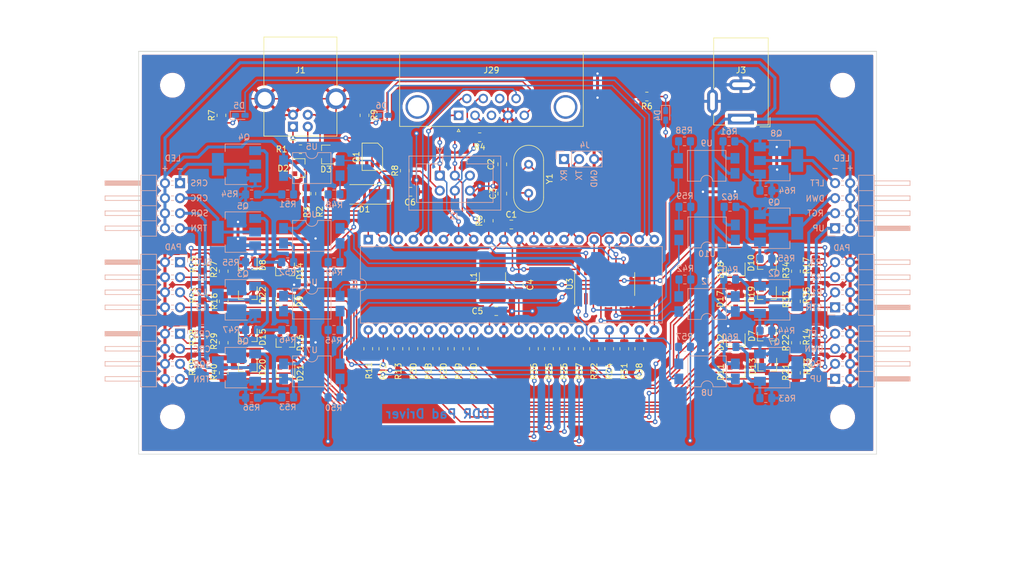
<source format=kicad_pcb>
(kicad_pcb (version 20171130) (host pcbnew "(5.1.12-1-10_14)")
  (title_block (title "DDRPadDriver PCB") (date 2022-04-30) (rev 1.0) (company "Cool Inc."))
  (layers (0 F.Cu signal) (31 B.Cu signal) (34 B.Paste user) (35 F.Paste user) (36 B.SilkS user) (37 F.SilkS user) (38 B.Mask user) (39 F.Mask user) (44 Edge.Cuts user))
  (net 0 "")
  (net 1 GND)
  (net 2 VCC)
  (net 3 "Net-(C2-Pad2)")
  (net 4 "Net-(C3-Pad2)")
  (net 5 "Net-(C5-Pad1)")
  (net 6 "Net-(C6-Pad1)")
  (net 7 5V)
  (net 8 "Net-(D2-Pad1)")
  (net 9 "Net-(D3-Pad1)")
  (net 10 "Net-(D4-Pad2)")
  (net 11 "Net-(D4-Pad1)")
  (net 12 "Net-(D5-Pad2)")
  (net 13 "Net-(D5-Pad1)")
  (net 14 "Net-(D6-Pad2)")
  (net 15 "Net-(D6-Pad1)")
  (net 16 /Pads/C_LEFT)
  (net 17 /Pads/C_SELECT)
  (net 18 /Pads/C_L3)
  (net 19 /Pads/C_R3)
  (net 20 /Pads/C_UP)
  (net 21 /Pads/C_DOWN)
  (net 22 /Pads/C_RIGHT)
  (net 23 /Pads/C_L1)
  (net 24 /Pads/C_CROSS)
  (net 25 /Pads/C_CIRCLE)
  (net 26 /Pads/C_START)
  (net 27 /Pads/C_R2)
  (net 28 /Pads/C_R1)
  (net 29 /Pads/C_SQUARE)
  (net 30 /Pads/C_TRIANGLE)
  (net 31 /Pads/C_L2)
  (net 32 /MOSI)
  (net 33 /~RESET~)
  (net 34 /PSX_SCK)
  (net 35 /MISO)
  (net 36 12V)
  (net 37 GND12V)
  (net 38 /TX)
  (net 39 /RX)
  (net 40 /LEDs/L-LEFT)
  (net 41 /LEDs/L-DOWN)
  (net 42 /LEDs/L-RIGHT)
  (net 43 /LEDs/L-UP)
  (net 44 /LEDs/L-TRIANGLE)
  (net 45 /LEDs/L-SQUARE)
  (net 46 /LEDs/L-CIRCLE)
  (net 47 /LEDs/L-CROSS)
  (net 48 /PSX_DSR)
  (net 49 "Net-(J29-Pad8)")
  (net 50 /~PSX_DTR~)
  (net 51 3V3)
  (net 52 "Net-(J29-Pad3)")
  (net 53 /PSX_TXD)
  (net 54 "Net-(Q2-Pad1)")
  (net 55 "Net-(Q3-Pad1)")
  (net 56 "Net-(Q4-Pad1)")
  (net 57 "Net-(Q5-Pad1)")
  (net 58 "Net-(Q6-Pad1)")
  (net 59 "Net-(Q7-Pad1)")
  (net 60 "Net-(Q8-Pad1)")
  (net 61 "Net-(Q9-Pad1)")
  (net 62 /D+)
  (net 63 /D-)
  (net 64 /LEFT)
  (net 65 /S1-SELECT)
  (net 66 /L3)
  (net 67 /R3)
  (net 68 /UP)
  (net 69 /DOWN)
  (net 70 /RIGHT)
  (net 71 /L1)
  (net 72 /B1-CROSS)
  (net 73 /B2-CIRCLE)
  (net 74 /S2-START)
  (net 75 /R2)
  (net 76 /R1)
  (net 77 /B3-SQUARE)
  (net 78 /B4-TRIANGLE)
  (net 79 /L2)
  (net 80 "Net-(R42-Pad1)")
  (net 81 "Net-(R43-Pad2)")
  (net 82 "Net-(R45-Pad1)")
  (net 83 "Net-(R46-Pad2)")
  (net 84 "Net-(R48-Pad1)")
  (net 85 "Net-(R49-Pad1)")
  (net 86 "Net-(R50-Pad1)")
  (net 87 "Net-(R51-Pad2)")
  (net 88 "Net-(R52-Pad2)")
  (net 89 "Net-(R53-Pad2)")
  (net 90 "Net-(R57-Pad1)")
  (net 91 "Net-(R58-Pad1)")
  (net 92 "Net-(R59-Pad1)")
  (net 93 "Net-(R60-Pad2)")
  (net 94 "Net-(R61-Pad2)")
  (net 95 "Net-(R62-Pad2)")
  (net 96 /SHIFT_RCK)
  (net 97 /SHIFT_CLK)
  (net 98 /SHIFT_SER)
  (net 99 /LEDs/LED-R)
  (net 100 /LEDs/LED-UL)
  (net 101 /LEDs/LED-BR)
  (net 102 /LEDs/LED-B)
  (net 103 /LEDs/LED-BL)
  (net 104 /LEDs/LED-L)
  (net 105 /LEDs/LED-UR)
  (net 106 /LEDs/LED-U)
  (module Connector_USB:USB_B_OST_USB-B1HSxx_Horizontal (layer F.Cu) (at 117.983 68.707 90)
    (fp_text reference J1 (at 9.525 1.27 180) (layer F.SilkS))
    (fp_text value USB_B)
    (pad 5 thru_hole circle (at 4.71 7.27 90) (size 3.5 3.5) (drill 2.33) (layers *.Cu *.Mask) (net 1 GND))
    (pad 5 thru_hole circle (at 4.71 -4.77 90) (size 3.5 3.5) (drill 2.33) (layers *.Cu *.Mask) (net 1 GND))
    (pad 4 thru_hole circle (at 2 0 90) (size 1.7 1.7) (drill 0.92) (layers *.Cu *.Mask) (net 1 GND))
    (pad 3 thru_hole circle (at 2 2.5 90) (size 1.7 1.7) (drill 0.92) (layers *.Cu *.Mask) (net 9 "Net-(D3-Pad1)"))
    (pad 2 thru_hole circle (at 0 2.5 90) (size 1.7 1.7) (drill 0.92) (layers *.Cu *.Mask) (net 8 "Net-(D2-Pad1)"))
    (pad 1 thru_hole rect (at 0 0 90) (size 1.7 1.7) (drill 0.92) (layers *.Cu *.Mask) (net 7 5V))
  )
  (module Crystal:Crystal_HC49-U_Vertical (layer F.Cu) (at 157.734 75.057 270)
    (fp_text reference Y1 (at 2.44 -3.525 90) (layer F.SilkS))
    (fp_text value 12MHz)
    (pad 2 thru_hole circle (at 4.88 0 270) (size 1.5 1.5) (drill 0.8) (layers *.Cu *.Mask) (net 4 "Net-(C3-Pad2)"))
    (pad 1 thru_hole circle (at 0 0 270) (size 1.5 1.5) (drill 0.8) (layers *.Cu *.Mask) (net 3 "Net-(C2-Pad2)"))
  )
  (module Package_DIP:SMDIP-4_W9.53mm_Clearance8mm (layer B.Cu) (at 187.833 86.5505)
    (fp_text reference U10 (at 0 3.6) (layer B.SilkS) (effects (justify mirror)))
    (fp_text value SFH620A-2X007T)
    (pad 4 smd rect (at 4.765 1.27) (size 1.5 1.78) (layers B.Cu B.Paste B.Mask) (net 36 12V))
    (pad 2 smd rect (at -4.765 -1.27) (size 1.5 1.78) (layers B.Cu B.Paste B.Mask) (net 92 "Net-(R59-Pad1)"))
    (pad 3 smd rect (at 4.765 -1.27) (size 1.5 1.78) (layers B.Cu B.Paste B.Mask) (net 95 "Net-(R62-Pad2)"))
    (pad 1 smd rect (at -4.765 1.27) (size 1.5 1.78) (layers B.Cu B.Paste B.Mask) (net 102 /LEDs/LED-B))
  )
  (module Package_DIP:SMDIP-4_W9.53mm_Clearance8mm (layer B.Cu) (at 187.7695 75.311)
    (fp_text reference U9 (at 0 -3.81) (layer B.SilkS) (effects (justify mirror)))
    (fp_text value SFH620A-2X007T)
    (pad 4 smd rect (at 4.765 1.27) (size 1.5 1.78) (layers B.Cu B.Paste B.Mask) (net 36 12V))
    (pad 2 smd rect (at -4.765 -1.27) (size 1.5 1.78) (layers B.Cu B.Paste B.Mask) (net 91 "Net-(R58-Pad1)"))
    (pad 3 smd rect (at 4.765 -1.27) (size 1.5 1.78) (layers B.Cu B.Paste B.Mask) (net 94 "Net-(R61-Pad2)"))
    (pad 1 smd rect (at -4.765 1.27) (size 1.5 1.78) (layers B.Cu B.Paste B.Mask) (net 104 /LEDs/LED-L))
  )
  (module Package_DIP:SMDIP-4_W9.53mm_Clearance8mm (layer B.Cu) (at 187.833 109.982)
    (fp_text reference U8 (at 0 3.6) (layer B.SilkS) (effects (justify mirror)))
    (fp_text value SFH620A-2X007T)
    (pad 4 smd rect (at 4.765 1.27) (size 1.5 1.78) (layers B.Cu B.Paste B.Mask) (net 36 12V))
    (pad 2 smd rect (at -4.765 -1.27) (size 1.5 1.78) (layers B.Cu B.Paste B.Mask) (net 90 "Net-(R57-Pad1)"))
    (pad 3 smd rect (at 4.765 -1.27) (size 1.5 1.78) (layers B.Cu B.Paste B.Mask) (net 93 "Net-(R60-Pad2)"))
    (pad 1 smd rect (at -4.765 1.27) (size 1.5 1.78) (layers B.Cu B.Paste B.Mask) (net 106 /LEDs/LED-U))
  )
  (module Package_DIP:SMDIP-4_W9.53mm_Clearance8mm (layer B.Cu) (at 121.158 109.982 180)
    (fp_text reference U7 (at 0 3.6) (layer B.SilkS) (effects (justify mirror)))
    (fp_text value SFH620A-2X007T)
    (pad 4 smd rect (at 4.765 1.27 180) (size 1.5 1.78) (layers B.Cu B.Paste B.Mask) (net 36 12V))
    (pad 2 smd rect (at -4.765 -1.27 180) (size 1.5 1.78) (layers B.Cu B.Paste B.Mask) (net 86 "Net-(R50-Pad1)"))
    (pad 3 smd rect (at 4.765 -1.27 180) (size 1.5 1.78) (layers B.Cu B.Paste B.Mask) (net 89 "Net-(R53-Pad2)"))
    (pad 1 smd rect (at -4.765 1.27 180) (size 1.5 1.78) (layers B.Cu B.Paste B.Mask) (net 103 /LEDs/LED-BL))
  )
  (module Package_DIP:SMDIP-4_W9.53mm_Clearance8mm (layer B.Cu) (at 121.158 87.122 180)
    (fp_text reference U6 (at 0 3.6) (layer B.SilkS) (effects (justify mirror)))
    (fp_text value SFH620A-2X007T)
    (pad 4 smd rect (at 4.765 1.27 180) (size 1.5 1.78) (layers B.Cu B.Paste B.Mask) (net 36 12V))
    (pad 2 smd rect (at -4.765 -1.27 180) (size 1.5 1.78) (layers B.Cu B.Paste B.Mask) (net 85 "Net-(R49-Pad1)"))
    (pad 3 smd rect (at 4.765 -1.27 180) (size 1.5 1.78) (layers B.Cu B.Paste B.Mask) (net 88 "Net-(R52-Pad2)"))
    (pad 1 smd rect (at -4.765 1.27 180) (size 1.5 1.78) (layers B.Cu B.Paste B.Mask) (net 105 /LEDs/LED-UR))
  )
  (module Package_DIP:SMDIP-4_W9.53mm_Clearance8mm (layer B.Cu) (at 121.158 75.692 180)
    (fp_text reference U5 (at 0 3.6) (layer B.SilkS) (effects (justify mirror)))
    (fp_text value SFH620A-2X007T)
    (pad 4 smd rect (at 4.765 1.27 180) (size 1.5 1.78) (layers B.Cu B.Paste B.Mask) (net 36 12V))
    (pad 2 smd rect (at -4.765 -1.27 180) (size 1.5 1.78) (layers B.Cu B.Paste B.Mask) (net 84 "Net-(R48-Pad1)"))
    (pad 3 smd rect (at 4.765 -1.27 180) (size 1.5 1.78) (layers B.Cu B.Paste B.Mask) (net 87 "Net-(R51-Pad2)"))
    (pad 1 smd rect (at -4.765 1.27 180) (size 1.5 1.78) (layers B.Cu B.Paste B.Mask) (net 100 /LEDs/LED-UL))
  )
  (module Package_DIP:SMDIP-4_W9.53mm_Clearance8mm (layer B.Cu) (at 121.158 98.552 180)
    (fp_text reference U4 (at 0 3.6) (layer B.SilkS) (effects (justify mirror)))
    (fp_text value SFH620A-2X007T)
    (pad 4 smd rect (at 4.765 1.27 180) (size 1.5 1.78) (layers B.Cu B.Paste B.Mask) (net 36 12V))
    (pad 2 smd rect (at -4.765 -1.27 180) (size 1.5 1.78) (layers B.Cu B.Paste B.Mask) (net 82 "Net-(R45-Pad1)"))
    (pad 3 smd rect (at 4.765 -1.27 180) (size 1.5 1.78) (layers B.Cu B.Paste B.Mask) (net 83 "Net-(R46-Pad2)"))
    (pad 1 smd rect (at -4.765 1.27 180) (size 1.5 1.78) (layers B.Cu B.Paste B.Mask) (net 101 /LEDs/LED-BR))
  )
  (module Package_SO:SOIC-16_3.9x9.9mm_P1.27mm (layer F.Cu) (at 170.561 95.25 90)
    (fp_text reference U3 (at 0 -5.9 90) (layer F.SilkS))
    (fp_text value 74HC595)
    (pad 16 smd roundrect (at 2.475 -4.445 90) (size 1.95 0.6) (layers F.Cu F.Paste F.Mask) (net 2 VCC))
    (pad 15 smd roundrect (at 2.475 -3.175 90) (size 1.95 0.6) (layers F.Cu F.Paste F.Mask) (net 100 /LEDs/LED-UL))
    (pad 14 smd roundrect (at 2.475 -1.905 90) (size 1.95 0.6) (layers F.Cu F.Paste F.Mask) (net 98 /SHIFT_SER))
    (pad 13 smd roundrect (at 2.475 -0.635 90) (size 1.95 0.6) (layers F.Cu F.Paste F.Mask) (net 1 GND))
    (pad 12 smd roundrect (at 2.475 0.635 90) (size 1.95 0.6) (layers F.Cu F.Paste F.Mask) (net 96 /SHIFT_RCK))
    (pad 11 smd roundrect (at 2.475 1.905 90) (size 1.95 0.6) (layers F.Cu F.Paste F.Mask) (net 97 /SHIFT_CLK))
    (pad 10 smd roundrect (at 2.475 3.175 90) (size 1.95 0.6) (layers F.Cu F.Paste F.Mask) (net 33 /~RESET~))
    (pad 9 smd roundrect (at 2.475 4.445 90) (size 1.95 0.6) (layers F.Cu F.Paste F.Mask) (net 1 GND))
    (pad 8 smd roundrect (at -2.475 4.445 90) (size 1.95 0.6) (layers F.Cu F.Paste F.Mask) (net 1 GND))
    (pad 7 smd roundrect (at -2.475 3.175 90) (size 1.95 0.6) (layers F.Cu F.Paste F.Mask) (net 101 /LEDs/LED-BR))
    (pad 6 smd roundrect (at -2.475 1.905 90) (size 1.95 0.6) (layers F.Cu F.Paste F.Mask) (net 102 /LEDs/LED-B))
    (pad 5 smd roundrect (at -2.475 0.635 90) (size 1.95 0.6) (layers F.Cu F.Paste F.Mask) (net 103 /LEDs/LED-BL))
    (pad 4 smd roundrect (at -2.475 -0.635 90) (size 1.95 0.6) (layers F.Cu F.Paste F.Mask) (net 99 /LEDs/LED-R))
    (pad 3 smd roundrect (at -2.475 -1.905 90) (size 1.95 0.6) (layers F.Cu F.Paste F.Mask) (net 104 /LEDs/LED-L))
    (pad 2 smd roundrect (at -2.475 -3.175 90) (size 1.95 0.6) (layers F.Cu F.Paste F.Mask) (net 105 /LEDs/LED-UR))
    (pad 1 smd roundrect (at -2.475 -4.445 90) (size 1.95 0.6) (layers F.Cu F.Paste F.Mask) (net 106 /LEDs/LED-U))
  )
  (module Package_DIP:SMDIP-4_W9.53mm_Clearance8mm (layer B.Cu) (at 187.833 98.6155)
    (fp_text reference U2 (at 0 -3.81) (layer B.SilkS) (effects (justify mirror)))
    (fp_text value SFH620A-2X007T)
    (pad 4 smd rect (at 4.765 1.27) (size 1.5 1.78) (layers B.Cu B.Paste B.Mask) (net 36 12V))
    (pad 2 smd rect (at -4.765 -1.27) (size 1.5 1.78) (layers B.Cu B.Paste B.Mask) (net 80 "Net-(R42-Pad1)"))
    (pad 3 smd rect (at 4.765 -1.27) (size 1.5 1.78) (layers B.Cu B.Paste B.Mask) (net 81 "Net-(R43-Pad2)"))
    (pad 1 smd rect (at -4.765 1.27) (size 1.5 1.78) (layers B.Cu B.Paste B.Mask) (net 99 /LEDs/LED-R))
  )
  (module Package_DIP:DIP-40_W15.24mm (layer B.Cu) (at 130.683 87.757 270)
    (fp_text reference U1 (at 7.62 2.33 90) (layer B.SilkS) (effects (justify mirror)))
    (fp_text value ATmega164P-20PU)
    (pad 40 thru_hole oval (at 15.24 0 270) (size 1.6 1.6) (drill 0.8) (layers *.Cu *.Mask) (net 65 /S1-SELECT))
    (pad 20 thru_hole oval (at 0 -48.26 270) (size 1.6 1.6) (drill 0.8) (layers *.Cu *.Mask) (net 12 "Net-(D5-Pad2)"))
    (pad 39 thru_hole oval (at 15.24 -2.54 270) (size 1.6 1.6) (drill 0.8) (layers *.Cu *.Mask) (net 66 /L3))
    (pad 19 thru_hole oval (at 0 -45.72 270) (size 1.6 1.6) (drill 0.8) (layers *.Cu *.Mask) (net 14 "Net-(D6-Pad2)"))
    (pad 38 thru_hole oval (at 15.24 -5.08 270) (size 1.6 1.6) (drill 0.8) (layers *.Cu *.Mask) (net 67 /R3))
    (pad 18 thru_hole oval (at 0 -43.18 270) (size 1.6 1.6) (drill 0.8) (layers *.Cu *.Mask) (net 96 /SHIFT_RCK))
    (pad 37 thru_hole oval (at 15.24 -7.62 270) (size 1.6 1.6) (drill 0.8) (layers *.Cu *.Mask) (net 74 /S2-START))
    (pad 17 thru_hole oval (at 0 -40.64 270) (size 1.6 1.6) (drill 0.8) (layers *.Cu *.Mask) (net 97 /SHIFT_CLK))
    (pad 36 thru_hole oval (at 15.24 -10.16 270) (size 1.6 1.6) (drill 0.8) (layers *.Cu *.Mask) (net 68 /UP))
    (pad 16 thru_hole oval (at 0 -38.1 270) (size 1.6 1.6) (drill 0.8) (layers *.Cu *.Mask) (net 98 /SHIFT_SER))
    (pad 35 thru_hole oval (at 15.24 -12.7 270) (size 1.6 1.6) (drill 0.8) (layers *.Cu *.Mask) (net 70 /RIGHT))
    (pad 15 thru_hole oval (at 0 -35.56 270) (size 1.6 1.6) (drill 0.8) (layers *.Cu *.Mask) (net 38 /TX))
    (pad 34 thru_hole oval (at 15.24 -15.24 270) (size 1.6 1.6) (drill 0.8) (layers *.Cu *.Mask) (net 69 /DOWN))
    (pad 14 thru_hole oval (at 0 -33.02 270) (size 1.6 1.6) (drill 0.8) (layers *.Cu *.Mask) (net 39 /RX))
    (pad 33 thru_hole oval (at 15.24 -17.78 270) (size 1.6 1.6) (drill 0.8) (layers *.Cu *.Mask) (net 64 /LEFT))
    (pad 13 thru_hole oval (at 0 -30.48 270) (size 1.6 1.6) (drill 0.8) (layers *.Cu *.Mask) (net 3 "Net-(C2-Pad2)"))
    (pad 32 thru_hole oval (at 15.24 -20.32 270) (size 1.6 1.6) (drill 0.8) (layers *.Cu *.Mask) (net 5 "Net-(C5-Pad1)"))
    (pad 12 thru_hole oval (at 0 -27.94 270) (size 1.6 1.6) (drill 0.8) (layers *.Cu *.Mask) (net 4 "Net-(C3-Pad2)"))
    (pad 31 thru_hole oval (at 15.24 -22.86 270) (size 1.6 1.6) (drill 0.8) (layers *.Cu *.Mask) (net 1 GND))
    (pad 11 thru_hole oval (at 0 -25.4 270) (size 1.6 1.6) (drill 0.8) (layers *.Cu *.Mask) (net 1 GND))
    (pad 30 thru_hole oval (at 15.24 -25.4 270) (size 1.6 1.6) (drill 0.8) (layers *.Cu *.Mask) (net 2 VCC))
    (pad 10 thru_hole oval (at 0 -22.86 270) (size 1.6 1.6) (drill 0.8) (layers *.Cu *.Mask) (net 2 VCC))
    (pad 29 thru_hole oval (at 15.24 -27.94 270) (size 1.6 1.6) (drill 0.8) (layers *.Cu *.Mask) (net 77 /B3-SQUARE))
    (pad 9 thru_hole oval (at 0 -20.32 270) (size 1.6 1.6) (drill 0.8) (layers *.Cu *.Mask) (net 33 /~RESET~))
    (pad 28 thru_hole oval (at 15.24 -30.48 270) (size 1.6 1.6) (drill 0.8) (layers *.Cu *.Mask) (net 72 /B1-CROSS))
    (pad 8 thru_hole oval (at 0 -17.78 270) (size 1.6 1.6) (drill 0.8) (layers *.Cu *.Mask) (net 34 /PSX_SCK))
    (pad 27 thru_hole oval (at 15.24 -33.02 270) (size 1.6 1.6) (drill 0.8) (layers *.Cu *.Mask) (net 73 /B2-CIRCLE))
    (pad 7 thru_hole oval (at 0 -15.24 270) (size 1.6 1.6) (drill 0.8) (layers *.Cu *.Mask) (net 35 /MISO))
    (pad 26 thru_hole oval (at 15.24 -35.56 270) (size 1.6 1.6) (drill 0.8) (layers *.Cu *.Mask) (net 78 /B4-TRIANGLE))
    (pad 6 thru_hole oval (at 0 -12.7 270) (size 1.6 1.6) (drill 0.8) (layers *.Cu *.Mask) (net 32 /MOSI))
    (pad 25 thru_hole oval (at 15.24 -38.1 270) (size 1.6 1.6) (drill 0.8) (layers *.Cu *.Mask) (net 76 /R1))
    (pad 5 thru_hole oval (at 0 -10.16 270) (size 1.6 1.6) (drill 0.8) (layers *.Cu *.Mask) (net 50 /~PSX_DTR~))
    (pad 24 thru_hole oval (at 15.24 -40.64 270) (size 1.6 1.6) (drill 0.8) (layers *.Cu *.Mask) (net 71 /L1))
    (pad 4 thru_hole oval (at 0 -7.62 270) (size 1.6 1.6) (drill 0.8) (layers *.Cu *.Mask) (net 48 /PSX_DSR))
    (pad 23 thru_hole oval (at 15.24 -43.18 270) (size 1.6 1.6) (drill 0.8) (layers *.Cu *.Mask) (net 75 /R2))
    (pad 3 thru_hole oval (at 0 -5.08 270) (size 1.6 1.6) (drill 0.8) (layers *.Cu *.Mask) (net 6 "Net-(C6-Pad1)"))
    (pad 22 thru_hole oval (at 15.24 -45.72 270) (size 1.6 1.6) (drill 0.8) (layers *.Cu *.Mask) (net 79 /L2))
    (pad 2 thru_hole oval (at 0 -2.54 270) (size 1.6 1.6) (drill 0.8) (layers *.Cu *.Mask) (net 62 /D+))
    (pad 21 thru_hole oval (at 15.24 -48.26 270) (size 1.6 1.6) (drill 0.8) (layers *.Cu *.Mask) (net 10 "Net-(D4-Pad2)"))
    (pad 1 thru_hole rect (at 0 0 270) (size 1.6 1.6) (drill 0.8) (layers *.Cu *.Mask) (net 63 /D-))
  )
  (module Resistor_SMD:R_0805_2012Metric_Pad1.20x1.40mm_HandSolder (layer B.Cu) (at 197.739 90.9955 180)
    (fp_text reference R65 (at -3.4925 0.0635) (layer B.SilkS) (effects (justify mirror)))
    (fp_text value 4K7)
    (pad 2 smd roundrect (at 1 0 180) (size 1.2 1.4) (layers B.Cu B.Paste B.Mask) (roundrect_rratio 0.2083325) (net 61 "Net-(Q9-Pad1)"))
    (pad 1 smd roundrect (at -1 0 180) (size 1.2 1.4) (layers B.Cu B.Paste B.Mask) (roundrect_rratio 0.2083325) (net 37 GND12V))
  )
  (module Resistor_SMD:R_0805_2012Metric_Pad1.20x1.40mm_HandSolder (layer B.Cu) (at 197.739 79.502 180)
    (fp_text reference R64 (at -3.6195 0) (layer B.SilkS) (effects (justify mirror)))
    (fp_text value 4K7)
    (pad 2 smd roundrect (at 1 0 180) (size 1.2 1.4) (layers B.Cu B.Paste B.Mask) (roundrect_rratio 0.2083325) (net 60 "Net-(Q8-Pad1)"))
    (pad 1 smd roundrect (at -1 0 180) (size 1.2 1.4) (layers B.Cu B.Paste B.Mask) (roundrect_rratio 0.2083325) (net 37 GND12V))
  )
  (module Resistor_SMD:R_0805_2012Metric_Pad1.20x1.40mm_HandSolder (layer B.Cu) (at 197.739 114.4905 180)
    (fp_text reference R63 (at -3.6195 -0.0635) (layer B.SilkS) (effects (justify mirror)))
    (fp_text value 4K7)
    (pad 2 smd roundrect (at 1 0 180) (size 1.2 1.4) (layers B.Cu B.Paste B.Mask) (roundrect_rratio 0.2083325) (net 59 "Net-(Q7-Pad1)"))
    (pad 1 smd roundrect (at -1 0 180) (size 1.2 1.4) (layers B.Cu B.Paste B.Mask) (roundrect_rratio 0.2083325) (net 37 GND12V))
  )
  (module Resistor_SMD:R_0805_2012Metric_Pad1.20x1.40mm_HandSolder (layer B.Cu) (at 191.7065 82.2325 180)
    (fp_text reference R62 (at 0 1.65) (layer B.SilkS) (effects (justify mirror)))
    (fp_text value 1K)
    (pad 2 smd roundrect (at 1 0 180) (size 1.2 1.4) (layers B.Cu B.Paste B.Mask) (roundrect_rratio 0.2083325) (net 95 "Net-(R62-Pad2)"))
    (pad 1 smd roundrect (at -1 0 180) (size 1.2 1.4) (layers B.Cu B.Paste B.Mask) (roundrect_rratio 0.2083325) (net 61 "Net-(Q9-Pad1)"))
  )
  (module Resistor_SMD:R_0805_2012Metric_Pad1.20x1.40mm_HandSolder (layer B.Cu) (at 191.516 71.1835 180)
    (fp_text reference R61 (at 0 1.65) (layer B.SilkS) (effects (justify mirror)))
    (fp_text value 1K)
    (pad 2 smd roundrect (at 1 0 180) (size 1.2 1.4) (layers B.Cu B.Paste B.Mask) (roundrect_rratio 0.2083325) (net 94 "Net-(R61-Pad2)"))
    (pad 1 smd roundrect (at -1 0 180) (size 1.2 1.4) (layers B.Cu B.Paste B.Mask) (roundrect_rratio 0.2083325) (net 60 "Net-(Q8-Pad1)"))
  )
  (module Resistor_SMD:R_0805_2012Metric_Pad1.20x1.40mm_HandSolder (layer B.Cu) (at 191.7065 105.8545 180)
    (fp_text reference R60 (at 0 1.65) (layer B.SilkS) (effects (justify mirror)))
    (fp_text value 1K)
    (pad 2 smd roundrect (at 1 0 180) (size 1.2 1.4) (layers B.Cu B.Paste B.Mask) (roundrect_rratio 0.2083325) (net 93 "Net-(R60-Pad2)"))
    (pad 1 smd roundrect (at -1 0 180) (size 1.2 1.4) (layers B.Cu B.Paste B.Mask) (roundrect_rratio 0.2083325) (net 59 "Net-(Q7-Pad1)"))
  )
  (module Resistor_SMD:R_0805_2012Metric_Pad1.20x1.40mm_HandSolder (layer B.Cu) (at 184.0865 82.2325)
    (fp_text reference R59 (at 0 -1.8415) (layer B.SilkS) (effects (justify mirror)))
    (fp_text value 470)
    (pad 2 smd roundrect (at 1 0) (size 1.2 1.4) (layers B.Cu B.Paste B.Mask) (roundrect_rratio 0.2083325) (net 1 GND))
    (pad 1 smd roundrect (at -1 0) (size 1.2 1.4) (layers B.Cu B.Paste B.Mask) (roundrect_rratio 0.2083325) (net 92 "Net-(R59-Pad1)"))
  )
  (module Resistor_SMD:R_0805_2012Metric_Pad1.20x1.40mm_HandSolder (layer B.Cu) (at 184.023 71.1835)
    (fp_text reference R58 (at -0.0635 -1.8415) (layer B.SilkS) (effects (justify mirror)))
    (fp_text value 470)
    (pad 2 smd roundrect (at 1 0) (size 1.2 1.4) (layers B.Cu B.Paste B.Mask) (roundrect_rratio 0.2083325) (net 1 GND))
    (pad 1 smd roundrect (at -1 0) (size 1.2 1.4) (layers B.Cu B.Paste B.Mask) (roundrect_rratio 0.2083325) (net 91 "Net-(R58-Pad1)"))
  )
  (module Resistor_SMD:R_0805_2012Metric_Pad1.20x1.40mm_HandSolder (layer B.Cu) (at 184.023 105.8545)
    (fp_text reference R57 (at 0 -1.7145) (layer B.SilkS) (effects (justify mirror)))
    (fp_text value 470)
    (pad 2 smd roundrect (at 1 0) (size 1.2 1.4) (layers B.Cu B.Paste B.Mask) (roundrect_rratio 0.2083325) (net 1 GND))
    (pad 1 smd roundrect (at -1 0) (size 1.2 1.4) (layers B.Cu B.Paste B.Mask) (roundrect_rratio 0.2083325) (net 90 "Net-(R57-Pad1)"))
  )
  (module Resistor_SMD:R_0805_2012Metric_Pad1.20x1.40mm_HandSolder (layer B.Cu) (at 110.998 114.427)
    (fp_text reference R56 (at 0 1.65) (layer B.SilkS) (effects (justify mirror)))
    (fp_text value 4K7)
    (pad 2 smd roundrect (at 1 0) (size 1.2 1.4) (layers B.Cu B.Paste B.Mask) (roundrect_rratio 0.2083325) (net 58 "Net-(Q6-Pad1)"))
    (pad 1 smd roundrect (at -1 0) (size 1.2 1.4) (layers B.Cu B.Paste B.Mask) (roundrect_rratio 0.2083325) (net 37 GND12V))
  )
  (module Resistor_SMD:R_0805_2012Metric_Pad1.20x1.40mm_HandSolder (layer B.Cu) (at 110.998 91.567)
    (fp_text reference R55 (at -3.4925 0.0635) (layer B.SilkS) (effects (justify mirror)))
    (fp_text value 4K7)
    (pad 2 smd roundrect (at 1 0) (size 1.2 1.4) (layers B.Cu B.Paste B.Mask) (roundrect_rratio 0.2083325) (net 57 "Net-(Q5-Pad1)"))
    (pad 1 smd roundrect (at -1 0) (size 1.2 1.4) (layers B.Cu B.Paste B.Mask) (roundrect_rratio 0.2083325) (net 37 GND12V))
  )
  (module Resistor_SMD:R_0805_2012Metric_Pad1.20x1.40mm_HandSolder (layer B.Cu) (at 110.998 80.137)
    (fp_text reference R54 (at -3.683 -0.0635) (layer B.SilkS) (effects (justify mirror)))
    (fp_text value 4K7)
    (pad 2 smd roundrect (at 1 0) (size 1.2 1.4) (layers B.Cu B.Paste B.Mask) (roundrect_rratio 0.2083325) (net 56 "Net-(Q4-Pad1)"))
    (pad 1 smd roundrect (at -1 0) (size 1.2 1.4) (layers B.Cu B.Paste B.Mask) (roundrect_rratio 0.2083325) (net 37 GND12V))
  )
  (module Resistor_SMD:R_0805_2012Metric_Pad1.20x1.40mm_HandSolder (layer B.Cu) (at 117.094 114.3635)
    (fp_text reference R53 (at 0 1.65) (layer B.SilkS) (effects (justify mirror)))
    (fp_text value 1K)
    (pad 2 smd roundrect (at 1 0) (size 1.2 1.4) (layers B.Cu B.Paste B.Mask) (roundrect_rratio 0.2083325) (net 89 "Net-(R53-Pad2)"))
    (pad 1 smd roundrect (at -1 0) (size 1.2 1.4) (layers B.Cu B.Paste B.Mask) (roundrect_rratio 0.2083325) (net 58 "Net-(Q6-Pad1)"))
  )
  (module Resistor_SMD:R_0805_2012Metric_Pad1.20x1.40mm_HandSolder (layer B.Cu) (at 117.094 91.567)
    (fp_text reference R52 (at 0 1.65) (layer B.SilkS) (effects (justify mirror)))
    (fp_text value 1K)
    (pad 2 smd roundrect (at 1 0) (size 1.2 1.4) (layers B.Cu B.Paste B.Mask) (roundrect_rratio 0.2083325) (net 88 "Net-(R52-Pad2)"))
    (pad 1 smd roundrect (at -1 0) (size 1.2 1.4) (layers B.Cu B.Paste B.Mask) (roundrect_rratio 0.2083325) (net 57 "Net-(Q5-Pad1)"))
  )
  (module Resistor_SMD:R_0805_2012Metric_Pad1.20x1.40mm_HandSolder (layer B.Cu) (at 117.094 80.137)
    (fp_text reference R51 (at 0 1.65) (layer B.SilkS) (effects (justify mirror)))
    (fp_text value 1K)
    (pad 2 smd roundrect (at 1 0) (size 1.2 1.4) (layers B.Cu B.Paste B.Mask) (roundrect_rratio 0.2083325) (net 87 "Net-(R51-Pad2)"))
    (pad 1 smd roundrect (at -1 0) (size 1.2 1.4) (layers B.Cu B.Paste B.Mask) (roundrect_rratio 0.2083325) (net 56 "Net-(Q4-Pad1)"))
  )
  (module Resistor_SMD:R_0805_2012Metric_Pad1.20x1.40mm_HandSolder (layer B.Cu) (at 124.9045 114.3635 180)
    (fp_text reference R50 (at 0.0635 -1.778) (layer B.SilkS) (effects (justify mirror)))
    (fp_text value 470)
    (pad 2 smd roundrect (at 1 0 180) (size 1.2 1.4) (layers B.Cu B.Paste B.Mask) (roundrect_rratio 0.2083325) (net 1 GND))
    (pad 1 smd roundrect (at -1 0 180) (size 1.2 1.4) (layers B.Cu B.Paste B.Mask) (roundrect_rratio 0.2083325) (net 86 "Net-(R50-Pad1)"))
  )
  (module Resistor_SMD:R_0805_2012Metric_Pad1.20x1.40mm_HandSolder (layer B.Cu) (at 124.9045 91.567 180)
    (fp_text reference R49 (at -0.0635 -1.7145) (layer B.SilkS) (effects (justify mirror)))
    (fp_text value 470)
    (pad 2 smd roundrect (at 1 0 180) (size 1.2 1.4) (layers B.Cu B.Paste B.Mask) (roundrect_rratio 0.2083325) (net 1 GND))
    (pad 1 smd roundrect (at -1 0 180) (size 1.2 1.4) (layers B.Cu B.Paste B.Mask) (roundrect_rratio 0.2083325) (net 85 "Net-(R49-Pad1)"))
  )
  (module Resistor_SMD:R_0805_2012Metric_Pad1.20x1.40mm_HandSolder (layer B.Cu) (at 124.9045 80.137 180)
    (fp_text reference R48 (at -0.0635 -1.778) (layer B.SilkS) (effects (justify mirror)))
    (fp_text value 470)
    (pad 2 smd roundrect (at 1 0 180) (size 1.2 1.4) (layers B.Cu B.Paste B.Mask) (roundrect_rratio 0.2083325) (net 1 GND))
    (pad 1 smd roundrect (at -1 0 180) (size 1.2 1.4) (layers B.Cu B.Paste B.Mask) (roundrect_rratio 0.2083325) (net 84 "Net-(R48-Pad1)"))
  )
  (module Resistor_SMD:R_0805_2012Metric_Pad1.20x1.40mm_HandSolder (layer B.Cu) (at 110.998 102.997)
    (fp_text reference R47 (at -3.429 0) (layer B.SilkS) (effects (justify mirror)))
    (fp_text value 4K7)
    (pad 2 smd roundrect (at 1 0) (size 1.2 1.4) (layers B.Cu B.Paste B.Mask) (roundrect_rratio 0.2083325) (net 55 "Net-(Q3-Pad1)"))
    (pad 1 smd roundrect (at -1 0) (size 1.2 1.4) (layers B.Cu B.Paste B.Mask) (roundrect_rratio 0.2083325) (net 37 GND12V))
  )
  (module Resistor_SMD:R_0805_2012Metric_Pad1.20x1.40mm_HandSolder (layer B.Cu) (at 117.094 102.997)
    (fp_text reference R46 (at 0 1.65) (layer B.SilkS) (effects (justify mirror)))
    (fp_text value 1K)
    (pad 2 smd roundrect (at 1 0) (size 1.2 1.4) (layers B.Cu B.Paste B.Mask) (roundrect_rratio 0.2083325) (net 83 "Net-(R46-Pad2)"))
    (pad 1 smd roundrect (at -1 0) (size 1.2 1.4) (layers B.Cu B.Paste B.Mask) (roundrect_rratio 0.2083325) (net 55 "Net-(Q3-Pad1)"))
  )
  (module Resistor_SMD:R_0805_2012Metric_Pad1.20x1.40mm_HandSolder (layer B.Cu) (at 124.9045 102.997 180)
    (fp_text reference R45 (at 0.0635 -1.778) (layer B.SilkS) (effects (justify mirror)))
    (fp_text value 470)
    (pad 2 smd roundrect (at 1 0 180) (size 1.2 1.4) (layers B.Cu B.Paste B.Mask) (roundrect_rratio 0.2083325) (net 1 GND))
    (pad 1 smd roundrect (at -1 0 180) (size 1.2 1.4) (layers B.Cu B.Paste B.Mask) (roundrect_rratio 0.2083325) (net 82 "Net-(R45-Pad1)"))
  )
  (module Resistor_SMD:R_0805_2012Metric_Pad1.20x1.40mm_HandSolder (layer B.Cu) (at 197.739 103.124 180)
    (fp_text reference R44 (at -3.4925 0) (layer B.SilkS) (effects (justify mirror)))
    (fp_text value 4K7)
    (pad 2 smd roundrect (at 1 0 180) (size 1.2 1.4) (layers B.Cu B.Paste B.Mask) (roundrect_rratio 0.2083325) (net 54 "Net-(Q2-Pad1)"))
    (pad 1 smd roundrect (at -1 0 180) (size 1.2 1.4) (layers B.Cu B.Paste B.Mask) (roundrect_rratio 0.2083325) (net 37 GND12V))
  )
  (module Resistor_SMD:R_0805_2012Metric_Pad1.20x1.40mm_HandSolder (layer B.Cu) (at 191.643 94.488 180)
    (fp_text reference R43 (at 0 1.65) (layer B.SilkS) (effects (justify mirror)))
    (fp_text value 1K)
    (pad 2 smd roundrect (at 1 0 180) (size 1.2 1.4) (layers B.Cu B.Paste B.Mask) (roundrect_rratio 0.2083325) (net 81 "Net-(R43-Pad2)"))
    (pad 1 smd roundrect (at -1 0 180) (size 1.2 1.4) (layers B.Cu B.Paste B.Mask) (roundrect_rratio 0.2083325) (net 54 "Net-(Q2-Pad1)"))
  )
  (module Resistor_SMD:R_0805_2012Metric_Pad1.20x1.40mm_HandSolder (layer B.Cu) (at 184.0865 94.488)
    (fp_text reference R42 (at 0.0635 -1.8415) (layer B.SilkS) (effects (justify mirror)))
    (fp_text value 470)
    (pad 2 smd roundrect (at 1 0) (size 1.2 1.4) (layers B.Cu B.Paste B.Mask) (roundrect_rratio 0.2083325) (net 1 GND))
    (pad 1 smd roundrect (at -1 0) (size 1.2 1.4) (layers B.Cu B.Paste B.Mask) (roundrect_rratio 0.2083325) (net 80 "Net-(R42-Pad1)"))
  )
  (module Resistor_SMD:R_0805_2012Metric_Pad1.20x1.40mm_HandSolder (layer F.Cu) (at 102.743 97.0915 270)
    (fp_text reference R41 (at 0 1.651 90) (layer F.SilkS))
    (fp_text value 680)
    (pad 2 smd roundrect (at 1 0 270) (size 1.2 1.4) (layers F.Cu F.Paste F.Mask) (roundrect_rratio 0.2083325) (net 31 /Pads/C_L2))
    (pad 1 smd roundrect (at -1 0 270) (size 1.2 1.4) (layers F.Cu F.Paste F.Mask) (roundrect_rratio 0.2083325) (net 2 VCC))
  )
  (module Resistor_SMD:R_0805_2012Metric_Pad1.20x1.40mm_HandSolder (layer F.Cu) (at 106.299 110.236 270)
    (fp_text reference R40 (at -0.127 1.651 90) (layer F.SilkS))
    (fp_text value 680)
    (pad 2 smd roundrect (at 1 0 270) (size 1.2 1.4) (layers F.Cu F.Paste F.Mask) (roundrect_rratio 0.2083325) (net 30 /Pads/C_TRIANGLE))
    (pad 1 smd roundrect (at -1 0 270) (size 1.2 1.4) (layers F.Cu F.Paste F.Mask) (roundrect_rratio 0.2083325) (net 2 VCC))
  )
  (module Resistor_SMD:R_0805_2012Metric_Pad1.20x1.40mm_HandSolder (layer F.Cu) (at 102.743 109.22 270)
    (fp_text reference R39 (at 0.0635 1.7145 90) (layer F.SilkS))
    (fp_text value 680)
    (pad 2 smd roundrect (at 1 0 270) (size 1.2 1.4) (layers F.Cu F.Paste F.Mask) (roundrect_rratio 0.2083325) (net 29 /Pads/C_SQUARE))
    (pad 1 smd roundrect (at -1 0 270) (size 1.2 1.4) (layers F.Cu F.Paste F.Mask) (roundrect_rratio 0.2083325) (net 2 VCC))
  )
  (module Resistor_SMD:R_0805_2012Metric_Pad1.20x1.40mm_HandSolder (layer F.Cu) (at 176.403 106.172 90)
    (fp_text reference R38 (at -3.81 0 90) (layer F.SilkS))
    (fp_text value 470)
    (pad 2 smd roundrect (at 1 0 90) (size 1.2 1.4) (layers F.Cu F.Paste F.Mask) (roundrect_rratio 0.2083325) (net 79 /L2))
    (pad 1 smd roundrect (at -1 0 90) (size 1.2 1.4) (layers F.Cu F.Paste F.Mask) (roundrect_rratio 0.2083325) (net 31 /Pads/C_L2))
  )
  (module Resistor_SMD:R_0805_2012Metric_Pad1.20x1.40mm_HandSolder (layer F.Cu) (at 166.243 106.172 90)
    (fp_text reference R37 (at -3.81 0 90) (layer F.SilkS))
    (fp_text value 470)
    (pad 2 smd roundrect (at 1 0 90) (size 1.2 1.4) (layers F.Cu F.Paste F.Mask) (roundrect_rratio 0.2083325) (net 78 /B4-TRIANGLE))
    (pad 1 smd roundrect (at -1 0 90) (size 1.2 1.4) (layers F.Cu F.Paste F.Mask) (roundrect_rratio 0.2083325) (net 30 /Pads/C_TRIANGLE))
  )
  (module Resistor_SMD:R_0805_2012Metric_Pad1.20x1.40mm_HandSolder (layer F.Cu) (at 158.623 106.172 90)
    (fp_text reference R36 (at -3.81 0 90) (layer F.SilkS))
    (fp_text value 470)
    (pad 2 smd roundrect (at 1 0 90) (size 1.2 1.4) (layers F.Cu F.Paste F.Mask) (roundrect_rratio 0.2083325) (net 77 /B3-SQUARE))
    (pad 1 smd roundrect (at -1 0 90) (size 1.2 1.4) (layers F.Cu F.Paste F.Mask) (roundrect_rratio 0.2083325) (net 29 /Pads/C_SQUARE))
  )
  (module Resistor_SMD:R_0805_2012Metric_Pad1.20x1.40mm_HandSolder (layer F.Cu) (at 206.1845 97.0915 270)
    (fp_text reference R35 (at 0.0635 1.5875 90) (layer F.SilkS))
    (fp_text value 680)
    (pad 2 smd roundrect (at 1 0 270) (size 1.2 1.4) (layers F.Cu F.Paste F.Mask) (roundrect_rratio 0.2083325) (net 28 /Pads/C_R1))
    (pad 1 smd roundrect (at -1 0 270) (size 1.2 1.4) (layers F.Cu F.Paste F.Mask) (roundrect_rratio 0.2083325) (net 2 VCC))
  )
  (module Resistor_SMD:R_0805_2012Metric_Pad1.20x1.40mm_HandSolder (layer F.Cu) (at 202.819 93.091 270)
    (fp_text reference R34 (at -0.1905 1.651 90) (layer F.SilkS))
    (fp_text value 680)
    (pad 2 smd roundrect (at 1 0 270) (size 1.2 1.4) (layers F.Cu F.Paste F.Mask) (roundrect_rratio 0.2083325) (net 27 /Pads/C_R2))
    (pad 1 smd roundrect (at -1 0 270) (size 1.2 1.4) (layers F.Cu F.Paste F.Mask) (roundrect_rratio 0.2083325) (net 2 VCC))
  )
  (module Resistor_SMD:R_0805_2012Metric_Pad1.20x1.40mm_HandSolder (layer F.Cu) (at 202.819 98.171 270)
    (fp_text reference R33 (at -0.3175 1.651 90) (layer F.SilkS))
    (fp_text value 680)
    (pad 2 smd roundrect (at 1 0 270) (size 1.2 1.4) (layers F.Cu F.Paste F.Mask) (roundrect_rratio 0.2083325) (net 26 /Pads/C_START))
    (pad 1 smd roundrect (at -1 0 270) (size 1.2 1.4) (layers F.Cu F.Paste F.Mask) (roundrect_rratio 0.2083325) (net 2 VCC))
  )
  (module Resistor_SMD:R_0805_2012Metric_Pad1.20x1.40mm_HandSolder (layer F.Cu) (at 168.783 106.172 90)
    (fp_text reference R32 (at -3.81 0 90) (layer F.SilkS))
    (fp_text value 470)
    (pad 2 smd roundrect (at 1 0 90) (size 1.2 1.4) (layers F.Cu F.Paste F.Mask) (roundrect_rratio 0.2083325) (net 76 /R1))
    (pad 1 smd roundrect (at -1 0 90) (size 1.2 1.4) (layers F.Cu F.Paste F.Mask) (roundrect_rratio 0.2083325) (net 28 /Pads/C_R1))
  )
  (module Resistor_SMD:R_0805_2012Metric_Pad1.20x1.40mm_HandSolder (layer F.Cu) (at 173.863 106.172 90)
    (fp_text reference R31 (at -3.81 0 90) (layer F.SilkS))
    (fp_text value 470)
    (pad 2 smd roundrect (at 1 0 90) (size 1.2 1.4) (layers F.Cu F.Paste F.Mask) (roundrect_rratio 0.2083325) (net 75 /R2))
    (pad 1 smd roundrect (at -1 0 90) (size 1.2 1.4) (layers F.Cu F.Paste F.Mask) (roundrect_rratio 0.2083325) (net 27 /Pads/C_R2))
  )
  (module Resistor_SMD:R_0805_2012Metric_Pad1.20x1.40mm_HandSolder (layer F.Cu) (at 138.303 106.172 90)
    (fp_text reference R30 (at -3.81 0 90) (layer F.SilkS))
    (fp_text value 470)
    (pad 2 smd roundrect (at 1 0 90) (size 1.2 1.4) (layers F.Cu F.Paste F.Mask) (roundrect_rratio 0.2083325) (net 74 /S2-START))
    (pad 1 smd roundrect (at -1 0 90) (size 1.2 1.4) (layers F.Cu F.Paste F.Mask) (roundrect_rratio 0.2083325) (net 26 /Pads/C_START))
  )
  (module Resistor_SMD:R_0805_2012Metric_Pad1.20x1.40mm_HandSolder (layer F.Cu) (at 106.299 105.156 270)
    (fp_text reference R29 (at -0.254 1.651 90) (layer F.SilkS))
    (fp_text value 680)
    (pad 2 smd roundrect (at 1 0 270) (size 1.2 1.4) (layers F.Cu F.Paste F.Mask) (roundrect_rratio 0.2083325) (net 25 /Pads/C_CIRCLE))
    (pad 1 smd roundrect (at -1 0 270) (size 1.2 1.4) (layers F.Cu F.Paste F.Mask) (roundrect_rratio 0.2083325) (net 2 VCC))
  )
  (module Resistor_SMD:R_0805_2012Metric_Pad1.20x1.40mm_HandSolder (layer F.Cu) (at 102.743 104.2035 270)
    (fp_text reference R28 (at 0.0635 1.651 90) (layer F.SilkS))
    (fp_text value 680)
    (pad 2 smd roundrect (at 1 0 270) (size 1.2 1.4) (layers F.Cu F.Paste F.Mask) (roundrect_rratio 0.2083325) (net 24 /Pads/C_CROSS))
    (pad 1 smd roundrect (at -1 0 270) (size 1.2 1.4) (layers F.Cu F.Paste F.Mask) (roundrect_rratio 0.2083325) (net 2 VCC))
  )
  (module Resistor_SMD:R_0805_2012Metric_Pad1.20x1.40mm_HandSolder (layer F.Cu) (at 106.299 93.091 270)
    (fp_text reference R27 (at -0.3175 1.651 90) (layer F.SilkS))
    (fp_text value 680)
    (pad 2 smd roundrect (at 1 0 270) (size 1.2 1.4) (layers F.Cu F.Paste F.Mask) (roundrect_rratio 0.2083325) (net 23 /Pads/C_L1))
    (pad 1 smd roundrect (at -1 0 270) (size 1.2 1.4) (layers F.Cu F.Paste F.Mask) (roundrect_rratio 0.2083325) (net 2 VCC))
  )
  (module Resistor_SMD:R_0805_2012Metric_Pad1.20x1.40mm_HandSolder (layer F.Cu) (at 163.703 106.172 90)
    (fp_text reference R26 (at -3.81 0 90) (layer F.SilkS))
    (fp_text value 470)
    (pad 2 smd roundrect (at 1 0 90) (size 1.2 1.4) (layers F.Cu F.Paste F.Mask) (roundrect_rratio 0.2083325) (net 73 /B2-CIRCLE))
    (pad 1 smd roundrect (at -1 0 90) (size 1.2 1.4) (layers F.Cu F.Paste F.Mask) (roundrect_rratio 0.2083325) (net 25 /Pads/C_CIRCLE))
  )
  (module Resistor_SMD:R_0805_2012Metric_Pad1.20x1.40mm_HandSolder (layer F.Cu) (at 161.163 106.172 90)
    (fp_text reference R25 (at -3.81 0 90) (layer F.SilkS))
    (fp_text value 470)
    (pad 2 smd roundrect (at 1 0 90) (size 1.2 1.4) (layers F.Cu F.Paste F.Mask) (roundrect_rratio 0.2083325) (net 72 /B1-CROSS))
    (pad 1 smd roundrect (at -1 0 90) (size 1.2 1.4) (layers F.Cu F.Paste F.Mask) (roundrect_rratio 0.2083325) (net 24 /Pads/C_CROSS))
  )
  (module Resistor_SMD:R_0805_2012Metric_Pad1.20x1.40mm_HandSolder (layer F.Cu) (at 171.323 106.172 90)
    (fp_text reference R24 (at -3.81 0 90) (layer F.SilkS))
    (fp_text value 470)
    (pad 2 smd roundrect (at 1 0 90) (size 1.2 1.4) (layers F.Cu F.Paste F.Mask) (roundrect_rratio 0.2083325) (net 71 /L1))
    (pad 1 smd roundrect (at -1 0 90) (size 1.2 1.4) (layers F.Cu F.Paste F.Mask) (roundrect_rratio 0.2083325) (net 23 /Pads/C_L1))
  )
  (module Resistor_SMD:R_0805_2012Metric_Pad1.20x1.40mm_HandSolder (layer F.Cu) (at 206.248 109.1565 270)
    (fp_text reference R23 (at 0 1.524 90) (layer F.SilkS))
    (fp_text value 680)
    (pad 2 smd roundrect (at 1 0 270) (size 1.2 1.4) (layers F.Cu F.Paste F.Mask) (roundrect_rratio 0.2083325) (net 22 /Pads/C_RIGHT))
    (pad 1 smd roundrect (at -1 0 270) (size 1.2 1.4) (layers F.Cu F.Paste F.Mask) (roundrect_rratio 0.2083325) (net 2 VCC))
  )
  (module Resistor_SMD:R_0805_2012Metric_Pad1.20x1.40mm_HandSolder (layer F.Cu) (at 202.819 105.156 270)
    (fp_text reference R22 (at 0 1.7145 90) (layer F.SilkS))
    (fp_text value 680)
    (pad 2 smd roundrect (at 1 0 270) (size 1.2 1.4) (layers F.Cu F.Paste F.Mask) (roundrect_rratio 0.2083325) (net 21 /Pads/C_DOWN))
    (pad 1 smd roundrect (at -1 0 270) (size 1.2 1.4) (layers F.Cu F.Paste F.Mask) (roundrect_rratio 0.2083325) (net 2 VCC))
  )
  (module Resistor_SMD:R_0805_2012Metric_Pad1.20x1.40mm_HandSolder (layer F.Cu) (at 202.819 110.236 270)
    (fp_text reference R21 (at -0.127 1.7145 90) (layer F.SilkS))
    (fp_text value 680)
    (pad 2 smd roundrect (at 1 0 270) (size 1.2 1.4) (layers F.Cu F.Paste F.Mask) (roundrect_rratio 0.2083325) (net 20 /Pads/C_UP))
    (pad 1 smd roundrect (at -1 0 270) (size 1.2 1.4) (layers F.Cu F.Paste F.Mask) (roundrect_rratio 0.2083325) (net 2 VCC))
  )
  (module Resistor_SMD:R_0805_2012Metric_Pad1.20x1.40mm_HandSolder (layer F.Cu) (at 143.383 106.172 90)
    (fp_text reference R20 (at -3.81 0 90) (layer F.SilkS))
    (fp_text value 470)
    (pad 2 smd roundrect (at 1 0 90) (size 1.2 1.4) (layers F.Cu F.Paste F.Mask) (roundrect_rratio 0.2083325) (net 70 /RIGHT))
    (pad 1 smd roundrect (at -1 0 90) (size 1.2 1.4) (layers F.Cu F.Paste F.Mask) (roundrect_rratio 0.2083325) (net 22 /Pads/C_RIGHT))
  )
  (module Resistor_SMD:R_0805_2012Metric_Pad1.20x1.40mm_HandSolder (layer F.Cu) (at 145.923 106.172 90)
    (fp_text reference R19 (at -3.81 0 90) (layer F.SilkS))
    (fp_text value 470)
    (pad 2 smd roundrect (at 1 0 90) (size 1.2 1.4) (layers F.Cu F.Paste F.Mask) (roundrect_rratio 0.2083325) (net 69 /DOWN))
    (pad 1 smd roundrect (at -1 0 90) (size 1.2 1.4) (layers F.Cu F.Paste F.Mask) (roundrect_rratio 0.2083325) (net 21 /Pads/C_DOWN))
  )
  (module Resistor_SMD:R_0805_2012Metric_Pad1.20x1.40mm_HandSolder (layer F.Cu) (at 140.843 106.172 90)
    (fp_text reference R18 (at -3.81 0 90) (layer F.SilkS))
    (fp_text value 470)
    (pad 2 smd roundrect (at 1 0 90) (size 1.2 1.4) (layers F.Cu F.Paste F.Mask) (roundrect_rratio 0.2083325) (net 68 /UP))
    (pad 1 smd roundrect (at -1 0 90) (size 1.2 1.4) (layers F.Cu F.Paste F.Mask) (roundrect_rratio 0.2083325) (net 20 /Pads/C_UP))
  )
  (module Resistor_SMD:R_0805_2012Metric_Pad1.20x1.40mm_HandSolder (layer F.Cu) (at 206.1845 92.0115 270)
    (fp_text reference R17 (at 0.127 1.5875 90) (layer F.SilkS))
    (fp_text value 680)
    (pad 2 smd roundrect (at 1 0 270) (size 1.2 1.4) (layers F.Cu F.Paste F.Mask) (roundrect_rratio 0.2083325) (net 19 /Pads/C_R3))
    (pad 1 smd roundrect (at -1 0 270) (size 1.2 1.4) (layers F.Cu F.Paste F.Mask) (roundrect_rratio 0.2083325) (net 2 VCC))
  )
  (module Resistor_SMD:R_0805_2012Metric_Pad1.20x1.40mm_HandSolder (layer F.Cu) (at 106.299 98.171 270)
    (fp_text reference R16 (at 0 1.5875 90) (layer F.SilkS))
    (fp_text value 680)
    (pad 2 smd roundrect (at 1 0 270) (size 1.2 1.4) (layers F.Cu F.Paste F.Mask) (roundrect_rratio 0.2083325) (net 18 /Pads/C_L3))
    (pad 1 smd roundrect (at -1 0 270) (size 1.2 1.4) (layers F.Cu F.Paste F.Mask) (roundrect_rratio 0.2083325) (net 2 VCC))
  )
  (module Resistor_SMD:R_0805_2012Metric_Pad1.20x1.40mm_HandSolder (layer F.Cu) (at 102.743 92.075 270)
    (fp_text reference R15 (at -0.127 1.5875 90) (layer F.SilkS))
    (fp_text value 680)
    (pad 2 smd roundrect (at 1 0 270) (size 1.2 1.4) (layers F.Cu F.Paste F.Mask) (roundrect_rratio 0.2083325) (net 17 /Pads/C_SELECT))
    (pad 1 smd roundrect (at -1 0 270) (size 1.2 1.4) (layers F.Cu F.Paste F.Mask) (roundrect_rratio 0.2083325) (net 2 VCC))
  )
  (module Resistor_SMD:R_0805_2012Metric_Pad1.20x1.40mm_HandSolder (layer F.Cu) (at 206.248 104.0765 270)
    (fp_text reference R14 (at 0.0635 1.651 90) (layer F.SilkS))
    (fp_text value 680)
    (pad 2 smd roundrect (at 1 0 270) (size 1.2 1.4) (layers F.Cu F.Paste F.Mask) (roundrect_rratio 0.2083325) (net 16 /Pads/C_LEFT))
    (pad 1 smd roundrect (at -1 0 270) (size 1.2 1.4) (layers F.Cu F.Paste F.Mask) (roundrect_rratio 0.2083325) (net 2 VCC))
  )
  (module Resistor_SMD:R_0805_2012Metric_Pad1.20x1.40mm_HandSolder (layer F.Cu) (at 135.763 106.172 90)
    (fp_text reference R13 (at -3.81 0 90) (layer F.SilkS))
    (fp_text value 470)
    (pad 2 smd roundrect (at 1 0 90) (size 1.2 1.4) (layers F.Cu F.Paste F.Mask) (roundrect_rratio 0.2083325) (net 67 /R3))
    (pad 1 smd roundrect (at -1 0 90) (size 1.2 1.4) (layers F.Cu F.Paste F.Mask) (roundrect_rratio 0.2083325) (net 19 /Pads/C_R3))
  )
  (module Resistor_SMD:R_0805_2012Metric_Pad1.20x1.40mm_HandSolder (layer F.Cu) (at 133.223 106.172 90)
    (fp_text reference R12 (at -3.81 0 90) (layer F.SilkS))
    (fp_text value 470)
    (pad 2 smd roundrect (at 1 0 90) (size 1.2 1.4) (layers F.Cu F.Paste F.Mask) (roundrect_rratio 0.2083325) (net 66 /L3))
    (pad 1 smd roundrect (at -1 0 90) (size 1.2 1.4) (layers F.Cu F.Paste F.Mask) (roundrect_rratio 0.2083325) (net 18 /Pads/C_L3))
  )
  (module Resistor_SMD:R_0805_2012Metric_Pad1.20x1.40mm_HandSolder (layer F.Cu) (at 130.683 106.172 90)
    (fp_text reference R11 (at -3.683 0.127 90) (layer F.SilkS))
    (fp_text value 470)
    (pad 2 smd roundrect (at 1 0 90) (size 1.2 1.4) (layers F.Cu F.Paste F.Mask) (roundrect_rratio 0.2083325) (net 65 /S1-SELECT))
    (pad 1 smd roundrect (at -1 0 90) (size 1.2 1.4) (layers F.Cu F.Paste F.Mask) (roundrect_rratio 0.2083325) (net 17 /Pads/C_SELECT))
  )
  (module Resistor_SMD:R_0805_2012Metric_Pad1.20x1.40mm_HandSolder (layer F.Cu) (at 148.463 106.172 90)
    (fp_text reference R10 (at -3.81 0 90) (layer F.SilkS))
    (fp_text value 470)
    (pad 2 smd roundrect (at 1 0 90) (size 1.2 1.4) (layers F.Cu F.Paste F.Mask) (roundrect_rratio 0.2083325) (net 64 /LEFT))
    (pad 1 smd roundrect (at -1 0 90) (size 1.2 1.4) (layers F.Cu F.Paste F.Mask) (roundrect_rratio 0.2083325) (net 16 /Pads/C_LEFT))
  )
  (module Resistor_SMD:R_0805_2012Metric_Pad1.20x1.40mm_HandSolder (layer F.Cu) (at 130.048 66.802 90)
    (fp_text reference R9 (at 0.0635 1.651 -90) (layer F.SilkS))
    (fp_text value 470)
    (pad 2 smd roundrect (at 1 0 90) (size 1.2 1.4) (layers F.Cu F.Paste F.Mask) (roundrect_rratio 0.2083325) (net 1 GND))
    (pad 1 smd roundrect (at -1 0 90) (size 1.2 1.4) (layers F.Cu F.Paste F.Mask) (roundrect_rratio 0.2083325) (net 15 "Net-(D6-Pad1)"))
  )
  (module Resistor_SMD:R_0805_2012Metric_Pad1.20x1.40mm_HandSolder (layer F.Cu) (at 136.8425 76.1365 90)
    (fp_text reference R8 (at 0 -1.65 90) (layer F.SilkS))
    (fp_text value 10K)
    (pad 2 smd roundrect (at 1 0 90) (size 1.2 1.4) (layers F.Cu F.Paste F.Mask) (roundrect_rratio 0.2083325) (net 51 3V3))
    (pad 1 smd roundrect (at -1 0 90) (size 1.2 1.4) (layers F.Cu F.Paste F.Mask) (roundrect_rratio 0.2083325) (net 6 "Net-(C6-Pad1)"))
  )
  (module Resistor_SMD:R_0805_2012Metric_Pad1.20x1.40mm_HandSolder (layer F.Cu) (at 105.918 66.802 90)
    (fp_text reference R7 (at 0 -1.65 270) (layer F.SilkS))
    (fp_text value 470)
    (pad 2 smd roundrect (at 1 0 90) (size 1.2 1.4) (layers F.Cu F.Paste F.Mask) (roundrect_rratio 0.2083325) (net 1 GND))
    (pad 1 smd roundrect (at -1 0 90) (size 1.2 1.4) (layers F.Cu F.Paste F.Mask) (roundrect_rratio 0.2083325) (net 13 "Net-(D5-Pad1)"))
  )
  (module Resistor_SMD:R_0805_2012Metric_Pad1.20x1.40mm_HandSolder (layer F.Cu) (at 177.673 63.627 180)
    (fp_text reference R6 (at 0 -1.65) (layer F.SilkS))
    (fp_text value 470)
    (pad 2 smd roundrect (at 1 0 180) (size 1.2 1.4) (layers F.Cu F.Paste F.Mask) (roundrect_rratio 0.2083325) (net 1 GND))
    (pad 1 smd roundrect (at -1 0 180) (size 1.2 1.4) (layers F.Cu F.Paste F.Mask) (roundrect_rratio 0.2083325) (net 11 "Net-(D4-Pad1)"))
  )
  (module Resistor_SMD:R_0805_2012Metric_Pad1.20x1.40mm_HandSolder (layer F.Cu) (at 151.003 84.582 270)
    (fp_text reference R5 (at 0 1.5875 90) (layer F.SilkS))
    (fp_text value 10K)
    (pad 2 smd roundrect (at 1 0 270) (size 1.2 1.4) (layers F.Cu F.Paste F.Mask) (roundrect_rratio 0.2083325) (net 33 /~RESET~))
    (pad 1 smd roundrect (at -1 0 270) (size 1.2 1.4) (layers F.Cu F.Paste F.Mask) (roundrect_rratio 0.2083325) (net 2 VCC))
  )
  (module Resistor_SMD:R_0805_2012Metric_Pad1.20x1.40mm_HandSolder (layer F.Cu) (at 149.479 70.485 180)
    (fp_text reference R4 (at 0 -1.65) (layer F.SilkS))
    (fp_text value 10K)
    (pad 2 smd roundrect (at 1 0 180) (size 1.2 1.4) (layers F.Cu F.Paste F.Mask) (roundrect_rratio 0.2083325) (net 32 /MOSI))
    (pad 1 smd roundrect (at -1 0 180) (size 1.2 1.4) (layers F.Cu F.Paste F.Mask) (roundrect_rratio 0.2083325) (net 53 /PSX_TXD))
  )
  (module Resistor_SMD:R_0805_2012Metric_Pad1.20x1.40mm_HandSolder (layer F.Cu) (at 120.269 80.01 270)
    (fp_text reference R3 (at 3.1115 -0.0635 90) (layer F.SilkS))
    (fp_text value 68)
    (pad 2 smd roundrect (at 1 0 270) (size 1.2 1.4) (layers F.Cu F.Paste F.Mask) (roundrect_rratio 0.2083325) (net 63 /D-))
    (pad 1 smd roundrect (at -1 0 270) (size 1.2 1.4) (layers F.Cu F.Paste F.Mask) (roundrect_rratio 0.2083325) (net 8 "Net-(D2-Pad1)"))
  )
  (module Resistor_SMD:R_0805_2012Metric_Pad1.20x1.40mm_HandSolder (layer F.Cu) (at 122.555 80.01 270)
    (fp_text reference R2 (at 3.048 0.0635 90) (layer F.SilkS))
    (fp_text value 68)
    (pad 2 smd roundrect (at 1 0 270) (size 1.2 1.4) (layers F.Cu F.Paste F.Mask) (roundrect_rratio 0.2083325) (net 62 /D+))
    (pad 1 smd roundrect (at -1 0 270) (size 1.2 1.4) (layers F.Cu F.Paste F.Mask) (roundrect_rratio 0.2083325) (net 9 "Net-(D3-Pad1)"))
  )
  (module Resistor_SMD:R_0805_2012Metric_Pad1.20x1.40mm_HandSolder (layer F.Cu) (at 119.253 72.517)
    (fp_text reference R1 (at -3.175 0) (layer F.SilkS))
    (fp_text value 1K5)
    (pad 2 smd roundrect (at 1 0) (size 1.2 1.4) (layers F.Cu F.Paste F.Mask) (roundrect_rratio 0.2083325) (net 8 "Net-(D2-Pad1)"))
    (pad 1 smd roundrect (at -1 0) (size 1.2 1.4) (layers F.Cu F.Paste F.Mask) (roundrect_rratio 0.2083325) (net 7 5V))
  )
  (module Package_TO_SOT_SMD:SOT-223-3_TabPin2 (layer B.Cu) (at 199.898 85.852)
    (fp_text reference Q9 (at -0.762 -4.3815) (layer B.SilkS) (effects (justify mirror)))
    (fp_text value BCP56)
    (pad 1 smd rect (at -3.15 2.3) (size 2 1.5) (layers B.Cu B.Paste B.Mask) (net 61 "Net-(Q9-Pad1)"))
    (pad 3 smd rect (at -3.15 -2.3) (size 2 1.5) (layers B.Cu B.Paste B.Mask) (net 37 GND12V))
    (pad 2 smd rect (at -3.15 0) (size 2 1.5) (layers B.Cu B.Paste B.Mask) (net 41 /LEDs/L-DOWN))
    (pad 2 smd rect (at 3.15 0) (size 2 3.8) (layers B.Cu B.Paste B.Mask) (net 41 /LEDs/L-DOWN))
  )
  (module Package_TO_SOT_SMD:SOT-223-3_TabPin2 (layer B.Cu) (at 199.898 74.422)
    (fp_text reference Q8 (at -0.381 -4.572) (layer B.SilkS) (effects (justify mirror)))
    (fp_text value BCP56)
    (pad 1 smd rect (at -3.15 2.3) (size 2 1.5) (layers B.Cu B.Paste B.Mask) (net 60 "Net-(Q8-Pad1)"))
    (pad 3 smd rect (at -3.15 -2.3) (size 2 1.5) (layers B.Cu B.Paste B.Mask) (net 37 GND12V))
    (pad 2 smd rect (at -3.15 0) (size 2 1.5) (layers B.Cu B.Paste B.Mask) (net 40 /LEDs/L-LEFT))
    (pad 2 smd rect (at 3.15 0) (size 2 3.8) (layers B.Cu B.Paste B.Mask) (net 40 /LEDs/L-LEFT))
  )
  (module Package_TO_SOT_SMD:SOT-223-3_TabPin2 (layer B.Cu) (at 199.898 109.347)
    (fp_text reference Q7 (at -0.762 -4.318) (layer B.SilkS) (effects (justify mirror)))
    (fp_text value BCP56)
    (pad 1 smd rect (at -3.15 2.3) (size 2 1.5) (layers B.Cu B.Paste B.Mask) (net 59 "Net-(Q7-Pad1)"))
    (pad 3 smd rect (at -3.15 -2.3) (size 2 1.5) (layers B.Cu B.Paste B.Mask) (net 37 GND12V))
    (pad 2 smd rect (at -3.15 0) (size 2 1.5) (layers B.Cu B.Paste B.Mask) (net 43 /LEDs/L-UP))
    (pad 2 smd rect (at 3.15 0) (size 2 3.8) (layers B.Cu B.Paste B.Mask) (net 43 /LEDs/L-UP))
  )
  (module Package_TO_SOT_SMD:SOT-223-3_TabPin2 (layer B.Cu) (at 108.458 109.347 180)
    (fp_text reference Q6 (at -1.0795 4.445) (layer B.SilkS) (effects (justify mirror)))
    (fp_text value BCP56)
    (pad 1 smd rect (at -3.15 2.3 180) (size 2 1.5) (layers B.Cu B.Paste B.Mask) (net 58 "Net-(Q6-Pad1)"))
    (pad 3 smd rect (at -3.15 -2.3 180) (size 2 1.5) (layers B.Cu B.Paste B.Mask) (net 37 GND12V))
    (pad 2 smd rect (at -3.15 0 180) (size 2 1.5) (layers B.Cu B.Paste B.Mask) (net 44 /LEDs/L-TRIANGLE))
    (pad 2 smd rect (at 3.15 0 180) (size 2 3.8) (layers B.Cu B.Paste B.Mask) (net 44 /LEDs/L-TRIANGLE))
  )
  (module Package_TO_SOT_SMD:SOT-223-3_TabPin2 (layer B.Cu) (at 108.458 86.487 180)
    (fp_text reference Q5 (at -1.0795 4.3815) (layer B.SilkS) (effects (justify mirror)))
    (fp_text value BCP56)
    (pad 1 smd rect (at -3.15 2.3 180) (size 2 1.5) (layers B.Cu B.Paste B.Mask) (net 57 "Net-(Q5-Pad1)"))
    (pad 3 smd rect (at -3.15 -2.3 180) (size 2 1.5) (layers B.Cu B.Paste B.Mask) (net 37 GND12V))
    (pad 2 smd rect (at -3.15 0 180) (size 2 1.5) (layers B.Cu B.Paste B.Mask) (net 46 /LEDs/L-CIRCLE))
    (pad 2 smd rect (at 3.15 0 180) (size 2 3.8) (layers B.Cu B.Paste B.Mask) (net 46 /LEDs/L-CIRCLE))
  )
  (module Package_TO_SOT_SMD:SOT-223-3_TabPin2 (layer B.Cu) (at 108.458 75.057 180)
    (fp_text reference Q4 (at -1.27 4.572) (layer B.SilkS) (effects (justify mirror)))
    (fp_text value BCP56)
    (pad 1 smd rect (at -3.15 2.3 180) (size 2 1.5) (layers B.Cu B.Paste B.Mask) (net 56 "Net-(Q4-Pad1)"))
    (pad 3 smd rect (at -3.15 -2.3 180) (size 2 1.5) (layers B.Cu B.Paste B.Mask) (net 37 GND12V))
    (pad 2 smd rect (at -3.15 0 180) (size 2 1.5) (layers B.Cu B.Paste B.Mask) (net 47 /LEDs/L-CROSS))
    (pad 2 smd rect (at 3.15 0 180) (size 2 3.8) (layers B.Cu B.Paste B.Mask) (net 47 /LEDs/L-CROSS))
  )
  (module Package_TO_SOT_SMD:SOT-223-3_TabPin2 (layer B.Cu) (at 108.458 97.917 180)
    (fp_text reference Q3 (at -1.0795 4.3815) (layer B.SilkS) (effects (justify mirror)))
    (fp_text value BCP56)
    (pad 1 smd rect (at -3.15 2.3 180) (size 2 1.5) (layers B.Cu B.Paste B.Mask) (net 55 "Net-(Q3-Pad1)"))
    (pad 3 smd rect (at -3.15 -2.3 180) (size 2 1.5) (layers B.Cu B.Paste B.Mask) (net 37 GND12V))
    (pad 2 smd rect (at -3.15 0 180) (size 2 1.5) (layers B.Cu B.Paste B.Mask) (net 45 /LEDs/L-SQUARE))
    (pad 2 smd rect (at 3.15 0 180) (size 2 3.8) (layers B.Cu B.Paste B.Mask) (net 45 /LEDs/L-SQUARE))
  )
  (module Package_TO_SOT_SMD:SOT-223-3_TabPin2 (layer B.Cu) (at 199.898 97.917)
    (fp_text reference Q2 (at -0.762 -4.445) (layer B.SilkS) (effects (justify mirror)))
    (fp_text value BCP56)
    (pad 1 smd rect (at -3.15 2.3) (size 2 1.5) (layers B.Cu B.Paste B.Mask) (net 54 "Net-(Q2-Pad1)"))
    (pad 3 smd rect (at -3.15 -2.3) (size 2 1.5) (layers B.Cu B.Paste B.Mask) (net 37 GND12V))
    (pad 2 smd rect (at -3.15 0) (size 2 1.5) (layers B.Cu B.Paste B.Mask) (net 42 /LEDs/L-RIGHT))
    (pad 2 smd rect (at 3.15 0) (size 2 3.8) (layers B.Cu B.Paste B.Mask) (net 42 /LEDs/L-RIGHT))
  )
  (module CustomLibrary:TSOP-6_3pins (layer F.Cu) (at 131.373 73.787 180)
    (fp_text reference Q1 (at 2.722 -0.0635 90) (layer F.SilkS))
    (fp_text value PMN30XPA)
    (pad 1 smd rect (at 0.95 1.2 180) (size 0.55 1.2) (layers F.Cu F.Paste F.Mask) (net 7 5V))
    (pad 2 smd rect (at 0.95 -1.2 180) (size 0.55 1.2) (layers F.Cu F.Paste F.Mask) (net 2 VCC))
    (pad 3 smd rect (at 0 1.2 180) (size 0.55 1.2) (layers F.Cu F.Paste F.Mask) (net 51 3V3))
    (pad 3 smd rect (at 0 -1.2 180) (size 0.55 1.2) (layers F.Cu F.Paste F.Mask) (net 51 3V3))
    (pad 3 smd rect (at -0.95 1.2 180) (size 0.55 1.2) (layers F.Cu F.Paste F.Mask) (net 51 3V3))
    (pad 3 smd rect (at -0.95 -1.2 180) (size 0.55 1.2) (layers F.Cu F.Paste F.Mask) (net 51 3V3))
  )
  (module Inductor_SMD:L_2816_7142Metric_Pad3.20x4.45mm_HandSolder (layer F.Cu) (at 151.638 94.107 270)
    (fp_text reference L1 (at 0 3.175 90) (layer F.SilkS))
    (fp_text value 10mH)
    (pad 2 smd roundrect (at 2.6 0 270) (size 3.2 4.45) (layers F.Cu F.Paste F.Mask) (roundrect_rratio 0.078125) (net 5 "Net-(C5-Pad1)"))
    (pad 1 smd roundrect (at -2.6 0 270) (size 3.2 4.45) (layers F.Cu F.Paste F.Mask) (roundrect_rratio 0.078125) (net 2 VCC))
  )
  (module Connector_Dsub:DSUB-9_Female_Horizontal_P2.77x2.84mm_EdgePinOffset7.70mm_Housed_MountingHolesOffset9.12mm (layer F.Cu) (at 145.923 66.802 180)
    (fp_text reference J29 (at -5.54 7.62) (layer F.SilkS))
    (fp_text value PS2)
    (pad 0 thru_hole circle (at 6.96 1.42 180) (size 4 4) (drill 3.2) (layers *.Cu *.Mask))
    (pad 0 thru_hole circle (at -18.04 1.42 180) (size 4 4) (drill 3.2) (layers *.Cu *.Mask))
    (pad 9 thru_hole circle (at -9.695 2.84 180) (size 1.6 1.6) (drill 1) (layers *.Cu *.Mask) (net 48 /PSX_DSR))
    (pad 8 thru_hole circle (at -6.925 2.84 180) (size 1.6 1.6) (drill 1) (layers *.Cu *.Mask) (net 49 "Net-(J29-Pad8)"))
    (pad 7 thru_hole circle (at -4.155 2.84 180) (size 1.6 1.6) (drill 1) (layers *.Cu *.Mask) (net 34 /PSX_SCK))
    (pad 6 thru_hole circle (at -1.385 2.84 180) (size 1.6 1.6) (drill 1) (layers *.Cu *.Mask) (net 50 /~PSX_DTR~))
    (pad 5 thru_hole circle (at -11.08 0 180) (size 1.6 1.6) (drill 1) (layers *.Cu *.Mask) (net 51 3V3))
    (pad 4 thru_hole circle (at -8.31 0 180) (size 1.6 1.6) (drill 1) (layers *.Cu *.Mask) (net 1 GND))
    (pad 3 thru_hole circle (at -5.54 0 180) (size 1.6 1.6) (drill 1) (layers *.Cu *.Mask) (net 52 "Net-(J29-Pad3)"))
    (pad 2 thru_hole circle (at -2.77 0 180) (size 1.6 1.6) (drill 1) (layers *.Cu *.Mask) (net 53 /PSX_TXD))
    (pad 1 thru_hole rect (at 0 0 180) (size 1.6 1.6) (drill 1) (layers *.Cu *.Mask) (net 35 /MISO))
  )
  (module Connector_PinHeader_2.54mm:PinHeader_2x04_P2.54mm_Horizontal (layer B.Cu) (at 98.933 78.232 180)
    (fp_text reference J10 hide)
    (fp_text value Conn_01x08_Male)
    (pad 8 thru_hole oval (at 2.54 -7.62 180) (size 1.7 1.7) (drill 1) (layers *.Cu *.Mask) (net 36 12V))
    (pad 7 thru_hole oval (at 0 -7.62 180) (size 1.7 1.7) (drill 1) (layers *.Cu *.Mask) (net 44 /LEDs/L-TRIANGLE))
    (pad 6 thru_hole oval (at 2.54 -5.08 180) (size 1.7 1.7) (drill 1) (layers *.Cu *.Mask) (net 36 12V))
    (pad 5 thru_hole oval (at 0 -5.08 180) (size 1.7 1.7) (drill 1) (layers *.Cu *.Mask) (net 45 /LEDs/L-SQUARE))
    (pad 4 thru_hole oval (at 2.54 -2.54 180) (size 1.7 1.7) (drill 1) (layers *.Cu *.Mask) (net 36 12V))
    (pad 3 thru_hole oval (at 0 -2.54 180) (size 1.7 1.7) (drill 1) (layers *.Cu *.Mask) (net 46 /LEDs/L-CIRCLE))
    (pad 2 thru_hole oval (at 2.54 0 180) (size 1.7 1.7) (drill 1) (layers *.Cu *.Mask) (net 36 12V))
    (pad 1 thru_hole rect (at 0 0 180) (size 1.7 1.7) (drill 1) (layers *.Cu *.Mask) (net 47 /LEDs/L-CROSS))
  )
  (module Connector_PinHeader_2.54mm:PinHeader_2x04_P2.54mm_Horizontal (layer B.Cu) (at 209.423 85.852)
    (fp_text reference J9 hide)
    (fp_text value Conn_01x08_Male)
    (pad 8 thru_hole oval (at 2.54 -7.62) (size 1.7 1.7) (drill 1) (layers *.Cu *.Mask) (net 36 12V))
    (pad 7 thru_hole oval (at 0 -7.62) (size 1.7 1.7) (drill 1) (layers *.Cu *.Mask) (net 40 /LEDs/L-LEFT))
    (pad 6 thru_hole oval (at 2.54 -5.08) (size 1.7 1.7) (drill 1) (layers *.Cu *.Mask) (net 36 12V))
    (pad 5 thru_hole oval (at 0 -5.08) (size 1.7 1.7) (drill 1) (layers *.Cu *.Mask) (net 41 /LEDs/L-DOWN))
    (pad 4 thru_hole oval (at 2.54 -2.54) (size 1.7 1.7) (drill 1) (layers *.Cu *.Mask) (net 36 12V))
    (pad 3 thru_hole oval (at 0 -2.54) (size 1.7 1.7) (drill 1) (layers *.Cu *.Mask) (net 42 /LEDs/L-RIGHT))
    (pad 2 thru_hole oval (at 2.54 0) (size 1.7 1.7) (drill 1) (layers *.Cu *.Mask) (net 36 12V))
    (pad 1 thru_hole rect (at 0 0) (size 1.7 1.7) (drill 1) (layers *.Cu *.Mask) (net 43 /LEDs/L-UP))
  )
  (module Connector_PinHeader_2.54mm:PinHeader_2x04_P2.54mm_Horizontal (layer B.Cu) (at 98.933 91.567 180)
    (fp_text reference J8 hide)
    (fp_text value Conn_01x08_Male)
    (pad 8 thru_hole oval (at 2.54 -7.62 180) (size 1.7 1.7) (drill 1) (layers *.Cu *.Mask) (net 1 GND))
    (pad 7 thru_hole oval (at 0 -7.62 180) (size 1.7 1.7) (drill 1) (layers *.Cu *.Mask) (net 18 /Pads/C_L3))
    (pad 6 thru_hole oval (at 2.54 -5.08 180) (size 1.7 1.7) (drill 1) (layers *.Cu *.Mask) (net 1 GND))
    (pad 5 thru_hole oval (at 0 -5.08 180) (size 1.7 1.7) (drill 1) (layers *.Cu *.Mask) (net 31 /Pads/C_L2))
    (pad 4 thru_hole oval (at 2.54 -2.54 180) (size 1.7 1.7) (drill 1) (layers *.Cu *.Mask) (net 1 GND))
    (pad 3 thru_hole oval (at 0 -2.54 180) (size 1.7 1.7) (drill 1) (layers *.Cu *.Mask) (net 23 /Pads/C_L1))
    (pad 2 thru_hole oval (at 2.54 0 180) (size 1.7 1.7) (drill 1) (layers *.Cu *.Mask) (net 1 GND))
    (pad 1 thru_hole rect (at 0 0 180) (size 1.7 1.7) (drill 1) (layers *.Cu *.Mask) (net 17 /Pads/C_SELECT))
  )
  (module Connector_PinHeader_2.54mm:PinHeader_2x04_P2.54mm_Horizontal (layer B.Cu) (at 209.423 99.187)
    (fp_text reference J7 hide)
    (fp_text value Conn_01x08_Male)
    (pad 8 thru_hole oval (at 2.54 -7.62) (size 1.7 1.7) (drill 1) (layers *.Cu *.Mask) (net 1 GND))
    (pad 7 thru_hole oval (at 0 -7.62) (size 1.7 1.7) (drill 1) (layers *.Cu *.Mask) (net 19 /Pads/C_R3))
    (pad 6 thru_hole oval (at 2.54 -5.08) (size 1.7 1.7) (drill 1) (layers *.Cu *.Mask) (net 1 GND))
    (pad 5 thru_hole oval (at 0 -5.08) (size 1.7 1.7) (drill 1) (layers *.Cu *.Mask) (net 27 /Pads/C_R2))
    (pad 4 thru_hole oval (at 2.54 -2.54) (size 1.7 1.7) (drill 1) (layers *.Cu *.Mask) (net 1 GND))
    (pad 3 thru_hole oval (at 0 -2.54) (size 1.7 1.7) (drill 1) (layers *.Cu *.Mask) (net 28 /Pads/C_R1))
    (pad 2 thru_hole oval (at 2.54 0) (size 1.7 1.7) (drill 1) (layers *.Cu *.Mask) (net 1 GND))
    (pad 1 thru_hole rect (at 0 0) (size 1.7 1.7) (drill 1) (layers *.Cu *.Mask) (net 26 /Pads/C_START))
  )
  (module Connector_PinHeader_2.54mm:PinHeader_2x04_P2.54mm_Horizontal (layer B.Cu) (at 98.933 103.632 180)
    (fp_text reference J6 hide)
    (fp_text value Conn_01x08_Male)
    (pad 8 thru_hole oval (at 2.54 -7.62 180) (size 1.7 1.7) (drill 1) (layers *.Cu *.Mask) (net 1 GND))
    (pad 7 thru_hole oval (at 0 -7.62 180) (size 1.7 1.7) (drill 1) (layers *.Cu *.Mask) (net 30 /Pads/C_TRIANGLE))
    (pad 6 thru_hole oval (at 2.54 -5.08 180) (size 1.7 1.7) (drill 1) (layers *.Cu *.Mask) (net 1 GND))
    (pad 5 thru_hole oval (at 0 -5.08 180) (size 1.7 1.7) (drill 1) (layers *.Cu *.Mask) (net 29 /Pads/C_SQUARE))
    (pad 4 thru_hole oval (at 2.54 -2.54 180) (size 1.7 1.7) (drill 1) (layers *.Cu *.Mask) (net 1 GND))
    (pad 3 thru_hole oval (at 0 -2.54 180) (size 1.7 1.7) (drill 1) (layers *.Cu *.Mask) (net 25 /Pads/C_CIRCLE))
    (pad 2 thru_hole oval (at 2.54 0 180) (size 1.7 1.7) (drill 1) (layers *.Cu *.Mask) (net 1 GND))
    (pad 1 thru_hole rect (at 0 0 180) (size 1.7 1.7) (drill 1) (layers *.Cu *.Mask) (net 24 /Pads/C_CROSS))
  )
  (module Connector_PinHeader_2.54mm:PinHeader_2x04_P2.54mm_Horizontal (layer B.Cu) (at 209.423 111.252)
    (fp_text reference J5 hide)
    (fp_text value Conn_01x08_Male)
    (pad 8 thru_hole oval (at 2.54 -7.62) (size 1.7 1.7) (drill 1) (layers *.Cu *.Mask) (net 1 GND))
    (pad 7 thru_hole oval (at 0 -7.62) (size 1.7 1.7) (drill 1) (layers *.Cu *.Mask) (net 16 /Pads/C_LEFT))
    (pad 6 thru_hole oval (at 2.54 -5.08) (size 1.7 1.7) (drill 1) (layers *.Cu *.Mask) (net 1 GND))
    (pad 5 thru_hole oval (at 0 -5.08) (size 1.7 1.7) (drill 1) (layers *.Cu *.Mask) (net 21 /Pads/C_DOWN))
    (pad 4 thru_hole oval (at 2.54 -2.54) (size 1.7 1.7) (drill 1) (layers *.Cu *.Mask) (net 1 GND))
    (pad 3 thru_hole oval (at 0 -2.54) (size 1.7 1.7) (drill 1) (layers *.Cu *.Mask) (net 22 /Pads/C_RIGHT))
    (pad 2 thru_hole oval (at 2.54 0) (size 1.7 1.7) (drill 1) (layers *.Cu *.Mask) (net 1 GND))
    (pad 1 thru_hole rect (at 0 0) (size 1.7 1.7) (drill 1) (layers *.Cu *.Mask) (net 20 /Pads/C_UP))
  )
  (module Connector_PinHeader_2.54mm:PinHeader_1x03_P2.54mm_Vertical (layer B.Cu) (at 163.703 74.168 270)
    (fp_text reference J4 (at -2.3495 -3.4925 180) (layer B.SilkS) (effects (justify mirror)))
    (fp_text value Conn_01x03_Male)
    (pad 3 thru_hole oval (at 0 -5.08 270) (size 1.7 1.7) (drill 1) (layers *.Cu *.Mask) (net 1 GND))
    (pad 2 thru_hole oval (at 0 -2.54 270) (size 1.7 1.7) (drill 1) (layers *.Cu *.Mask) (net 38 /TX))
    (pad 1 thru_hole rect (at 0 0 270) (size 1.7 1.7) (drill 1) (layers *.Cu *.Mask) (net 39 /RX))
  )
  (module Connector_BarrelJack:BarrelJack_Wuerth_6941xx301002 (layer F.Cu) (at 193.548 67.437 180)
    (fp_text reference J3 (at 0 8.255) (layer F.SilkS))
    (fp_text value Barrel_Jack_Switch)
    (pad 1 thru_hole rect (at 0 0 180) (size 4.4 1.8) (drill oval 3.4 0.8) (layers *.Cu *.Mask) (net 36 12V))
    (pad 2 thru_hole oval (at 0 5.8 180) (size 4 1.8) (drill oval 3 0.8) (layers *.Cu *.Mask) (net 37 GND12V))
    (pad 3 thru_hole oval (at 4.8 3 270) (size 4 1.8) (drill oval 3 0.8) (layers *.Cu *.Mask) (net 37 GND12V))
  )
  (module Connector_IDC:IDC-Header_2x03_P2.54mm_Vertical (layer B.Cu) (at 142.748 76.962 270)
    (fp_text reference J2 (at 6.858 -2.54) (layer B.SilkS) (effects (justify mirror)))
    (fp_text value AVR-ISP-6)
    (pad 6 thru_hole circle (at 2.54 -5.08 270) (size 1.7 1.7) (drill 1) (layers *.Cu *.Mask) (net 1 GND))
    (pad 4 thru_hole circle (at 2.54 -2.54 270) (size 1.7 1.7) (drill 1) (layers *.Cu *.Mask) (net 32 /MOSI))
    (pad 2 thru_hole circle (at 2.54 0 270) (size 1.7 1.7) (drill 1) (layers *.Cu *.Mask) (net 2 VCC))
    (pad 5 thru_hole circle (at 0 -5.08 270) (size 1.7 1.7) (drill 1) (layers *.Cu *.Mask) (net 33 /~RESET~))
    (pad 3 thru_hole circle (at 0 -2.54 270) (size 1.7 1.7) (drill 1) (layers *.Cu *.Mask) (net 34 /PSX_SCK))
    (pad 1 thru_hole roundrect (at 0 0 270) (size 1.7 1.7) (drill 1) (layers *.Cu *.Mask) (roundrect_rratio 0.1470588235294118) (net 35 /MISO))
  )
  (module MountingHole:MountingHole_3.2mm_M3 (layer F.Cu) (at 97.663 117.6655)
    (fp_text reference H4 hide)
    (fp_text value MountingHole hide)
    (pad 1 np_thru_hole circle (at 0 0) (size 3.2 3.2) (drill 3.2) (layers *.Cu *.Mask))
  )
  (module MountingHole:MountingHole_3.2mm_M3 (layer F.Cu) (at 210.693 117.729)
    (fp_text reference H3 hide)
    (fp_text value MountingHole hide)
    (pad "" np_thru_hole circle (at 0 -0.0635) (size 3.2 3.2) (drill 3.2) (layers *.Cu *.Mask))
  )
  (module MountingHole:MountingHole_3.2mm_M3 (layer F.Cu) (at 210.693 61.722)
    (fp_text reference H2 hide)
    (fp_text value MountingHole hide)
    (pad 1 np_thru_hole circle (at 0 0) (size 3.2 3.2) (drill 3.2) (layers *.Cu *.Mask))
  )
  (module MountingHole:MountingHole_3.2mm_M3 (layer F.Cu) (at 97.663 61.722)
    (fp_text reference H1 hide)
    (fp_text value MountingHole hide)
    (pad 1 np_thru_hole circle (at 0 0) (size 3.2 3.2) (drill 3.2) (layers *.Cu *.Mask))
  )
  (module Diode_SMD:D_SOT-23_ANK (layer F.Cu) (at 110.363 97.0915 270)
    (fp_text reference D22 (at 0 -2.5 90) (layer F.SilkS))
    (fp_text value BZX84C3V6)
    (pad 1 smd rect (at 1 0 270) (size 0.9 0.8) (layers F.Cu F.Paste F.Mask) (net 31 /Pads/C_L2))
    (pad "" smd rect (at -1 0.95 270) (size 0.9 0.8) (layers F.Cu F.Paste F.Mask))
    (pad 2 smd rect (at -1 -0.95 270) (size 0.9 0.8) (layers F.Cu F.Paste F.Mask) (net 1 GND))
  )
  (module Diode_SMD:D_SOT-23_ANK (layer F.Cu) (at 116.713 110.236 270)
    (fp_text reference D21 (at 0 -2.5 90) (layer F.SilkS))
    (fp_text value BZX84C3V6)
    (pad 1 smd rect (at 1 0 270) (size 0.9 0.8) (layers F.Cu F.Paste F.Mask) (net 30 /Pads/C_TRIANGLE))
    (pad "" smd rect (at -1 0.95 270) (size 0.9 0.8) (layers F.Cu F.Paste F.Mask))
    (pad 2 smd rect (at -1 -0.95 270) (size 0.9 0.8) (layers F.Cu F.Paste F.Mask) (net 1 GND))
  )
  (module Diode_SMD:D_SOT-23_ANK (layer F.Cu) (at 110.363 109.2835 270)
    (fp_text reference D20 (at 0 -2.5 90) (layer F.SilkS))
    (fp_text value BZX84C3V6)
    (pad 1 smd rect (at 1 0 270) (size 0.9 0.8) (layers F.Cu F.Paste F.Mask) (net 29 /Pads/C_SQUARE))
    (pad "" smd rect (at -1 0.95 270) (size 0.9 0.8) (layers F.Cu F.Paste F.Mask))
    (pad 2 smd rect (at -1 -0.95 270) (size 0.9 0.8) (layers F.Cu F.Paste F.Mask) (net 1 GND))
  )
  (module Diode_SMD:D_SOT-23_ANK (layer F.Cu) (at 197.9295 97.0915 270)
    (fp_text reference D19 (at -0.0635 2.6035 270) (layer F.SilkS))
    (fp_text value BZX84C3V6)
    (pad 1 smd rect (at 1 0 270) (size 0.9 0.8) (layers F.Cu F.Paste F.Mask) (net 28 /Pads/C_R1))
    (pad "" smd rect (at -1 0.95 270) (size 0.9 0.8) (layers F.Cu F.Paste F.Mask))
    (pad 2 smd rect (at -1 -0.95 270) (size 0.9 0.8) (layers F.Cu F.Paste F.Mask) (net 1 GND))
  )
  (module Diode_SMD:D_SOT-23_ANK (layer F.Cu) (at 192.659 93.091 270)
    (fp_text reference D18 (at -0.1905 2.54 270) (layer F.SilkS))
    (fp_text value BZX84C3V6)
    (pad 1 smd rect (at 1 0 270) (size 0.9 0.8) (layers F.Cu F.Paste F.Mask) (net 27 /Pads/C_R2))
    (pad "" smd rect (at -1 0.95 270) (size 0.9 0.8) (layers F.Cu F.Paste F.Mask))
    (pad 2 smd rect (at -1 -0.95 270) (size 0.9 0.8) (layers F.Cu F.Paste F.Mask) (net 1 GND))
  )
  (module Diode_SMD:D_SOT-23_ANK (layer F.Cu) (at 192.659 98.171 270)
    (fp_text reference D17 (at -0.381 2.6035 270) (layer F.SilkS))
    (fp_text value BZX84C3V6)
    (pad 1 smd rect (at 1 0 270) (size 0.9 0.8) (layers F.Cu F.Paste F.Mask) (net 26 /Pads/C_START))
    (pad "" smd rect (at -1 0.95 270) (size 0.9 0.8) (layers F.Cu F.Paste F.Mask))
    (pad 2 smd rect (at -1 -0.95 270) (size 0.9 0.8) (layers F.Cu F.Paste F.Mask) (net 1 GND))
  )
  (module Diode_SMD:D_SOT-23_ANK (layer F.Cu) (at 116.713 105.156 270)
    (fp_text reference D16 (at 0 -2.5 90) (layer F.SilkS))
    (fp_text value BZX84C3V6)
    (pad 1 smd rect (at 1 0 270) (size 0.9 0.8) (layers F.Cu F.Paste F.Mask) (net 25 /Pads/C_CIRCLE))
    (pad "" smd rect (at -1 0.95 270) (size 0.9 0.8) (layers F.Cu F.Paste F.Mask))
    (pad 2 smd rect (at -1 -0.95 270) (size 0.9 0.8) (layers F.Cu F.Paste F.Mask) (net 1 GND))
  )
  (module Diode_SMD:D_SOT-23_ANK (layer F.Cu) (at 110.363 104.2035 270)
    (fp_text reference D15 (at 0 -2.5 90) (layer F.SilkS))
    (fp_text value BZX84C3V6)
    (pad 1 smd rect (at 1 0 270) (size 0.9 0.8) (layers F.Cu F.Paste F.Mask) (net 24 /Pads/C_CROSS))
    (pad "" smd rect (at -1 0.95 270) (size 0.9 0.8) (layers F.Cu F.Paste F.Mask))
    (pad 2 smd rect (at -1 -0.95 270) (size 0.9 0.8) (layers F.Cu F.Paste F.Mask) (net 1 GND))
  )
  (module Diode_SMD:D_SOT-23_ANK (layer F.Cu) (at 116.6495 93.091 270)
    (fp_text reference D14 (at 0 -2.5 90) (layer F.SilkS))
    (fp_text value BZX84C3V6)
    (pad 1 smd rect (at 1 0 270) (size 0.9 0.8) (layers F.Cu F.Paste F.Mask) (net 23 /Pads/C_L1))
    (pad "" smd rect (at -1 0.95 270) (size 0.9 0.8) (layers F.Cu F.Paste F.Mask))
    (pad 2 smd rect (at -1 -0.95 270) (size 0.9 0.8) (layers F.Cu F.Paste F.Mask) (net 1 GND))
  )
  (module Diode_SMD:D_SOT-23_ANK (layer F.Cu) (at 197.993 109.1565 270)
    (fp_text reference D13 (at 0 2.4765 90) (layer F.SilkS))
    (fp_text value BZX84C3V6)
    (pad 1 smd rect (at 1 0 270) (size 0.9 0.8) (layers F.Cu F.Paste F.Mask) (net 22 /Pads/C_RIGHT))
    (pad "" smd rect (at -1 0.95 270) (size 0.9 0.8) (layers F.Cu F.Paste F.Mask))
    (pad 2 smd rect (at -1 -0.95 270) (size 0.9 0.8) (layers F.Cu F.Paste F.Mask) (net 1 GND))
  )
  (module Diode_SMD:D_SOT-23_ANK (layer F.Cu) (at 192.659 105.029 270)
    (fp_text reference D12 (at 0.0635 2.54 90) (layer F.SilkS))
    (fp_text value BZX84C3V6)
    (pad 1 smd rect (at 1 0 270) (size 0.9 0.8) (layers F.Cu F.Paste F.Mask) (net 21 /Pads/C_DOWN))
    (pad "" smd rect (at -1 0.95 270) (size 0.9 0.8) (layers F.Cu F.Paste F.Mask))
    (pad 2 smd rect (at -1 -0.95 270) (size 0.9 0.8) (layers F.Cu F.Paste F.Mask) (net 1 GND))
  )
  (module Diode_SMD:D_SOT-23_ANK (layer F.Cu) (at 192.659 110.236 270)
    (fp_text reference D11 (at -0.127 2.54 270) (layer F.SilkS))
    (fp_text value BZX84C3V6)
    (pad 1 smd rect (at 1 0 270) (size 0.9 0.8) (layers F.Cu F.Paste F.Mask) (net 20 /Pads/C_UP))
    (pad "" smd rect (at -1 0.95 270) (size 0.9 0.8) (layers F.Cu F.Paste F.Mask))
    (pad 2 smd rect (at -1 -0.95 270) (size 0.9 0.8) (layers F.Cu F.Paste F.Mask) (net 1 GND))
  )
  (module Diode_SMD:D_SOT-23_ANK (layer F.Cu) (at 197.9295 92.0115 270)
    (fp_text reference D10 (at -0.3175 2.667 270) (layer F.SilkS))
    (fp_text value BZX84C3V6)
    (pad 1 smd rect (at 1 0 270) (size 0.9 0.8) (layers F.Cu F.Paste F.Mask) (net 19 /Pads/C_R3))
    (pad "" smd rect (at -1 0.95 270) (size 0.9 0.8) (layers F.Cu F.Paste F.Mask))
    (pad 2 smd rect (at -1 -0.95 270) (size 0.9 0.8) (layers F.Cu F.Paste F.Mask) (net 1 GND))
  )
  (module Diode_SMD:D_SOT-23_ANK (layer F.Cu) (at 116.6495 98.171 270)
    (fp_text reference D9 (at 0 -2.5 90) (layer F.SilkS))
    (fp_text value BZX84C3V6)
    (pad 1 smd rect (at 1 0 270) (size 0.9 0.8) (layers F.Cu F.Paste F.Mask) (net 18 /Pads/C_L3))
    (pad "" smd rect (at -1 0.95 270) (size 0.9 0.8) (layers F.Cu F.Paste F.Mask))
    (pad 2 smd rect (at -1 -0.95 270) (size 0.9 0.8) (layers F.Cu F.Paste F.Mask) (net 1 GND))
  )
  (module Diode_SMD:D_SOT-23_ANK (layer F.Cu) (at 110.363 92.075 270)
    (fp_text reference D8 (at 0 -2.5 90) (layer F.SilkS))
    (fp_text value BZX84C3V6)
    (pad 1 smd rect (at 1 0 270) (size 0.9 0.8) (layers F.Cu F.Paste F.Mask) (net 17 /Pads/C_SELECT))
    (pad "" smd rect (at -1 0.95 270) (size 0.9 0.8) (layers F.Cu F.Paste F.Mask))
    (pad 2 smd rect (at -1 -0.95 270) (size 0.9 0.8) (layers F.Cu F.Paste F.Mask) (net 1 GND))
  )
  (module Diode_SMD:D_SOT-23_ANK (layer F.Cu) (at 197.9295 104.0765 270)
    (fp_text reference D7 (at -0.0635 2.54 90) (layer F.SilkS))
    (fp_text value BZX84C3V6)
    (pad 1 smd rect (at 1 0 270) (size 0.9 0.8) (layers F.Cu F.Paste F.Mask) (net 16 /Pads/C_LEFT))
    (pad "" smd rect (at -1 0.95 270) (size 0.9 0.8) (layers F.Cu F.Paste F.Mask))
    (pad 2 smd rect (at -1 -0.95 270) (size 0.9 0.8) (layers F.Cu F.Paste F.Mask) (net 1 GND))
  )
  (module LED_SMD:LED_0603_1608Metric_Castellated (layer B.Cu) (at 133.223 66.802)
    (fp_text reference D6 (at -0.3175 -1.651) (layer B.SilkS) (effects (justify mirror)))
    (fp_text value LED)
    (pad 2 smd roundrect (at 0.8125 0) (size 1.225 0.85) (layers B.Cu B.Paste B.Mask) (net 14 "Net-(D6-Pad2)"))
    (pad 1 smd roundrect (at -0.8125 0) (size 1.225 0.85) (layers B.Cu B.Paste B.Mask) (net 15 "Net-(D6-Pad1)"))
  )
  (module LED_SMD:LED_0603_1608Metric_Castellated (layer B.Cu) (at 109.093 66.802)
    (fp_text reference D5 (at -0.1905 -1.651) (layer B.SilkS) (effects (justify mirror)))
    (fp_text value LED)
    (pad 2 smd roundrect (at 0.8125 0) (size 1.225 0.85) (layers B.Cu B.Paste B.Mask) (net 12 "Net-(D5-Pad2)"))
    (pad 1 smd roundrect (at -0.8125 0) (size 1.225 0.85) (layers B.Cu B.Paste B.Mask) (net 13 "Net-(D5-Pad1)"))
  )
  (module LED_SMD:LED_0603_1608Metric_Castellated (layer B.Cu) (at 180.848 66.802 270)
    (fp_text reference D4 (at 0 1.38 90) (layer B.SilkS) (effects (justify mirror)))
    (fp_text value LED)
    (pad 2 smd roundrect (at 0.8125 0 270) (size 1.225 0.85) (layers B.Cu B.Paste B.Mask) (net 10 "Net-(D4-Pad2)"))
    (pad 1 smd roundrect (at -0.8125 0 270) (size 1.225 0.85) (layers B.Cu B.Paste B.Mask) (net 11 "Net-(D4-Pad1)"))
  )
  (module Diode_SMD:D_SOT-23_ANK (layer F.Cu) (at 123.571 73.406 180)
    (fp_text reference D3 (at 0 -2.5) (layer F.SilkS))
    (fp_text value 3V6)
    (pad 1 smd rect (at 1 0 180) (size 0.9 0.8) (layers F.Cu F.Paste F.Mask) (net 9 "Net-(D3-Pad1)"))
    (pad "" smd rect (at -1 0.95 180) (size 0.9 0.8) (layers F.Cu F.Paste F.Mask))
    (pad 2 smd rect (at -1 -0.95 180) (size 0.9 0.8) (layers F.Cu F.Paste F.Mask) (net 1 GND))
  )
  (module Diode_SMD:D_SOT-23_ANK (layer F.Cu) (at 119.253 75.692)
    (fp_text reference D2 (at -2.921 0.0635) (layer F.SilkS))
    (fp_text value 3V6)
    (pad 1 smd rect (at 1 0) (size 0.9 0.8) (layers F.Cu F.Paste F.Mask) (net 8 "Net-(D2-Pad1)"))
    (pad "" smd rect (at -1 0.95) (size 0.9 0.8) (layers F.Cu F.Paste F.Mask))
    (pad 2 smd rect (at -1 -0.95) (size 0.9 0.8) (layers F.Cu F.Paste F.Mask) (net 1 GND))
  )
  (module Diode_SMD:D_SMA_Handsoldering (layer F.Cu) (at 130.048 80.137 180)
    (fp_text reference D1 (at 0 -2.5) (layer F.SilkS))
    (fp_text value SS12)
    (pad 2 smd rect (at 2.5 0 180) (size 3.5 1.8) (layers F.Cu F.Paste F.Mask) (net 7 5V))
    (pad 1 smd rect (at -2.5 0 180) (size 3.5 1.8) (layers F.Cu F.Paste F.Mask) (net 2 VCC))
  )
  (module Capacitor_SMD:C_0805_2012Metric_Pad1.18x1.45mm_HandSolder (layer F.Cu) (at 137.795 79.6925)
    (fp_text reference C6 (at -0.0635 1.778) (layer F.SilkS))
    (fp_text value 0.1uF)
    (pad 2 smd roundrect (at 1.0375 0) (size 1.175 1.45) (layers F.Cu F.Paste F.Mask) (roundrect_rratio 0.2127659574468085) (net 1 GND))
    (pad 1 smd roundrect (at -1.0375 0) (size 1.175 1.45) (layers F.Cu F.Paste F.Mask) (roundrect_rratio 0.2127659574468085) (net 6 "Net-(C6-Pad1)"))
  )
  (module Capacitor_SMD:C_0805_2012Metric_Pad1.18x1.45mm_HandSolder (layer F.Cu) (at 152.273 99.822)
    (fp_text reference C5 (at -3.175 0) (layer F.SilkS))
    (fp_text value 0.1uF)
    (pad 2 smd roundrect (at 1.0375 0) (size 1.175 1.45) (layers F.Cu F.Paste F.Mask) (roundrect_rratio 0.2127659574468085) (net 1 GND))
    (pad 1 smd roundrect (at -1.0375 0) (size 1.175 1.45) (layers F.Cu F.Paste F.Mask) (roundrect_rratio 0.2127659574468085) (net 5 "Net-(C5-Pad1)"))
  )
  (module Capacitor_SMD:C_0805_2012Metric_Pad1.18x1.45mm_HandSolder (layer F.Cu) (at 156.083 95.377 90)
    (fp_text reference C4 (at 0 1.905 90) (layer F.SilkS))
    (fp_text value 0.1uF)
    (pad 2 smd roundrect (at 1.0375 0 90) (size 1.175 1.45) (layers F.Cu F.Paste F.Mask) (roundrect_rratio 0.2127659574468085) (net 1 GND))
    (pad 1 smd roundrect (at -1.0375 0 90) (size 1.175 1.45) (layers F.Cu F.Paste F.Mask) (roundrect_rratio 0.2127659574468085) (net 2 VCC))
  )
  (module Capacitor_SMD:C_0805_2012Metric_Pad1.18x1.45mm_HandSolder (layer F.Cu) (at 153.289 80.01 270)
    (fp_text reference C3 (at 0 1.5875 90) (layer F.SilkS))
    (fp_text value 10pF)
    (pad 2 smd roundrect (at 1.0375 0 270) (size 1.175 1.45) (layers F.Cu F.Paste F.Mask) (roundrect_rratio 0.2127659574468085) (net 4 "Net-(C3-Pad2)"))
    (pad 1 smd roundrect (at -1.0375 0 270) (size 1.175 1.45) (layers F.Cu F.Paste F.Mask) (roundrect_rratio 0.2127659574468085) (net 1 GND))
  )
  (module Capacitor_SMD:C_0805_2012Metric_Pad1.18x1.45mm_HandSolder (layer F.Cu) (at 153.289 75.057 270)
    (fp_text reference C2 (at 0 1.905 90) (layer F.SilkS))
    (fp_text value 10pF)
    (pad 2 smd roundrect (at 1.0375 0 270) (size 1.175 1.45) (layers F.Cu F.Paste F.Mask) (roundrect_rratio 0.2127659574468085) (net 3 "Net-(C2-Pad2)"))
    (pad 1 smd roundrect (at -1.0375 0 270) (size 1.175 1.45) (layers F.Cu F.Paste F.Mask) (roundrect_rratio 0.2127659574468085) (net 1 GND))
  )
  (module Capacitor_SMD:C_0805_2012Metric_Pad1.18x1.45mm_HandSolder (layer F.Cu) (at 154.813 85.217)
    (fp_text reference C1 (at 0 -1.68) (layer F.SilkS))
    (fp_text value 4.7uF)
    (pad 2 smd roundrect (at 1.0375 0) (size 1.175 1.45) (layers F.Cu F.Paste F.Mask) (roundrect_rratio 0.2127659574468085) (net 1 GND))
    (pad 1 smd roundrect (at -1.0375 0) (size 1.175 1.45) (layers F.Cu F.Paste F.Mask) (roundrect_rratio 0.2127659574468085) (net 2 VCC))
  )
  (gr_text "DDR Pad Driver" (at 142.4305 117.1575) (layer B.Cu) (effects (font (size 1.5 1.5) (thickness 0.3)) (justify mirror)))
  (gr_text "Rev 1.0" (at 197.8025 118.364) (layer F.Cu) (effects (font (size 1.5 1.5) (thickness 0.3))))
  (gr_text "Cool Inc." (at 110.49 118.364) (layer F.Cu) (effects (font (size 1.5 1.5) (thickness 0.3))))
  (gr_text RX (at 163.703 76.8985 90) (layer B.SilkS) (effects (font (size 1 1)) (justify mirror)))
  (gr_text TX (at 166.243 76.8985 90) (layer B.SilkS) (effects (font (size 1 1)) (justify mirror)))
  (gr_text GND (at 168.783 77.47 90) (layer B.SilkS) (effects (font (size 1 1)) (justify mirror)))
  (gr_text TRN (at 102.5525 111.3155) (layer B.SilkS) (effects (font (size 1 1)) (justify mirror)))
  (gr_text CRS (at 102.616 103.6955) (layer B.SilkS) (effects (font (size 1 1)) (justify mirror)))
  (gr_text SQR (at 102.6795 108.7755) (layer B.SilkS) (effects (font (size 1 1)) (justify mirror)))
  (gr_text CRC (at 102.616 106.2355) (layer B.SilkS) (effects (font (size 1 1)) (justify mirror)))
  (gr_text L3 (at 102.489 99.187) (layer B.SilkS) (effects (font (size 1 1)) (justify mirror)))
  (gr_text L2 (at 102.5525 96.647) (layer B.SilkS) (effects (font (size 1 1)) (justify mirror)))
  (gr_text L1 (at 102.5525 94.107) (layer B.SilkS) (effects (font (size 1 1)) (justify mirror)))
  (gr_text SLT (at 103.124 91.567) (layer B.SilkS) (effects (font (size 1 1)) (justify mirror)))
  (gr_text PAD (at 97.79 89.027) (layer B.SilkS) (effects (font (size 1 1)) (justify mirror)))
  (gr_text UP (at 206.1845 111.252) (layer B.SilkS) (effects (font (size 1 1)) (justify mirror)))
  (gr_text RGT (at 205.8035 108.712) (layer B.SilkS) (effects (font (size 1 1)) (justify mirror)))
  (gr_text DWN (at 205.867 106.172) (layer B.SilkS) (effects (font (size 1 1)) (justify mirror)))
  (gr_text LFT (at 205.994 103.632) (layer B.SilkS) (effects (font (size 1 1)) (justify mirror)))
  (gr_text STR (at 205.867 99.187) (layer B.SilkS) (effects (font (size 1 1)) (justify mirror)))
  (gr_text R1 (at 206.3115 96.647) (layer B.SilkS) (effects (font (size 1 1)) (justify mirror)))
  (gr_text R2 (at 206.248 94.107) (layer B.SilkS) (effects (font (size 1 1)) (justify mirror)))
  (gr_text R3 (at 206.1845 91.567) (layer B.SilkS) (effects (font (size 1 1)) (justify mirror)))
  (gr_text PAD (at 210.566 89.154) (layer B.SilkS) (effects (font (size 1 1)) (justify mirror)))
  (gr_text - (at 209.423 75.692) (layer B.SilkS) (effects (font (size 1 1)) (justify mirror)))
  (gr_text + (at 211.963 75.6285) (layer B.SilkS) (effects (font (size 1 1)) (justify mirror)))
  (gr_text - (at 98.933 75.7555) (layer B.SilkS) (effects (font (size 1 1)) (justify mirror)))
  (gr_text + (at 96.393 75.692) (layer B.SilkS) (effects (font (size 1 1)) (justify mirror)))
  (gr_text TRN (at 102.108 85.852) (layer B.SilkS) (effects (font (size 1 1)) (justify mirror)))
  (gr_text SQR (at 102.235 83.312) (layer B.SilkS) (effects (font (size 1 1)) (justify mirror)))
  (gr_text CRC (at 102.1715 80.772) (layer B.SilkS) (effects (font (size 1 1)) (justify mirror)))
  (gr_text CRS (at 102.1715 78.232) (layer B.SilkS) (effects (font (size 1 1)) (justify mirror)))
  (gr_text LED (at 97.7265 74.041) (layer B.SilkS) (effects (font (size 1 1)) (justify mirror)))
  (gr_text LED (at 210.566 74.041) (layer B.SilkS) (effects (font (size 1 1)) (justify mirror)))
  (gr_text UP (at 206.629 85.852) (layer B.SilkS) (effects (font (size 1 1)) (justify mirror)))
  (gr_text RGT (at 206.121 83.312) (layer B.SilkS) (effects (font (size 1 1)) (justify mirror)))
  (gr_text DWN (at 206.0575 80.8355) (layer B.SilkS) (effects (font (size 1 1)) (justify mirror)))
  (gr_text LFT (at 206.4385 78.232) (layer B.SilkS) (effects (font (size 1 1)) (justify mirror)))
  (gr_line (start 91.948 123.952) (end 91.948 56.007) (layer Edge.Cuts) (width 0.1))
  (gr_line (start 216.408 123.952) (end 91.948 123.952) (layer Edge.Cuts) (width 0.1))
  (gr_line (start 216.408 56.007) (end 216.408 123.952) (layer Edge.Cuts) (width 0.1))
  (gr_line (start 91.948 56.007) (end 216.408 56.007) (layer Edge.Cuts) (width 0.15))
  (segment (start 105.918 64.897) (end 105.918 65.532) (width 0.25) (layer F.Cu) (net 1))
  (segment (start 106.818 63.997) (end 105.918 64.897) (width 0.25) (layer F.Cu) (net 1))
  (segment (start 113.213 63.997) (end 106.818 63.997) (width 0.25) (layer F.Cu) (net 1))
  (segment (start 128.513 63.997) (end 130.048 65.532) (width 0.25) (layer F.Cu) (net 1))
  (segment (start 125.253 63.997) (end 128.513 63.997) (width 0.25) (layer F.Cu) (net 1))
  (segment (start 125.253 63.997) (end 113.295 63.997) (width 0.25) (layer F.Cu) (net 1))
  (segment (start 113.295 63.997) (end 116.1 66.802) (width 0.25) (layer F.Cu) (net 1))
  (segment (start 116.1 66.802) (end 117.983 66.802) (width 0.25) (layer F.Cu) (net 1))
  (segment (start 116.780919 66.707) (end 115.443 68.044919) (width 0.25) (layer F.Cu) (net 1))
  (segment (start 117.983 66.707) (end 116.780919 66.707) (width 0.25) (layer F.Cu) (net 1))
  (segment (start 115.443 68.044919) (end 115.443 73.406) (width 0.25) (layer F.Cu) (net 1))
  (segment (start 115.443 73.406) (end 116.713 74.676) (width 0.25) (layer F.Cu) (net 1))
  (segment (start 116.713 74.676) (end 118.364 74.676) (width 0.25) (layer F.Cu) (net 1))
  (segment (start 125.253 63.997) (end 125.253 70.77) (width 0.25) (layer F.Cu) (net 1))
  (segment (start 125.253 70.77) (end 125.984 71.501) (width 0.25) (layer F.Cu) (net 1))
  (segment (start 125.984 71.501) (end 125.984 74.041) (width 0.25) (layer F.Cu) (net 1))
  (segment (start 125.984 74.041) (end 125.603 74.422) (width 0.25) (layer F.Cu) (net 1))
  (segment (start 125.603 74.422) (end 124.587 74.422) (width 0.25) (layer F.Cu) (net 1))
  (segment (start 155.448 70.358) (end 154.178 69.088) (width 0.25) (layer F.Cu) (net 1))
  (segment (start 154.178 69.088) (end 154.178 66.802) (width 0.25) (layer F.Cu) (net 1))
  (segment (start 163.195 70.358) (end 155.448 70.358) (width 0.25) (layer F.Cu) (net 1))
  (segment (start 166.116 70.358) (end 163.195 70.358) (width 0.25) (layer F.Cu) (net 1))
  (segment (start 155.8505 85.217) (end 155.8505 87.3975) (width 0.25) (layer F.Cu) (net 1))
  (segment (start 155.8505 87.3975) (end 156.21 87.757) (width 0.25) (layer F.Cu) (net 1))
  (segment (start 156.083 87.757) (end 156.083 94.361) (width 0.25) (layer F.Cu) (net 1))
  (segment (start 156.083 94.3395) (end 156.9505 94.3395) (width 0.25) (layer F.Cu) (net 1))
  (via (at 158.369 99.822) (size 0.8) (drill 0.4) (layers F.Cu B.Cu) (net 1))
  (segment (start 158.369 95.758) (end 158.369 99.822) (width 0.25) (layer F.Cu) (net 1))
  (segment (start 156.9505 94.3395) (end 158.369 95.758) (width 0.25) (layer F.Cu) (net 1))
  (segment (start 158.369 99.822) (end 154.94 99.822) (width 0.25) (layer B.Cu) (net 1))
  (via (at 154.94 99.822) (size 0.8) (drill 0.4) (layers F.Cu B.Cu) (net 1))
  (segment (start 154.94 99.822) (end 153.289 99.822) (width 0.25) (layer F.Cu) (net 1))
  (segment (start 153.543 102.997) (end 153.543 101.6) (width 0.25) (layer F.Cu) (net 1))
  (segment (start 153.543 101.6) (end 153.289 101.346) (width 0.25) (layer F.Cu) (net 1))
  (segment (start 153.289 101.346) (end 153.289 99.822) (width 0.25) (layer F.Cu) (net 1))
  (segment (start 153.289 72.517) (end 155.448 70.358) (width 0.25) (layer F.Cu) (net 1))
  (segment (start 153.289 74.0195) (end 153.289 72.517) (width 0.25) (layer F.Cu) (net 1))
  (segment (start 153.289 78.9725) (end 153.1405 78.9725) (width 0.25) (layer F.Cu) (net 1))
  (segment (start 153.1405 78.9725) (end 151.638 77.47) (width 0.25) (layer F.Cu) (net 1))
  (segment (start 151.638 77.47) (end 151.638 74.803) (width 0.25) (layer F.Cu) (net 1))
  (segment (start 151.638 74.803) (end 152.273 74.168) (width 0.25) (layer F.Cu) (net 1))
  (segment (start 152.273 74.168) (end 153.289 74.168) (width 0.25) (layer F.Cu) (net 1))
  (segment (start 153.289 78.9725) (end 152.9295 78.9725) (width 0.25) (layer F.Cu) (net 1))
  (segment (start 152.9295 78.9725) (end 151.765 80.137) (width 0.25) (layer F.Cu) (net 1))
  (segment (start 151.765 80.137) (end 151.765 81.534) (width 0.25) (layer F.Cu) (net 1))
  (segment (start 151.765 81.534) (end 152.781 82.55) (width 0.25) (layer F.Cu) (net 1))
  (segment (start 152.781 82.55) (end 154.813 82.55) (width 0.25) (layer F.Cu) (net 1))
  (segment (start 154.813 82.55) (end 155.829 83.566) (width 0.25) (layer F.Cu) (net 1))
  (segment (start 155.829 83.566) (end 155.829 85.09) (width 0.25) (layer F.Cu) (net 1))
  (via (at 149.479 78.74) (size 0.8) (drill 0.4) (layers F.Cu B.Cu) (net 1))
  (segment (start 148.717 79.502) (end 149.479 78.74) (width 0.25) (layer F.Cu) (net 1))
  (segment (start 147.828 79.502) (end 148.717 79.502) (width 0.25) (layer F.Cu) (net 1))
  (segment (start 149.479 78.74) (end 151.638 78.74) (width 0.25) (layer B.Cu) (net 1))
  (via (at 151.728 78.74) (size 0.8) (drill 0.4) (layers F.Cu B.Cu) (net 1))
  (segment (start 151.638 78.74) (end 151.728 78.74) (width 0.25) (layer B.Cu) (net 1))
  (segment (start 151.728 78.74) (end 152.908 78.74) (width 0.25) (layer F.Cu) (net 1))
  (segment (start 152.908 78.74) (end 153.162 78.994) (width 0.25) (layer F.Cu) (net 1))
  (segment (start 168.783 72.771) (end 166.243 70.231) (width 0.25) (layer F.Cu) (net 1))
  (segment (start 168.783 74.168) (end 168.783 72.771) (width 0.25) (layer F.Cu) (net 1))
  (segment (start 166.243 70.231) (end 166.116 70.358) (width 0.25) (layer F.Cu) (net 1))
  (segment (start 168.402 68.072) (end 166.243 70.231) (width 0.25) (layer F.Cu) (net 1))
  (segment (start 172.847 63.627) (end 168.402 68.072) (width 0.25) (layer F.Cu) (net 1))
  (segment (start 176.657 60.706) (end 176.657 63.627) (width 0.25) (layer F.Cu) (net 1))
  (segment (start 176.657 63.627) (end 172.847 63.627) (width 0.25) (layer F.Cu) (net 1))
  (segment (start 174.244 58.293) (end 176.657 60.706) (width 0.25) (layer F.Cu) (net 1))
  (segment (start 130.957 58.293) (end 174.244 58.293) (width 0.25) (layer F.Cu) (net 1))
  (segment (start 125.253 63.997) (end 130.957 58.293) (width 0.25) (layer F.Cu) (net 1))
  (segment (start 154.233 66.802) (end 154.233 62.158) (width 0.25) (layer F.Cu) (net 1))
  (via (at 138.811 69.85) (size 0.8) (drill 0.4) (layers F.Cu B.Cu) (net 1))
  (segment (start 146.503 62.158) (end 138.811 69.85) (width 0.25) (layer F.Cu) (net 1))
  (segment (start 154.233 62.158) (end 146.503 62.158) (width 0.25) (layer F.Cu) (net 1))
  (via (at 138.811 77.724) (size 0.8) (drill 0.4) (layers F.Cu B.Cu) (net 1))
  (segment (start 138.811 69.85) (end 138.811 77.724) (width 0.25) (layer B.Cu) (net 1))
  (segment (start 138.811 77.724) (end 138.811 79.756) (width 0.25) (layer F.Cu) (net 1))
  (segment (start 176.673 63.627) (end 176.673 60.563) (width 0.25) (layer F.Cu) (net 1))
  (segment (start 176.673 60.563) (end 179.197 58.039) (width 0.25) (layer F.Cu) (net 1))
  (segment (start 179.197 58.039) (end 199.009 58.039) (width 0.25) (layer F.Cu) (net 1))
  (segment (start 199.009 58.039) (end 214.376 73.406) (width 0.25) (layer F.Cu) (net 1))
  (segment (start 214.376 73.406) (end 214.376 89.281) (width 0.25) (layer F.Cu) (net 1))
  (segment (start 214.376 89.281) (end 211.963 91.694) (width 0.25) (layer F.Cu) (net 1))
  (segment (start 211.963 91.694) (end 211.963 94.107) (width 0.25) (layer F.Cu) (net 1))
  (segment (start 211.963 94.107) (end 211.963 96.52) (width 0.25) (layer F.Cu) (net 1))
  (segment (start 211.963 96.52) (end 211.963 99.314) (width 0.25) (layer F.Cu) (net 1))
  (segment (start 211.963 99.314) (end 211.963 103.759) (width 0.25) (layer F.Cu) (net 1))
  (segment (start 211.963 103.759) (end 211.963 106.172) (width 0.25) (layer F.Cu) (net 1))
  (segment (start 211.963 106.172) (end 211.963 108.712) (width 0.25) (layer F.Cu) (net 1))
  (segment (start 211.963 108.712) (end 211.963 111.379) (width 0.25) (layer F.Cu) (net 1))
  (segment (start 96.393 106.172) (end 96.393 103.759) (width 0.25) (layer F.Cu) (net 1))
  (segment (start 96.393 103.759) (end 96.393 99.187) (width 0.25) (layer F.Cu) (net 1))
  (segment (start 96.393 99.187) (end 96.393 96.647) (width 0.25) (layer F.Cu) (net 1))
  (segment (start 96.393 96.647) (end 96.393 94.107) (width 0.25) (layer F.Cu) (net 1))
  (segment (start 96.393 94.107) (end 96.393 91.567) (width 0.25) (layer F.Cu) (net 1))
  (segment (start 198.882 108.1405) (end 197.8025 109.22) (width 0.25) (layer F.Cu) (net 1))
  (segment (start 207.24399 107.23149) (end 205.25201 107.23149) (width 0.25) (layer F.Cu) (net 1))
  (segment (start 207.4545 107.442) (end 207.24399 107.23149) (width 0.25) (layer F.Cu) (net 1))
  (segment (start 204.343 108.1405) (end 198.882 108.1405) (width 0.25) (layer F.Cu) (net 1))
  (segment (start 205.25201 107.23149) (end 204.343 108.1405) (width 0.25) (layer F.Cu) (net 1))
  (segment (start 197.8025 109.22) (end 193.6115 109.22) (width 0.25) (layer F.Cu) (net 1))
  (segment (start 210.693 107.442) (end 207.4545 107.442) (width 0.25) (layer F.Cu) (net 1))
  (segment (start 211.963 106.172) (end 210.693 107.442) (width 0.25) (layer F.Cu) (net 1))
  (segment (start 211.963 103.632) (end 210.48249 102.15149) (width 0.25) (layer F.Cu) (net 1))
  (segment (start 198.89169 103.05081) (end 197.9295 104.013) (width 0.25) (layer F.Cu) (net 1))
  (segment (start 197.9295 104.013) (end 193.6115 104.013) (width 0.25) (layer F.Cu) (net 1))
  (segment (start 205.25201 102.15149) (end 204.35269 103.05081) (width 0.25) (layer F.Cu) (net 1))
  (segment (start 204.35269 103.05081) (end 198.89169 103.05081) (width 0.25) (layer F.Cu) (net 1))
  (segment (start 210.48249 102.15149) (end 205.25201 102.15149) (width 0.25) (layer F.Cu) (net 1))
  (segment (start 197.430998 97.155) (end 193.6115 97.155) (width 0.25) (layer F.Cu) (net 1))
  (segment (start 198.510498 96.0755) (end 197.430998 97.155) (width 0.25) (layer F.Cu) (net 1))
  (segment (start 210.693 95.377) (end 207.391 95.377) (width 0.25) (layer F.Cu) (net 1))
  (segment (start 207.18049 95.16649) (end 205.31551 95.16649) (width 0.25) (layer F.Cu) (net 1))
  (segment (start 207.391 95.377) (end 207.18049 95.16649) (width 0.25) (layer F.Cu) (net 1))
  (segment (start 204.4065 96.0755) (end 198.510498 96.0755) (width 0.25) (layer F.Cu) (net 1))
  (segment (start 205.31551 95.16649) (end 204.4065 96.0755) (width 0.25) (layer F.Cu) (net 1))
  (segment (start 211.963 94.107) (end 210.693 95.377) (width 0.25) (layer F.Cu) (net 1))
  (segment (start 210.48249 90.08649) (end 205.37901 90.08649) (width 0.25) (layer F.Cu) (net 1))
  (segment (start 211.963 91.567) (end 210.48249 90.08649) (width 0.25) (layer F.Cu) (net 1))
  (segment (start 205.37901 90.08649) (end 204.4065 91.059) (width 0.25) (layer F.Cu) (net 1))
  (segment (start 204.4065 91.059) (end 198.882 91.059) (width 0.25) (layer F.Cu) (net 1))
  (segment (start 198.882 91.059) (end 198.374 91.059) (width 0.25) (layer F.Cu) (net 1))
  (segment (start 198.374 91.059) (end 197.358 92.075) (width 0.25) (layer F.Cu) (net 1))
  (segment (start 197.358 92.075) (end 193.6115 92.075) (width 0.25) (layer F.Cu) (net 1))
  (segment (start 169.372499 86.631999) (end 169.926 87.1855) (width 0.25) (layer F.Cu) (net 1))
  (segment (start 168.242999 86.631999) (end 169.372499 86.631999) (width 0.25) (layer F.Cu) (net 1))
  (segment (start 157.208001 88.882001) (end 166.832499 88.882001) (width 0.25) (layer F.Cu) (net 1))
  (segment (start 166.832499 88.882001) (end 167.657999 88.056501) (width 0.25) (layer F.Cu) (net 1))
  (segment (start 156.083 87.757) (end 157.208001 88.882001) (width 0.25) (layer F.Cu) (net 1))
  (segment (start 167.657999 87.216999) (end 168.242999 86.631999) (width 0.25) (layer F.Cu) (net 1))
  (segment (start 167.657999 88.056501) (end 167.657999 87.216999) (width 0.25) (layer F.Cu) (net 1))
  (segment (start 169.926 87.1855) (end 169.926 92.7735) (width 0.25) (layer F.Cu) (net 1))
  (segment (start 174.403001 86.631999) (end 175.006 87.234998) (width 0.25) (layer F.Cu) (net 1))
  (segment (start 170.782999 86.631999) (end 174.403001 86.631999) (width 0.25) (layer F.Cu) (net 1))
  (segment (start 170.229498 87.1855) (end 170.782999 86.631999) (width 0.25) (layer F.Cu) (net 1))
  (segment (start 169.926 87.1855) (end 170.229498 87.1855) (width 0.25) (layer F.Cu) (net 1))
  (segment (start 175.006 87.234998) (end 175.006 92.7735) (width 0.25) (layer F.Cu) (net 1))
  (segment (start 175.006 92.7735) (end 175.006 97.7265) (width 0.25) (layer F.Cu) (net 1))
  (segment (start 108.585 109.2835) (end 110.2995 109.2835) (width 0.25) (layer F.Cu) (net 1))
  (segment (start 110.2995 109.2835) (end 111.3155 108.2675) (width 0.25) (layer F.Cu) (net 1))
  (segment (start 106.838499 107.536999) (end 108.585 109.2835) (width 0.25) (layer F.Cu) (net 1))
  (segment (start 103.839085 107.29499) (end 104.081094 107.536999) (width 0.25) (layer F.Cu) (net 1))
  (segment (start 101.74701 107.29499) (end 103.839085 107.29499) (width 0.25) (layer F.Cu) (net 1))
  (segment (start 104.081094 107.536999) (end 106.838499 107.536999) (width 0.25) (layer F.Cu) (net 1))
  (segment (start 101.505001 107.536999) (end 101.74701 107.29499) (width 0.25) (layer F.Cu) (net 1))
  (segment (start 97.568001 107.536999) (end 101.505001 107.536999) (width 0.25) (layer F.Cu) (net 1))
  (segment (start 96.393 108.712) (end 97.568001 107.536999) (width 0.25) (layer F.Cu) (net 1))
  (segment (start 111.313 108.2835) (end 117.4275 108.2835) (width 0.25) (layer F.Cu) (net 1))
  (segment (start 117.4275 108.2835) (end 117.6655 108.5215) (width 0.25) (layer F.Cu) (net 1))
  (segment (start 117.6655 108.5215) (end 117.6655 109.22) (width 0.25) (layer F.Cu) (net 1))
  (segment (start 117.6655 103.505) (end 117.6655 104.14) (width 0.25) (layer F.Cu) (net 1))
  (segment (start 111.379 103.1875) (end 117.348 103.1875) (width 0.25) (layer F.Cu) (net 1))
  (segment (start 110.4265 104.14) (end 111.379 103.1875) (width 0.25) (layer F.Cu) (net 1))
  (segment (start 117.348 103.1875) (end 117.6655 103.505) (width 0.25) (layer F.Cu) (net 1))
  (segment (start 108.585 104.14) (end 110.4265 104.14) (width 0.25) (layer F.Cu) (net 1))
  (segment (start 106.72349 102.27849) (end 108.585 104.14) (width 0.25) (layer F.Cu) (net 1))
  (segment (start 97.74651 102.27849) (end 106.72349 102.27849) (width 0.25) (layer F.Cu) (net 1))
  (segment (start 96.393 103.632) (end 97.74651 102.27849) (width 0.25) (layer F.Cu) (net 1))
  (segment (start 111.3155 96.0755) (end 116.5225 96.0755) (width 0.25) (layer F.Cu) (net 1))
  (segment (start 104.684595 96.012) (end 107.442 96.012) (width 0.25) (layer F.Cu) (net 1))
  (segment (start 116.5225 96.0755) (end 117.602 97.155) (width 0.25) (layer F.Cu) (net 1))
  (segment (start 103.839085 95.16649) (end 104.684595 96.012) (width 0.25) (layer F.Cu) (net 1))
  (segment (start 101.68351 95.16649) (end 103.839085 95.16649) (width 0.25) (layer F.Cu) (net 1))
  (segment (start 108.3945 96.9645) (end 110.4265 96.9645) (width 0.25) (layer F.Cu) (net 1))
  (segment (start 101.473 95.377) (end 101.68351 95.16649) (width 0.25) (layer F.Cu) (net 1))
  (segment (start 110.4265 96.9645) (end 111.3155 96.0755) (width 0.25) (layer F.Cu) (net 1))
  (segment (start 107.442 96.012) (end 108.3945 96.9645) (width 0.25) (layer F.Cu) (net 1))
  (segment (start 97.663 95.377) (end 101.473 95.377) (width 0.25) (layer F.Cu) (net 1))
  (segment (start 96.393 96.647) (end 97.663 95.377) (width 0.25) (layer F.Cu) (net 1))
  (segment (start 116.7765 91.2495) (end 117.602 92.075) (width 0.25) (layer F.Cu) (net 1))
  (segment (start 116.586 91.059) (end 116.7765 91.2495) (width 0.25) (layer F.Cu) (net 1))
  (segment (start 111.3155 91.059) (end 116.586 91.059) (width 0.25) (layer F.Cu) (net 1))
  (segment (start 108.458 92.0115) (end 110.363 92.0115) (width 0.25) (layer F.Cu) (net 1))
  (segment (start 110.363 92.0115) (end 111.3155 91.059) (width 0.25) (layer F.Cu) (net 1))
  (segment (start 107.061 90.6145) (end 108.458 92.0115) (width 0.25) (layer F.Cu) (net 1))
  (segment (start 104.267 90.6145) (end 107.061 90.6145) (width 0.25) (layer F.Cu) (net 1))
  (segment (start 101.473 90.2335) (end 101.6635 90.043) (width 0.25) (layer F.Cu) (net 1))
  (segment (start 103.6955 90.043) (end 104.267 90.6145) (width 0.25) (layer F.Cu) (net 1))
  (segment (start 101.6635 90.043) (end 103.6955 90.043) (width 0.25) (layer F.Cu) (net 1))
  (segment (start 96.393 91.567) (end 97.7265 90.2335) (width 0.25) (layer F.Cu) (net 1))
  (segment (start 97.7265 90.2335) (end 101.473 90.2335) (width 0.25) (layer F.Cu) (net 1))
  (segment (start 96.393 108.839) (end 96.393 106.172) (width 0.25) (layer F.Cu) (net 1))
  (segment (start 96.393 112.522) (end 96.393 108.839) (width 0.25) (layer F.Cu) (net 1))
  (segment (start 96.9645 113.0935) (end 96.393 112.522) (width 0.25) (layer F.Cu) (net 1))
  (segment (start 100.6475 113.0935) (end 96.9645 113.0935) (width 0.25) (layer F.Cu) (net 1))
  (segment (start 102.743 120.904) (end 102.743 115.189) (width 0.25) (layer F.Cu) (net 1))
  (segment (start 104.394 122.555) (end 102.743 120.904) (width 0.25) (layer F.Cu) (net 1))
  (segment (start 203.454 122.555) (end 104.394 122.555) (width 0.25) (layer F.Cu) (net 1))
  (segment (start 204.216 116.5225) (end 204.216 121.793) (width 0.25) (layer F.Cu) (net 1))
  (segment (start 102.743 115.189) (end 100.6475 113.0935) (width 0.25) (layer F.Cu) (net 1))
  (segment (start 207.5815 113.157) (end 204.216 116.5225) (width 0.25) (layer F.Cu) (net 1))
  (segment (start 211.1375 113.157) (end 207.5815 113.157) (width 0.25) (layer F.Cu) (net 1))
  (segment (start 204.216 121.793) (end 203.454 122.555) (width 0.25) (layer F.Cu) (net 1))
  (segment (start 211.963 112.3315) (end 211.1375 113.157) (width 0.25) (layer F.Cu) (net 1))
  (segment (start 211.963 111.252) (end 211.963 112.3315) (width 0.25) (layer F.Cu) (net 1))
  (via (at 184.975498 121.666) (size 0.8) (drill 0.4) (layers F.Cu B.Cu) (net 1))
  (segment (start 185.023 121.618498) (end 184.975498 121.666) (width 0.25) (layer B.Cu) (net 1))
  (segment (start 185.023 71.1835) (end 185.023 121.618498) (width 0.25) (layer B.Cu) (net 1))
  (segment (start 123.9045 121.777) (end 123.8885 121.793) (width 0.25) (layer B.Cu) (net 1))
  (segment (start 123.9045 80.137) (end 123.9045 121.777) (width 0.25) (layer B.Cu) (net 1))
  (via (at 123.8885 121.793) (size 0.8) (drill 0.4) (layers F.Cu B.Cu) (net 1))
  (segment (start 132.548 80.137) (end 132.548 79.462) (width 0.25) (layer F.Cu) (net 2))
  (segment (start 139.45749 76.21149) (end 142.748 79.502) (width 0.25) (layer F.Cu) (net 2))
  (segment (start 151.003 83.582) (end 153.178 83.582) (width 0.25) (layer F.Cu) (net 2))
  (segment (start 153.178 83.582) (end 153.797 84.201) (width 0.25) (layer F.Cu) (net 2))
  (segment (start 153.797 84.201) (end 153.797 85.217) (width 0.25) (layer F.Cu) (net 2))
  (segment (start 153.7755 85.217) (end 153.7755 87.6515) (width 0.25) (layer F.Cu) (net 2))
  (segment (start 153.7755 87.6515) (end 153.67 87.757) (width 0.25) (layer F.Cu) (net 2))
  (segment (start 153.67 87.757) (end 153.543 87.757) (width 0.25) (layer F.Cu) (net 2))
  (segment (start 153.543 87.757) (end 151.638 89.662) (width 0.25) (layer F.Cu) (net 2))
  (segment (start 151.638 89.662) (end 151.638 91.44) (width 0.25) (layer F.Cu) (net 2))
  (segment (start 156.083 96.4145) (end 153.7755 94.107) (width 0.25) (layer F.Cu) (net 2))
  (segment (start 153.7755 94.107) (end 152.146 94.107) (width 0.25) (layer F.Cu) (net 2))
  (segment (start 152.146 94.107) (end 151.638 93.599) (width 0.25) (layer F.Cu) (net 2))
  (segment (start 151.638 93.599) (end 151.638 91.567) (width 0.25) (layer F.Cu) (net 2))
  (segment (start 156.083 96.4145) (end 156.083 102.997) (width 0.25) (layer F.Cu) (net 2))
  (segment (start 202.819 109.22) (end 207.7085 109.22) (width 0.25) (layer F.Cu) (net 2))
  (via (at 207.7085 109.22) (size 0.8) (drill 0.4) (layers F.Cu B.Cu) (net 2))
  (segment (start 206.248 108.1565) (end 207.4705 108.1565) (width 0.25) (layer F.Cu) (net 2))
  (segment (start 207.4705 108.1565) (end 207.7085 108.3945) (width 0.25) (layer F.Cu) (net 2))
  (segment (start 207.7085 108.3945) (end 207.7085 109.22) (width 0.25) (layer F.Cu) (net 2))
  (via (at 207.708506 104.14) (size 0.8) (drill 0.4) (layers F.Cu B.Cu) (net 2))
  (segment (start 207.7085 104.140006) (end 207.708506 104.14) (width 0.25) (layer B.Cu) (net 2))
  (segment (start 207.7085 109.22) (end 207.7085 104.140006) (width 0.25) (layer B.Cu) (net 2))
  (segment (start 206.248 103.0765) (end 207.534 103.0765) (width 0.25) (layer F.Cu) (net 2))
  (segment (start 207.708506 103.251006) (end 207.708506 104.14) (width 0.25) (layer F.Cu) (net 2))
  (segment (start 207.534 103.0765) (end 207.708506 103.251006) (width 0.25) (layer F.Cu) (net 2))
  (segment (start 207.708506 104.14) (end 202.8825 104.14) (width 0.25) (layer F.Cu) (net 2))
  (via (at 207.7085 97.0915) (size 0.8) (drill 0.4) (layers F.Cu B.Cu) (net 2))
  (segment (start 207.708506 104.14) (end 207.708506 97.091506) (width 0.25) (layer B.Cu) (net 2))
  (segment (start 207.708506 97.091506) (end 207.7085 97.0915) (width 0.25) (layer B.Cu) (net 2))
  (segment (start 207.7085 97.0915) (end 202.8825 97.0915) (width 0.25) (layer F.Cu) (net 2))
  (segment (start 206.1845 96.0915) (end 207.534 96.0915) (width 0.25) (layer F.Cu) (net 2))
  (segment (start 207.7085 96.266) (end 207.7085 97.0915) (width 0.25) (layer F.Cu) (net 2))
  (segment (start 207.534 96.0915) (end 207.7085 96.266) (width 0.25) (layer F.Cu) (net 2))
  (via (at 207.7085 92.011506) (size 0.8) (drill 0.4) (layers F.Cu B.Cu) (net 2))
  (segment (start 207.7085 97.0915) (end 207.7085 92.011506) (width 0.25) (layer B.Cu) (net 2))
  (segment (start 206.1845 91.0115) (end 207.534 91.0115) (width 0.25) (layer F.Cu) (net 2))
  (segment (start 207.7085 91.186) (end 207.7085 92.011506) (width 0.25) (layer F.Cu) (net 2))
  (segment (start 207.534 91.0115) (end 207.7085 91.186) (width 0.25) (layer F.Cu) (net 2))
  (segment (start 207.7085 92.011506) (end 202.819006 92.011506) (width 0.25) (layer F.Cu) (net 2))
  (via (at 207.7085 89.0905) (size 0.8) (drill 0.4) (layers F.Cu B.Cu) (net 2))
  (segment (start 207.7085 92.011506) (end 207.7085 89.0905) (width 0.25) (layer B.Cu) (net 2))
  (segment (start 100.965 109.22) (end 100.838 109.093) (width 0.25) (layer F.Cu) (net 2))
  (segment (start 106.299 109.22) (end 100.965 109.22) (width 0.25) (layer F.Cu) (net 2))
  (via (at 100.838 109.093) (size 0.8) (drill 0.4) (layers F.Cu B.Cu) (net 2))
  (via (at 100.838 104.2035) (size 0.8) (drill 0.4) (layers F.Cu B.Cu) (net 2))
  (segment (start 100.838 109.093) (end 100.838 104.2035) (width 0.25) (layer B.Cu) (net 2))
  (segment (start 100.838 104.2035) (end 106.299 104.2035) (width 0.25) (layer F.Cu) (net 2))
  (segment (start 100.838 104.2035) (end 100.838 103.5685) (width 0.25) (layer F.Cu) (net 2))
  (segment (start 100.838 103.5685) (end 101.219 103.1875) (width 0.25) (layer F.Cu) (net 2))
  (segment (start 101.219 103.1875) (end 102.743 103.1875) (width 0.25) (layer F.Cu) (net 2))
  (segment (start 100.838 108.6485) (end 100.838 109.093) (width 0.25) (layer F.Cu) (net 2))
  (segment (start 101.2825 108.204) (end 100.838 108.6485) (width 0.25) (layer F.Cu) (net 2))
  (segment (start 102.743 108.204) (end 101.2825 108.204) (width 0.25) (layer F.Cu) (net 2))
  (via (at 100.838 97.155) (size 0.8) (drill 0.4) (layers F.Cu B.Cu) (net 2))
  (segment (start 100.838 104.2035) (end 100.838 97.155) (width 0.25) (layer B.Cu) (net 2))
  (segment (start 100.838 97.155) (end 106.2355 97.155) (width 0.25) (layer F.Cu) (net 2))
  (segment (start 100.838 97.155) (end 100.838 96.4565) (width 0.25) (layer F.Cu) (net 2))
  (segment (start 100.838 96.4565) (end 101.219 96.0755) (width 0.25) (layer F.Cu) (net 2))
  (segment (start 101.219 96.0755) (end 102.743 96.0755) (width 0.25) (layer F.Cu) (net 2))
  (via (at 100.838 92.075) (size 0.8) (drill 0.4) (layers F.Cu B.Cu) (net 2))
  (segment (start 100.838 97.155) (end 100.838 92.075) (width 0.25) (layer B.Cu) (net 2))
  (segment (start 100.838 92.075) (end 106.299 92.075) (width 0.25) (layer F.Cu) (net 2))
  (segment (start 100.838 92.075) (end 100.838 91.44) (width 0.25) (layer F.Cu) (net 2))
  (segment (start 100.838 91.44) (end 101.219 91.059) (width 0.25) (layer F.Cu) (net 2))
  (segment (start 101.219 91.059) (end 102.6795 91.059) (width 0.25) (layer F.Cu) (net 2))
  (via (at 100.794037 89.197963) (size 0.8) (drill 0.4) (layers F.Cu B.Cu) (net 2))
  (segment (start 100.794037 92.031037) (end 100.838 92.075) (width 0.25) (layer B.Cu) (net 2))
  (segment (start 100.794037 89.197963) (end 100.794037 92.031037) (width 0.25) (layer B.Cu) (net 2))
  (via (at 173.863 94.6785) (size 0.8) (drill 0.4) (layers F.Cu B.Cu) (net 2))
  (segment (start 157.474185 92.7735) (end 156.9085 92.7735) (width 0.25) (layer F.Cu) (net 2))
  (segment (start 166.116 92.7735) (end 157.474185 92.7735) (width 0.25) (layer F.Cu) (net 2))
  (via (at 156.9085 92.7735) (size 0.8) (drill 0.4) (layers F.Cu B.Cu) (net 2))
  (via (at 155.0035 92.7735) (size 0.8) (drill 0.4) (layers F.Cu B.Cu) (net 2))
  (segment (start 156.9085 92.7735) (end 155.0035 92.7735) (width 0.25) (layer B.Cu) (net 2))
  (segment (start 153.543 87.757) (end 155.0035 89.2175) (width 0.25) (layer F.Cu) (net 2))
  (segment (start 155.0035 89.2175) (end 155.0035 92.7735) (width 0.25) (layer F.Cu) (net 2))
  (segment (start 163.322 92.7735) (end 156.9085 92.7735) (width 0.25) (layer F.Cu) (net 2))
  (segment (start 165.227 94.6785) (end 163.322 92.7735) (width 0.25) (layer F.Cu) (net 2))
  (segment (start 173.863 94.6785) (end 165.227 94.6785) (width 0.25) (layer F.Cu) (net 2))
  (segment (start 179.705002 94.6785) (end 179.8955 94.6785) (width 0.25) (layer B.Cu) (net 2))
  (segment (start 173.863 94.6785) (end 179.705002 94.6785) (width 0.25) (layer B.Cu) (net 2))
  (segment (start 185.4835 89.0905) (end 179.8955 94.6785) (width 0.25) (layer F.Cu) (net 2))
  (via (at 179.8955 94.6785) (size 0.8) (drill 0.4) (layers F.Cu B.Cu) (net 2))
  (segment (start 207.7085 89.0905) (end 185.4835 89.0905) (width 0.25) (layer F.Cu) (net 2))
  (via (at 128.23825 85.62975) (size 0.8) (drill 0.4) (layers F.Cu B.Cu) (net 2))
  (via (at 132.547999 78.398999) (size 0.8) (drill 0.4) (layers F.Cu B.Cu) (net 2))
  (segment (start 128.23825 85.62975) (end 128.23825 82.708748) (width 0.25) (layer B.Cu) (net 2))
  (segment (start 128.23825 82.708748) (end 132.547999 78.398999) (width 0.25) (layer B.Cu) (net 2))
  (segment (start 130.423 75.837) (end 130.786 76.2) (width 0.25) (layer F.Cu) (net 2))
  (segment (start 130.423 74.987) (end 130.423 75.837) (width 0.25) (layer F.Cu) (net 2))
  (segment (start 130.786 76.2) (end 132.08 76.2) (width 0.25) (layer F.Cu) (net 2))
  (segment (start 132.547999 76.667999) (end 132.547999 78.398999) (width 0.25) (layer F.Cu) (net 2))
  (segment (start 132.08 76.2) (end 132.547999 76.667999) (width 0.25) (layer F.Cu) (net 2))
  (segment (start 132.548 76.621) (end 132.95751 76.21149) (width 0.25) (layer F.Cu) (net 2))
  (segment (start 132.95751 76.21149) (end 139.45749 76.21149) (width 0.25) (layer F.Cu) (net 2))
  (segment (start 132.548 80.137) (end 132.548 76.621) (width 0.25) (layer F.Cu) (net 2))
  (segment (start 101.067574 89.4715) (end 124.3965 89.4715) (width 0.25) (layer F.Cu) (net 2))
  (segment (start 124.3965 89.4715) (end 128.23825 85.62975) (width 0.25) (layer F.Cu) (net 2))
  (segment (start 100.794037 89.197963) (end 101.067574 89.4715) (width 0.25) (layer F.Cu) (net 2))
  (segment (start 149.225 73.914) (end 151.003 75.692) (width 0.25) (layer F.Cu) (net 2))
  (segment (start 151.003 75.692) (end 151.003 83.566) (width 0.25) (layer F.Cu) (net 2))
  (segment (start 142.494 73.914) (end 149.225 73.914) (width 0.25) (layer F.Cu) (net 2))
  (segment (start 141.1605 75.2475) (end 142.494 73.914) (width 0.25) (layer F.Cu) (net 2))
  (segment (start 141.1605 77.9145) (end 141.1605 75.2475) (width 0.25) (layer F.Cu) (net 2))
  (segment (start 153.289 76.0945) (end 156.6965 76.0945) (width 0.25) (layer F.Cu) (net 3))
  (segment (start 156.6965 76.0945) (end 157.734 75.057) (width 0.25) (layer F.Cu) (net 3))
  (segment (start 157.734 75.057) (end 161.163 78.486) (width 0.25) (layer F.Cu) (net 3))
  (segment (start 161.163 78.486) (end 161.163 87.757) (width 0.25) (layer F.Cu) (net 3))
  (segment (start 153.289 81.0475) (end 154.9185 81.0475) (width 0.25) (layer F.Cu) (net 4))
  (segment (start 154.9185 81.0475) (end 156.083 79.883) (width 0.25) (layer F.Cu) (net 4))
  (segment (start 156.083 79.883) (end 157.734 79.883) (width 0.25) (layer F.Cu) (net 4))
  (segment (start 157.734 79.883) (end 157.734 83.693) (width 0.25) (layer F.Cu) (net 4))
  (segment (start 157.734 83.693) (end 158.623 84.582) (width 0.25) (layer F.Cu) (net 4))
  (segment (start 158.623 84.582) (end 158.623 87.757) (width 0.25) (layer F.Cu) (net 4))
  (segment (start 151.638 96.707) (end 151.638 98.552) (width 0.25) (layer F.Cu) (net 5))
  (segment (start 151.638 98.552) (end 151.13 99.06) (width 0.25) (layer F.Cu) (net 5))
  (segment (start 151.13 99.06) (end 151.13 99.822) (width 0.25) (layer F.Cu) (net 5))
  (segment (start 151.13 99.822) (end 151.13 102.87) (width 0.25) (layer F.Cu) (net 5))
  (segment (start 136.8425 77.1365) (end 136.8425 79.629) (width 0.25) (layer F.Cu) (net 6))
  (segment (start 136.7575 79.6925) (end 136.7575 83.651) (width 0.25) (layer F.Cu) (net 6))
  (segment (start 136.7575 83.651) (end 135.763 84.6455) (width 0.25) (layer F.Cu) (net 6))
  (segment (start 135.763 84.6455) (end 135.763 87.757) (width 0.25) (layer F.Cu) (net 6))
  (via (at 117.983 70.612) (size 0.8) (drill 0.4) (layers F.Cu B.Cu) (net 7))
  (segment (start 117.983 70.612) (end 117.983 72.517) (width 0.25) (layer F.Cu) (net 7))
  (segment (start 117.983 68.707) (end 117.983 70.612) (width 0.25) (layer F.Cu) (net 7))
  (segment (start 117.983 70.612) (end 118.548685 70.612) (width 0.25) (layer B.Cu) (net 7))
  (segment (start 118.548685 70.612) (end 126.873 70.612) (width 0.25) (layer B.Cu) (net 7))
  (via (at 126.873 70.612) (size 0.8) (drill 0.4) (layers F.Cu B.Cu) (net 7))
  (segment (start 128.143 70.612) (end 126.873 70.612) (width 0.25) (layer F.Cu) (net 7))
  (segment (start 130.118 72.587) (end 128.143 70.612) (width 0.25) (layer F.Cu) (net 7))
  (segment (start 130.368 72.587) (end 130.118 72.587) (width 0.25) (layer F.Cu) (net 7))
  (segment (start 129.2225 72.9615) (end 126.873 70.612) (width 0.25) (layer F.Cu) (net 7))
  (segment (start 127.548 79.6525) (end 129.2225 77.978) (width 0.25) (layer F.Cu) (net 7))
  (segment (start 129.2225 77.978) (end 129.2225 72.9615) (width 0.25) (layer F.Cu) (net 7))
  (segment (start 127.548 80.137) (end 127.548 79.6525) (width 0.25) (layer F.Cu) (net 7))
  (segment (start 120.483 68.707) (end 120.483 71.922) (width 0.25) (layer F.Cu) (net 8))
  (segment (start 120.483 71.922) (end 120.523 71.962) (width 0.25) (layer F.Cu) (net 8))
  (segment (start 120.523 71.962) (end 120.443 71.962) (width 0.25) (layer F.Cu) (net 8))
  (segment (start 120.443 71.962) (end 120.523 72.042) (width 0.25) (layer F.Cu) (net 8))
  (segment (start 120.523 72.042) (end 120.363 72.042) (width 0.25) (layer F.Cu) (net 8))
  (segment (start 120.253 72.517) (end 120.253 75.676) (width 0.25) (layer F.Cu) (net 8))
  (segment (start 120.253 75.692) (end 120.253 78.978) (width 0.25) (layer F.Cu) (net 8))
  (segment (start 120.483 66.707) (end 121.698 66.707) (width 0.25) (layer F.Cu) (net 9))
  (segment (start 121.698 66.707) (end 122.555 67.564) (width 0.25) (layer F.Cu) (net 9))
  (segment (start 122.555 67.564) (end 122.555 73.406) (width 0.25) (layer F.Cu) (net 9))
  (segment (start 122.571 73.406) (end 122.571 78.978) (width 0.25) (layer F.Cu) (net 9))
  (segment (start 178.943 102.997) (end 178.943 91.313) (width 0.25) (layer F.Cu) (net 10))
  (segment (start 180.848 89.408) (end 180.848 69.6595) (width 0.25) (layer F.Cu) (net 10))
  (via (at 180.848 69.6595) (size 0.8) (drill 0.4) (layers F.Cu B.Cu) (net 10))
  (segment (start 178.943 91.313) (end 180.848 89.408) (width 0.25) (layer F.Cu) (net 10))
  (segment (start 180.848 69.6595) (end 180.848 67.6275) (width 0.25) (layer B.Cu) (net 10))
  (via (at 180.848 63.627) (size 0.8) (drill 0.4) (layers F.Cu B.Cu) (net 11))
  (segment (start 180.848 65.9895) (end 180.848 63.627) (width 0.25) (layer B.Cu) (net 11))
  (segment (start 180.848 63.627) (end 178.689 63.627) (width 0.25) (layer F.Cu) (net 11))
  (segment (start 178.054 66.7385) (end 178.054 86.868) (width 0.25) (layer B.Cu) (net 12))
  (segment (start 178.054 86.868) (end 178.943 87.757) (width 0.25) (layer B.Cu) (net 12))
  (segment (start 172.212 60.8965) (end 178.054 66.7385) (width 0.25) (layer B.Cu) (net 12))
  (segment (start 111.9505 60.8965) (end 172.212 60.8965) (width 0.25) (layer B.Cu) (net 12))
  (segment (start 109.9055 62.9415) (end 111.9505 60.8965) (width 0.25) (layer B.Cu) (net 12))
  (segment (start 109.9055 66.802) (end 109.9055 62.9415) (width 0.25) (layer B.Cu) (net 12))
  (segment (start 108.2805 67.6145) (end 107.823 68.072) (width 0.25) (layer B.Cu) (net 13))
  (via (at 107.823 68.072) (size 0.8) (drill 0.4) (layers F.Cu B.Cu) (net 13))
  (segment (start 108.2805 66.802) (end 108.2805 67.6145) (width 0.25) (layer B.Cu) (net 13))
  (segment (start 107.823 68.072) (end 105.918 68.072) (width 0.25) (layer F.Cu) (net 13))
  (segment (start 177.292 67.2465) (end 177.292 86.868) (width 0.25) (layer B.Cu) (net 14))
  (segment (start 171.831 61.7855) (end 177.292 67.2465) (width 0.25) (layer B.Cu) (net 14))
  (segment (start 177.292 86.868) (end 176.403 87.757) (width 0.25) (layer B.Cu) (net 14))
  (segment (start 135.128 61.7855) (end 171.831 61.7855) (width 0.25) (layer B.Cu) (net 14))
  (segment (start 134.0355 62.878) (end 135.128 61.7855) (width 0.25) (layer B.Cu) (net 14))
  (segment (start 134.0355 66.802) (end 134.0355 62.878) (width 0.25) (layer B.Cu) (net 14))
  (segment (start 132.4105 66.802) (end 132.4105 67.6145) (width 0.25) (layer B.Cu) (net 15))
  (via (at 131.953 68.072) (size 0.8) (drill 0.4) (layers F.Cu B.Cu) (net 15))
  (segment (start 132.4105 67.6145) (end 131.953 68.072) (width 0.25) (layer B.Cu) (net 15))
  (segment (start 131.953 68.072) (end 130.048 68.072) (width 0.25) (layer F.Cu) (net 15))
  (segment (start 209.423 103.632) (end 207.9625 105.0925) (width 0.25) (layer F.Cu) (net 16))
  (segment (start 207.9625 105.0925) (end 206.248 105.0925) (width 0.25) (layer F.Cu) (net 16))
  (segment (start 148.463 108.077) (end 148.463 107.315) (width 0.25) (layer F.Cu) (net 16))
  (segment (start 180.0225 115.189) (end 155.575 115.189) (width 0.25) (layer F.Cu) (net 16))
  (segment (start 155.575 115.189) (end 148.463 108.077) (width 0.25) (layer F.Cu) (net 16))
  (segment (start 190.13049 105.08101) (end 180.0225 115.189) (width 0.25) (layer F.Cu) (net 16))
  (segment (start 206.24349 105.08101) (end 190.13049 105.08101) (width 0.25) (layer F.Cu) (net 16))
  (segment (start 206.248 105.0765) (end 206.24349 105.08101) (width 0.25) (layer F.Cu) (net 16))
  (segment (start 98.933 91.567) (end 100.457 93.091) (width 0.25) (layer F.Cu) (net 17))
  (segment (start 100.457 93.091) (end 102.743 93.091) (width 0.25) (layer F.Cu) (net 17))
  (segment (start 102.743 93.091) (end 106.7435 93.091) (width 0.25) (layer F.Cu) (net 17))
  (segment (start 106.7435 93.091) (end 110.363 93.091) (width 0.25) (layer F.Cu) (net 17))
  (segment (start 129.3495 107.188) (end 130.683 107.188) (width 0.25) (layer F.Cu) (net 17))
  (segment (start 117.084502 93.091) (end 127.8255 93.091) (width 0.25) (layer F.Cu) (net 17))
  (segment (start 128.7145 106.553) (end 129.3495 107.188) (width 0.25) (layer F.Cu) (net 17))
  (segment (start 128.7145 93.98) (end 128.7145 106.553) (width 0.25) (layer F.Cu) (net 17))
  (segment (start 127.8255 93.091) (end 128.7145 93.98) (width 0.25) (layer F.Cu) (net 17))
  (segment (start 117.068502 93.075) (end 117.084502 93.091) (width 0.25) (layer F.Cu) (net 17))
  (segment (start 110.363 93.075) (end 117.068502 93.075) (width 0.25) (layer F.Cu) (net 17))
  (segment (start 98.933 99.187) (end 106.299 99.187) (width 0.25) (layer F.Cu) (net 18))
  (segment (start 106.299 99.187) (end 116.6495 99.187) (width 0.25) (layer F.Cu) (net 18))
  (segment (start 116.6495 99.171) (end 126.5395 99.171) (width 0.25) (layer F.Cu) (net 18))
  (segment (start 126.5395 99.171) (end 127.0635 99.695) (width 0.25) (layer F.Cu) (net 18))
  (via (at 127.889 108.839) (size 0.8) (drill 0.4) (layers F.Cu B.Cu) (net 18))
  (segment (start 127.0635 108.0135) (end 127.889 108.839) (width 0.25) (layer F.Cu) (net 18))
  (segment (start 127.0635 99.695) (end 127.0635 108.0135) (width 0.25) (layer F.Cu) (net 18))
  (via (at 133.223 108.839) (size 0.8) (drill 0.4) (layers F.Cu B.Cu) (net 18))
  (segment (start 127.889 108.839) (end 133.223 108.839) (width 0.25) (layer B.Cu) (net 18))
  (segment (start 133.223 108.839) (end 133.223 107.2515) (width 0.25) (layer F.Cu) (net 18))
  (segment (start 209.423 91.567) (end 207.9625 93.0275) (width 0.25) (layer F.Cu) (net 19))
  (segment (start 207.9625 93.0275) (end 206.1845 93.0275) (width 0.25) (layer F.Cu) (net 19))
  (segment (start 206.1845 93.0275) (end 197.9295 93.0275) (width 0.25) (layer F.Cu) (net 19))
  (via (at 179.07 118.491002) (size 0.8) (drill 0.4) (layers F.Cu B.Cu) (net 19))
  (segment (start 181.6735 106.2355) (end 179.197 108.712) (width 0.25) (layer F.Cu) (net 19))
  (segment (start 179.07 118.491002) (end 179.07 108.839) (width 0.25) (layer B.Cu) (net 19))
  (segment (start 190.516 93.0115) (end 181.6735 101.854) (width 0.25) (layer F.Cu) (net 19))
  (segment (start 179.07 108.839) (end 179.197 108.712) (width 0.25) (layer B.Cu) (net 19))
  (segment (start 181.6735 101.854) (end 181.6735 106.2355) (width 0.25) (layer F.Cu) (net 19))
  (segment (start 197.9295 93.0115) (end 190.516 93.0115) (width 0.25) (layer F.Cu) (net 19))
  (via (at 179.197 108.712) (size 0.8) (drill 0.4) (layers F.Cu B.Cu) (net 19))
  (segment (start 146.240502 118.491002) (end 179.07 118.491002) (width 0.25) (layer F.Cu) (net 19))
  (segment (start 135.763 108.0135) (end 146.240502 118.491002) (width 0.25) (layer F.Cu) (net 19))
  (segment (start 135.763 107.188) (end 135.763 108.0135) (width 0.25) (layer F.Cu) (net 19))
  (segment (start 209.423 111.252) (end 202.819 111.252) (width 0.25) (layer F.Cu) (net 20))
  (segment (start 202.819 111.252) (end 192.659 111.252) (width 0.25) (layer F.Cu) (net 20))
  (segment (start 140.843 108.077) (end 140.843 107.188) (width 0.25) (layer F.Cu) (net 20))
  (segment (start 149.606 116.84) (end 140.843 108.077) (width 0.25) (layer F.Cu) (net 20))
  (segment (start 182.372 116.84) (end 149.606 116.84) (width 0.25) (layer F.Cu) (net 20))
  (segment (start 187.96 111.252) (end 182.372 116.84) (width 0.25) (layer F.Cu) (net 20))
  (segment (start 192.643 111.252) (end 187.96 111.252) (width 0.25) (layer F.Cu) (net 20))
  (segment (start 198.501 106.172) (end 192.659 106.172) (width 0.25) (layer F.Cu) (net 21))
  (segment (start 209.423 106.172) (end 198.501 106.172) (width 0.25) (layer F.Cu) (net 21))
  (segment (start 180.34 115.7605) (end 153.67 115.7605) (width 0.25) (layer F.Cu) (net 21))
  (segment (start 145.923 108.0135) (end 145.923 107.188) (width 0.25) (layer F.Cu) (net 21))
  (segment (start 189.9285 106.172) (end 180.34 115.7605) (width 0.25) (layer F.Cu) (net 21))
  (segment (start 153.67 115.7605) (end 145.923 108.0135) (width 0.25) (layer F.Cu) (net 21))
  (segment (start 192.643 106.172) (end 189.9285 106.172) (width 0.25) (layer F.Cu) (net 21))
  (segment (start 143.383 108.0135) (end 143.383 107.188) (width 0.25) (layer F.Cu) (net 22))
  (segment (start 151.7015 116.332) (end 143.383 108.0135) (width 0.25) (layer F.Cu) (net 22))
  (segment (start 188.16199 110.16101) (end 181.991 116.332) (width 0.25) (layer F.Cu) (net 22))
  (segment (start 181.991 116.332) (end 151.7015 116.332) (width 0.25) (layer F.Cu) (net 22))
  (segment (start 207.97399 110.16101) (end 188.16199 110.16101) (width 0.25) (layer F.Cu) (net 22))
  (segment (start 209.423 108.712) (end 207.97399 110.16101) (width 0.25) (layer F.Cu) (net 22))
  (segment (start 98.933 94.107) (end 106.299 94.107) (width 0.25) (layer F.Cu) (net 23))
  (segment (start 106.299 94.107) (end 116.6495 94.107) (width 0.25) (layer F.Cu) (net 23))
  (via (at 134.366 109.7915) (size 0.8) (drill 0.4) (layers F.Cu B.Cu) (net 23))
  (via (at 171.323 109.7915) (size 0.8) (drill 0.4) (layers F.Cu B.Cu) (net 23))
  (segment (start 134.366 109.7915) (end 171.323 109.7915) (width 0.25) (layer B.Cu) (net 23))
  (segment (start 171.323 109.7915) (end 171.323 107.188) (width 0.25) (layer F.Cu) (net 23))
  (segment (start 130.81 109.7915) (end 134.366 109.7915) (width 0.25) (layer F.Cu) (net 23))
  (segment (start 128.26449 107.24599) (end 130.81 109.7915) (width 0.25) (layer F.Cu) (net 23))
  (segment (start 128.26449 94.79999) (end 128.26449 107.24599) (width 0.25) (layer F.Cu) (net 23))
  (segment (start 127.5555 94.091) (end 128.26449 94.79999) (width 0.25) (layer F.Cu) (net 23))
  (segment (start 116.6495 94.091) (end 127.5555 94.091) (width 0.25) (layer F.Cu) (net 23))
  (segment (start 98.933 103.632) (end 98.933 104.013) (width 0.25) (layer F.Cu) (net 24))
  (segment (start 98.933 104.013) (end 100.1395 105.2195) (width 0.25) (layer F.Cu) (net 24))
  (segment (start 100.1395 105.2195) (end 102.743 105.2195) (width 0.25) (layer F.Cu) (net 24))
  (segment (start 102.743 105.2195) (end 110.4265 105.2195) (width 0.25) (layer F.Cu) (net 24))
  (via (at 161.163 119.38) (size 0.8) (drill 0.4) (layers F.Cu B.Cu) (net 24))
  (segment (start 131.5085 119.38) (end 161.163 119.38) (width 0.25) (layer F.Cu) (net 24))
  (segment (start 117.332 105.2035) (end 131.5085 119.38) (width 0.25) (layer F.Cu) (net 24))
  (segment (start 110.363 105.2035) (end 117.332 105.2035) (width 0.25) (layer F.Cu) (net 24))
  (via (at 161.163 111.4425) (size 0.8) (drill 0.4) (layers F.Cu B.Cu) (net 24))
  (segment (start 161.163 107.2515) (end 161.163 111.4425) (width 0.25) (layer F.Cu) (net 24))
  (segment (start 161.163 119.38) (end 161.163 111.4425) (width 0.25) (layer B.Cu) (net 24))
  (segment (start 98.933 106.172) (end 106.299 106.172) (width 0.25) (layer F.Cu) (net 25))
  (segment (start 106.299 106.172) (end 116.713 106.172) (width 0.25) (layer F.Cu) (net 25))
  (via (at 163.7665 120.142) (size 0.8) (drill 0.4) (layers F.Cu B.Cu) (net 25))
  (segment (start 131.445 120.142) (end 163.7665 120.142) (width 0.25) (layer F.Cu) (net 25))
  (segment (start 117.459 106.156) (end 131.445 120.142) (width 0.25) (layer F.Cu) (net 25))
  (segment (start 116.713 106.156) (end 117.459 106.156) (width 0.25) (layer F.Cu) (net 25))
  (segment (start 163.703 107.1245) (end 163.703 111.4425) (width 0.25) (layer F.Cu) (net 25))
  (via (at 163.703 111.4425) (size 0.8) (drill 0.4) (layers F.Cu B.Cu) (net 25))
  (segment (start 163.7665 120.142) (end 163.7665 111.506) (width 0.25) (layer B.Cu) (net 25))
  (segment (start 163.7665 111.506) (end 163.703 111.4425) (width 0.25) (layer B.Cu) (net 25))
  (segment (start 209.423 99.187) (end 202.819 99.187) (width 0.25) (layer F.Cu) (net 26))
  (segment (start 202.819 99.187) (end 192.659 99.187) (width 0.25) (layer F.Cu) (net 26))
  (via (at 178.054 117.6655) (size 0.8) (drill 0.4) (layers F.Cu B.Cu) (net 26))
  (segment (start 179.2605 113.665) (end 178.054 113.665) (width 0.25) (layer F.Cu) (net 26))
  (segment (start 192.643 99.187) (end 183.1975 108.6325) (width 0.25) (layer F.Cu) (net 26))
  (segment (start 178.054 117.6655) (end 178.054 113.665) (width 0.25) (layer B.Cu) (net 26))
  (segment (start 183.1975 108.6325) (end 183.1975 109.728) (width 0.25) (layer F.Cu) (net 26))
  (segment (start 183.1975 109.728) (end 179.2605 113.665) (width 0.25) (layer F.Cu) (net 26))
  (via (at 178.054 113.665) (size 0.8) (drill 0.4) (layers F.Cu B.Cu) (net 26))
  (segment (start 177.488315 117.6655) (end 178.054 117.6655) (width 0.25) (layer F.Cu) (net 26))
  (segment (start 138.303 107.95) (end 148.0185 117.6655) (width 0.25) (layer F.Cu) (net 26))
  (segment (start 148.0185 117.6655) (end 177.488315 117.6655) (width 0.25) (layer F.Cu) (net 26))
  (segment (start 138.303 107.315) (end 138.303 107.95) (width 0.25) (layer F.Cu) (net 26))
  (segment (start 202.819 94.107) (end 192.659 94.107) (width 0.25) (layer F.Cu) (net 27))
  (segment (start 209.423 94.107) (end 202.819 94.107) (width 0.25) (layer F.Cu) (net 27))
  (segment (start 173.863 110.744) (end 173.863 107.315) (width 0.25) (layer F.Cu) (net 27))
  (segment (start 179.0065 112.3315) (end 175.4505 112.3315) (width 0.25) (layer F.Cu) (net 27))
  (segment (start 182.1815 109.1565) (end 179.0065 112.3315) (width 0.25) (layer F.Cu) (net 27))
  (segment (start 190.246 94.107) (end 182.1815 102.1715) (width 0.25) (layer F.Cu) (net 27))
  (segment (start 182.1815 102.1715) (end 182.1815 109.1565) (width 0.25) (layer F.Cu) (net 27))
  (segment (start 175.4505 112.3315) (end 173.863 110.744) (width 0.25) (layer F.Cu) (net 27))
  (segment (start 192.643 94.107) (end 190.246 94.107) (width 0.25) (layer F.Cu) (net 27))
  (segment (start 172.5295 112.8395) (end 168.783 109.093) (width 0.25) (layer F.Cu) (net 28))
  (segment (start 168.783 109.093) (end 168.783 107.188) (width 0.25) (layer F.Cu) (net 28))
  (segment (start 182.6895 109.474) (end 179.324 112.8395) (width 0.25) (layer F.Cu) (net 28))
  (segment (start 182.6895 107.3785) (end 182.6895 109.474) (width 0.25) (layer F.Cu) (net 28))
  (segment (start 191.9605 98.1075) (end 182.6895 107.3785) (width 0.25) (layer F.Cu) (net 28))
  (segment (start 207.9625 98.1075) (end 191.9605 98.1075) (width 0.25) (layer F.Cu) (net 28))
  (segment (start 179.324 112.8395) (end 172.5295 112.8395) (width 0.25) (layer F.Cu) (net 28))
  (segment (start 209.423 96.647) (end 207.9625 98.1075) (width 0.25) (layer F.Cu) (net 28))
  (segment (start 110.16101 110.31099) (end 110.363 110.109) (width 0.25) (layer F.Cu) (net 29))
  (segment (start 100.411488 110.31099) (end 110.16101 110.31099) (width 0.25) (layer F.Cu) (net 29))
  (segment (start 98.933 108.832502) (end 100.411488 110.31099) (width 0.25) (layer F.Cu) (net 29))
  (segment (start 98.933 108.712) (end 98.933 108.832502) (width 0.25) (layer F.Cu) (net 29))
  (via (at 158.623 120.9675) (size 0.8) (drill 0.4) (layers F.Cu B.Cu) (net 29))
  (segment (start 131.445 120.9675) (end 158.623 120.9675) (width 0.25) (layer F.Cu) (net 29))
  (segment (start 120.761 110.2835) (end 131.445 120.9675) (width 0.25) (layer F.Cu) (net 29))
  (segment (start 110.363 110.2835) (end 120.761 110.2835) (width 0.25) (layer F.Cu) (net 29))
  (via (at 158.6865 111.569502) (size 0.8) (drill 0.4) (layers F.Cu B.Cu) (net 29))
  (segment (start 158.6865 107.2515) (end 158.6865 111.569502) (width 0.25) (layer F.Cu) (net 29))
  (segment (start 158.623 120.9675) (end 158.623 111.633002) (width 0.25) (layer B.Cu) (net 29))
  (segment (start 158.623 111.633002) (end 158.6865 111.569502) (width 0.25) (layer B.Cu) (net 29))
  (segment (start 98.933 111.252) (end 106.299 111.252) (width 0.25) (layer F.Cu) (net 30))
  (segment (start 106.299 111.252) (end 116.713 111.252) (width 0.25) (layer F.Cu) (net 30))
  (via (at 166.242998 121.729502) (size 0.8) (drill 0.4) (layers F.Cu B.Cu) (net 30))
  (segment (start 131.318 121.7295) (end 166.242996 121.7295) (width 0.25) (layer F.Cu) (net 30))
  (segment (start 120.8245 111.236) (end 131.318 121.7295) (width 0.25) (layer F.Cu) (net 30))
  (segment (start 166.242996 121.7295) (end 166.242998 121.729502) (width 0.25) (layer F.Cu) (net 30))
  (segment (start 116.713 111.236) (end 120.8245 111.236) (width 0.25) (layer F.Cu) (net 30))
  (via (at 166.243 111.506004) (size 0.8) (drill 0.4) (layers F.Cu B.Cu) (net 30))
  (segment (start 166.243 107.1245) (end 166.243 111.506004) (width 0.25) (layer F.Cu) (net 30))
  (segment (start 166.242998 121.729502) (end 166.242998 111.506006) (width 0.25) (layer B.Cu) (net 30))
  (segment (start 166.242998 111.506006) (end 166.243 111.506004) (width 0.25) (layer B.Cu) (net 30))
  (segment (start 105.537 98.171) (end 110.363 98.171) (width 0.25) (layer F.Cu) (net 31))
  (segment (start 100.457 98.171) (end 105.537 98.171) (width 0.25) (layer F.Cu) (net 31))
  (segment (start 98.933 96.647) (end 100.457 98.171) (width 0.25) (layer F.Cu) (net 31))
  (via (at 133.1595 110.5165) (size 0.8) (drill 0.4) (layers F.Cu B.Cu) (net 31))
  (segment (start 176.3765 110.5165) (end 176.403 110.49) (width 0.25) (layer B.Cu) (net 31))
  (via (at 176.403 110.49) (size 0.8) (drill 0.4) (layers F.Cu B.Cu) (net 31))
  (segment (start 133.1595 110.5165) (end 176.3765 110.5165) (width 0.25) (layer B.Cu) (net 31))
  (segment (start 176.403 110.49) (end 176.403 107.188) (width 0.25) (layer F.Cu) (net 31))
  (segment (start 127.762 107.63391) (end 130.64459 110.5165) (width 0.25) (layer F.Cu) (net 31))
  (segment (start 126.9365 98.1075) (end 127.762 98.933) (width 0.25) (layer F.Cu) (net 31))
  (segment (start 117.021002 98.1075) (end 126.9365 98.1075) (width 0.25) (layer F.Cu) (net 31))
  (segment (start 117.005002 98.0915) (end 117.021002 98.1075) (width 0.25) (layer F.Cu) (net 31))
  (segment (start 127.762 98.933) (end 127.762 107.63391) (width 0.25) (layer F.Cu) (net 31))
  (segment (start 130.64459 110.5165) (end 133.1595 110.5165) (width 0.25) (layer F.Cu) (net 31))
  (segment (start 110.363 98.0915) (end 117.005002 98.0915) (width 0.25) (layer F.Cu) (net 31))
  (segment (start 146.463001 74.389999) (end 148.463 72.39) (width 0.25) (layer B.Cu) (net 32))
  (segment (start 146.463001 77.526001) (end 146.463001 74.389999) (width 0.25) (layer B.Cu) (net 32))
  (segment (start 145.288 78.701002) (end 146.463001 77.526001) (width 0.25) (layer B.Cu) (net 32))
  (via (at 148.463 72.39) (size 0.8) (drill 0.4) (layers F.Cu B.Cu) (net 32))
  (segment (start 145.288 79.502) (end 145.288 78.701002) (width 0.25) (layer B.Cu) (net 32))
  (segment (start 148.463 72.39) (end 148.463 70.485) (width 0.25) (layer F.Cu) (net 32))
  (segment (start 145.288 83.312) (end 145.288 79.502) (width 0.25) (layer F.Cu) (net 32))
  (segment (start 144.5895 84.0105) (end 145.288 83.312) (width 0.25) (layer F.Cu) (net 32))
  (segment (start 144.5895 86.5505) (end 144.5895 84.0105) (width 0.25) (layer F.Cu) (net 32))
  (segment (start 143.383 87.757) (end 144.5895 86.5505) (width 0.25) (layer F.Cu) (net 32))
  (segment (start 151.003 85.582) (end 151.003 87.757) (width 0.25) (layer F.Cu) (net 33))
  (via (at 173.736 90.9955) (size 0.8) (drill 0.4) (layers F.Cu B.Cu) (net 33))
  (segment (start 173.736 90.9955) (end 173.736 92.71) (width 0.25) (layer F.Cu) (net 33))
  (segment (start 171.831 90.9955) (end 173.736 90.9955) (width 0.25) (layer B.Cu) (net 33))
  (segment (start 170.053 89.2175) (end 171.831 90.9955) (width 0.25) (layer B.Cu) (net 33))
  (segment (start 152.4635 89.2175) (end 170.053 89.2175) (width 0.25) (layer B.Cu) (net 33))
  (segment (start 151.003 87.757) (end 152.4635 89.2175) (width 0.25) (layer B.Cu) (net 33))
  (segment (start 150.0505 85.598) (end 148.717 84.2645) (width 0.25) (layer F.Cu) (net 33))
  (segment (start 146.652999 82.200499) (end 148.717 84.2645) (width 0.25) (layer B.Cu) (net 33))
  (segment (start 146.652999 78.137001) (end 146.652999 82.200499) (width 0.25) (layer B.Cu) (net 33))
  (segment (start 151.003 85.598) (end 150.0505 85.598) (width 0.25) (layer F.Cu) (net 33))
  (segment (start 147.828 76.962) (end 146.652999 78.137001) (width 0.25) (layer B.Cu) (net 33))
  (via (at 148.717 84.2645) (size 0.8) (drill 0.4) (layers F.Cu B.Cu) (net 33))
  (via (at 145.288 72.009) (size 0.8) (drill 0.4) (layers F.Cu B.Cu) (net 34))
  (via (at 145.288 74.93) (size 0.8) (drill 0.4) (layers F.Cu B.Cu) (net 34))
  (segment (start 145.288 72.009) (end 145.288 74.93) (width 0.25) (layer B.Cu) (net 34))
  (segment (start 145.288 74.93) (end 145.288 76.962) (width 0.25) (layer F.Cu) (net 34))
  (segment (start 145.288 70.0405) (end 145.288 72.009) (width 0.25) (layer F.Cu) (net 34))
  (segment (start 147.3835 65.8495) (end 147.3835 67.945) (width 0.25) (layer F.Cu) (net 34))
  (segment (start 147.3835 67.945) (end 145.288 70.0405) (width 0.25) (layer F.Cu) (net 34))
  (segment (start 149.271 63.962) (end 147.3835 65.8495) (width 0.25) (layer F.Cu) (net 34))
  (segment (start 150.078 63.962) (end 149.271 63.962) (width 0.25) (layer F.Cu) (net 34))
  (segment (start 147.066 86.233) (end 148.463 87.63) (width 0.25) (layer F.Cu) (net 34))
  (segment (start 147.066 83.947) (end 147.066 86.233) (width 0.25) (layer F.Cu) (net 34))
  (segment (start 146.558 83.439) (end 147.066 83.947) (width 0.25) (layer F.Cu) (net 34))
  (segment (start 146.558 78.232) (end 146.558 83.439) (width 0.25) (layer F.Cu) (net 34))
  (segment (start 145.288 76.962) (end 146.558 78.232) (width 0.25) (layer F.Cu) (net 34))
  (segment (start 143.923001 78.137001) (end 143.923001 82.709001) (width 0.25) (layer B.Cu) (net 35))
  (segment (start 142.748 76.962) (end 143.923001 78.137001) (width 0.25) (layer B.Cu) (net 35))
  (via (at 145.923 84.709) (size 0.8) (drill 0.4) (layers F.Cu B.Cu) (net 35))
  (segment (start 143.923001 82.709001) (end 145.923 84.709) (width 0.25) (layer B.Cu) (net 35))
  (segment (start 145.923 84.709) (end 145.923 87.757) (width 0.25) (layer F.Cu) (net 35))
  (via (at 142.748 71.374) (size 0.8) (drill 0.4) (layers F.Cu B.Cu) (net 35))
  (segment (start 142.748 71.374) (end 142.748 74.93) (width 0.25) (layer B.Cu) (net 35))
  (via (at 142.748 74.93) (size 0.8) (drill 0.4) (layers F.Cu B.Cu) (net 35))
  (segment (start 142.748 74.93) (end 142.748 76.962) (width 0.25) (layer F.Cu) (net 35))
  (segment (start 142.748 68.707) (end 142.748 71.374) (width 0.25) (layer F.Cu) (net 35))
  (segment (start 144.653 66.802) (end 142.748 68.707) (width 0.25) (layer F.Cu) (net 35))
  (segment (start 145.923 66.802) (end 144.653 66.802) (width 0.25) (layer F.Cu) (net 35))
  (segment (start 193.548 67.437) (end 197.358 67.437) (width 0.5) (layer B.Cu) (net 36))
  (segment (start 197.358 67.437) (end 206.248 67.437) (width 0.5) (layer B.Cu) (net 36))
  (segment (start 206.248 67.437) (end 211.963 73.152) (width 0.5) (layer B.Cu) (net 36))
  (segment (start 211.963 73.152) (end 211.963 80.772) (width 0.5) (layer B.Cu) (net 36))
  (segment (start 211.963 80.772) (end 211.963 83.312) (width 0.5) (layer B.Cu) (net 36))
  (segment (start 211.963 83.312) (end 211.963 85.852) (width 0.5) (layer B.Cu) (net 36))
  (segment (start 197.358 67.437) (end 199.263 65.532) (width 0.5) (layer B.Cu) (net 36))
  (segment (start 199.263 65.532) (end 199.263 64.059955) (width 0.5) (layer B.Cu) (net 36))
  (segment (start 199.263 64.059955) (end 199.263 60.452) (width 0.5) (layer B.Cu) (net 36))
  (segment (start 199.263 60.452) (end 197.358 58.547) (width 0.5) (layer B.Cu) (net 36))
  (segment (start 197.358 58.547) (end 196.723 57.912) (width 0.5) (layer B.Cu) (net 36))
  (segment (start 196.723 57.912) (end 109.093 57.912) (width 0.5) (layer B.Cu) (net 36))
  (segment (start 96.393 70.612) (end 96.393 78.232) (width 0.5) (layer B.Cu) (net 36))
  (segment (start 96.393 78.232) (end 96.393 80.772) (width 0.5) (layer B.Cu) (net 36))
  (segment (start 96.393 80.772) (end 96.393 83.312) (width 0.5) (layer B.Cu) (net 36))
  (segment (start 96.393 83.312) (end 96.393 85.852) (width 0.5) (layer B.Cu) (net 36))
  (segment (start 109.093 57.912) (end 103.47325 63.53175) (width 0.5) (layer B.Cu) (net 36))
  (segment (start 103.47325 63.53175) (end 96.393 70.612) (width 0.5) (layer B.Cu) (net 36))
  (segment (start 118.745 97.282) (end 116.332 97.282) (width 0.5) (layer B.Cu) (net 36))
  (segment (start 193.548 67.437) (end 190.8175 67.437) (width 0.5) (layer B.Cu) (net 36))
  (segment (start 190.8175 67.437) (end 188.849 69.4055) (width 0.5) (layer B.Cu) (net 36))
  (segment (start 188.849 86.8045) (end 188.849 98.8695) (width 0.5) (layer B.Cu) (net 36))
  (segment (start 188.849 75.7555) (end 188.849 86.8045) (width 0.5) (layer B.Cu) (net 36))
  (segment (start 188.849 69.4055) (end 188.849 75.7555) (width 0.5) (layer B.Cu) (net 36))
  (segment (start 188.849 108.712) (end 191.389 111.252) (width 0.5) (layer B.Cu) (net 36))
  (segment (start 191.389 111.252) (end 192.5955 111.252) (width 0.5) (layer B.Cu) (net 36))
  (segment (start 188.849 98.8695) (end 188.849 108.712) (width 0.5) (layer B.Cu) (net 36))
  (segment (start 188.9125 97.536) (end 188.849 97.536) (width 0.5) (layer B.Cu) (net 36))
  (segment (start 191.262 99.8855) (end 188.9125 97.536) (width 0.5) (layer B.Cu) (net 36))
  (segment (start 192.598 99.8855) (end 191.262 99.8855) (width 0.5) (layer B.Cu) (net 36))
  (segment (start 191.516 87.8205) (end 188.849 85.1535) (width 0.5) (layer B.Cu) (net 36))
  (segment (start 192.598 87.8205) (end 191.516 87.8205) (width 0.5) (layer B.Cu) (net 36))
  (segment (start 191.4525 76.581) (end 188.849 73.9775) (width 0.5) (layer B.Cu) (net 36))
  (segment (start 192.5345 76.581) (end 191.4525 76.581) (width 0.5) (layer B.Cu) (net 36))
  (segment (start 118.745 108.712) (end 116.3955 108.712) (width 0.5) (layer B.Cu) (net 36))
  (segment (start 120.0785 107.3785) (end 118.745 108.712) (width 0.5) (layer B.Cu) (net 36))
  (segment (start 120.0785 99.949) (end 120.0785 107.3785) (width 0.5) (layer B.Cu) (net 36))
  (segment (start 117.4115 97.282) (end 120.0785 99.949) (width 0.5) (layer B.Cu) (net 36))
  (segment (start 118.745 97.282) (end 117.4115 97.282) (width 0.5) (layer B.Cu) (net 36))
  (segment (start 120.0785 95.9485) (end 118.745 97.282) (width 0.5) (layer B.Cu) (net 36))
  (segment (start 120.0785 88.5825) (end 120.0785 95.9485) (width 0.5) (layer B.Cu) (net 36))
  (segment (start 117.4115 85.9155) (end 120.0785 88.5825) (width 0.5) (layer B.Cu) (net 36))
  (segment (start 117.4115 85.852) (end 117.4115 85.9155) (width 0.5) (layer B.Cu) (net 36))
  (segment (start 120.0785 84.455) (end 118.6815 85.852) (width 0.5) (layer B.Cu) (net 36))
  (segment (start 120.0785 77.0255) (end 120.0785 84.455) (width 0.5) (layer B.Cu) (net 36))
  (segment (start 118.6815 85.852) (end 116.3955 85.852) (width 0.5) (layer B.Cu) (net 36))
  (segment (start 117.475 74.422) (end 120.0785 77.0255) (width 0.5) (layer B.Cu) (net 36))
  (segment (start 116.393 74.422) (end 117.475 74.422) (width 0.5) (layer B.Cu) (net 36))
  (segment (start 110.261498 71.1835) (end 114.427 71.1835) (width 0.5) (layer B.Cu) (net 36))
  (segment (start 109.474 71.970998) (end 110.261498 71.1835) (width 0.5) (layer B.Cu) (net 36))
  (segment (start 109.474 72.009) (end 109.474 71.970998) (width 0.5) (layer B.Cu) (net 36))
  (segment (start 109.347 72.136) (end 109.474 72.009) (width 0.5) (layer B.Cu) (net 36))
  (segment (start 101.981 73.8505) (end 103.6955 72.136) (width 0.5) (layer B.Cu) (net 36))
  (segment (start 116.3955 73.152) (end 116.3955 74.422) (width 0.5) (layer B.Cu) (net 36))
  (segment (start 103.6955 72.136) (end 109.347 72.136) (width 0.5) (layer B.Cu) (net 36))
  (segment (start 99.572419 73.8505) (end 101.981 73.8505) (width 0.5) (layer B.Cu) (net 36))
  (segment (start 96.393 77.029919) (end 99.572419 73.8505) (width 0.5) (layer B.Cu) (net 36))
  (segment (start 114.427 71.1835) (end 116.3955 73.152) (width 0.5) (layer B.Cu) (net 36))
  (segment (start 96.393 78.232) (end 96.393 77.029919) (width 0.5) (layer B.Cu) (net 36))
  (segment (start 111.608 77.357) (end 110.5395 77.357) (width 0.5) (layer B.Cu) (net 37))
  (segment (start 110.5395 77.357) (end 109.982 77.9145) (width 0.5) (layer B.Cu) (net 37))
  (segment (start 109.982 77.9145) (end 109.982 80.137) (width 0.5) (layer B.Cu) (net 37))
  (segment (start 109.982 80.137) (end 109.093 81.026) (width 0.5) (layer B.Cu) (net 37))
  (via (at 108.712 84.7725) (size 0.8) (drill 0.4) (layers F.Cu B.Cu) (net 37))
  (segment (start 108.712 81.407) (end 108.712 84.7725) (width 0.5) (layer B.Cu) (net 37))
  (segment (start 109.093 81.026) (end 108.712 81.407) (width 0.5) (layer B.Cu) (net 37))
  (segment (start 108.712 84.7725) (end 108.712 87.63) (width 0.5) (layer F.Cu) (net 37))
  (via (at 108.712 87.63) (size 0.8) (drill 0.4) (layers F.Cu B.Cu) (net 37))
  (segment (start 108.712 87.63) (end 109.7915 88.7095) (width 0.5) (layer B.Cu) (net 37))
  (segment (start 109.7915 88.7095) (end 111.5695 88.7095) (width 0.5) (layer B.Cu) (net 37))
  (segment (start 109.7915 88.7095) (end 108.712 89.789) (width 0.5) (layer B.Cu) (net 37))
  (segment (start 108.712 89.789) (end 108.712 91.059) (width 0.5) (layer B.Cu) (net 37))
  (segment (start 108.712 91.059) (end 108.712 91.313) (width 0.5) (layer B.Cu) (net 37))
  (segment (start 108.712 91.313) (end 108.966 91.567) (width 0.5) (layer B.Cu) (net 37))
  (segment (start 108.966 91.567) (end 109.982 91.567) (width 0.5) (layer B.Cu) (net 37))
  (via (at 118.1735 95.377) (size 0.8) (drill 0.4) (layers F.Cu B.Cu) (net 37))
  (segment (start 118.1735 95.377) (end 116.6495 93.853) (width 0.5) (layer B.Cu) (net 37))
  (segment (start 116.6495 93.853) (end 110.744 93.853) (width 0.5) (layer B.Cu) (net 37))
  (segment (start 110.744 93.853) (end 109.982 93.091) (width 0.5) (layer B.Cu) (net 37))
  (segment (start 109.982 93.091) (end 109.982 91.567) (width 0.5) (layer B.Cu) (net 37))
  (via (at 121.793 87.5665) (size 0.8) (drill 0.4) (layers F.Cu B.Cu) (net 37))
  (segment (start 121.7295 87.63) (end 121.793 87.5665) (width 0.5) (layer F.Cu) (net 37))
  (segment (start 108.712 87.63) (end 121.7295 87.63) (width 0.5) (layer F.Cu) (net 37))
  (segment (start 121.7295 95.377) (end 121.793 95.4405) (width 0.5) (layer F.Cu) (net 37))
  (segment (start 118.1735 95.377) (end 121.7295 95.377) (width 0.5) (layer F.Cu) (net 37))
  (segment (start 121.793 87.5665) (end 121.793 95.4405) (width 0.5) (layer B.Cu) (net 37))
  (via (at 121.793 95.4405) (size 0.8) (drill 0.4) (layers F.Cu B.Cu) (net 37))
  (via (at 118.9355 105.0925) (size 0.8) (drill 0.4) (layers F.Cu B.Cu) (net 37))
  (segment (start 109.982 104.013) (end 111.0615 105.0925) (width 0.5) (layer B.Cu) (net 37))
  (segment (start 111.633 100.2665) (end 109.982 101.9175) (width 0.5) (layer B.Cu) (net 37))
  (segment (start 109.982 101.9175) (end 109.982 104.013) (width 0.5) (layer B.Cu) (net 37))
  (segment (start 111.0615 105.0925) (end 118.9355 105.0925) (width 0.5) (layer B.Cu) (net 37))
  (via (at 121.793 105.0925) (size 0.8) (drill 0.4) (layers F.Cu B.Cu) (net 37))
  (segment (start 118.9355 105.0925) (end 121.793 105.0925) (width 0.5) (layer F.Cu) (net 37))
  (segment (start 121.793 95.4405) (end 121.793 105.0925) (width 0.5) (layer B.Cu) (net 37))
  (segment (start 121.793 105.0925) (end 121.793 114.8715) (width 0.5) (layer B.Cu) (net 37))
  (segment (start 121.793 114.8715) (end 119.126 117.5385) (width 0.5) (layer B.Cu) (net 37))
  (segment (start 119.126 117.5385) (end 111.252 117.5385) (width 0.5) (layer B.Cu) (net 37))
  (segment (start 111.252 117.5385) (end 109.982 116.2685) (width 0.5) (layer B.Cu) (net 37))
  (segment (start 109.982 116.2685) (end 109.982 114.3635) (width 0.5) (layer B.Cu) (net 37))
  (segment (start 109.982 114.3635) (end 109.982 112.141) (width 0.5) (layer B.Cu) (net 37))
  (segment (start 109.982 112.141) (end 110.49 111.633) (width 0.5) (layer B.Cu) (net 37))
  (segment (start 110.49 111.633) (end 111.5695 111.633) (width 0.5) (layer B.Cu) (net 37))
  (segment (start 198.739 79.502) (end 198.739 81.55) (width 0.5) (layer B.Cu) (net 37))
  (segment (start 198.739 81.55) (end 196.7865 83.5025) (width 0.5) (layer B.Cu) (net 37))
  (segment (start 193.548 61.637) (end 189.315 61.637) (width 0.5) (layer B.Cu) (net 37))
  (segment (start 189.315 61.637) (end 188.722 62.23) (width 0.5) (layer B.Cu) (net 37))
  (segment (start 188.722 62.23) (end 188.722 64.516) (width 0.5) (layer B.Cu) (net 37))
  (segment (start 193.548 61.637) (end 193.548 60.3885) (width 0.5) (layer B.Cu) (net 37))
  (segment (start 193.548 60.3885) (end 192.9765 59.817) (width 0.5) (layer B.Cu) (net 37))
  (segment (start 110.109 59.817) (end 105.41 64.516) (width 0.5) (layer B.Cu) (net 37))
  (segment (start 105.41 64.516) (end 105.41 68.0085) (width 0.5) (layer B.Cu) (net 37))
  (segment (start 105.41 68.0085) (end 106.68 69.2785) (width 0.5) (layer B.Cu) (net 37))
  (segment (start 106.68 69.2785) (end 114.4905 69.2785) (width 0.5) (layer B.Cu) (net 37))
  (segment (start 114.4905 69.2785) (end 117.9195 72.7075) (width 0.5) (layer B.Cu) (net 37))
  (segment (start 117.9195 72.7075) (end 120.2055 72.7075) (width 0.5) (layer B.Cu) (net 37))
  (segment (start 121.793 74.295) (end 121.793 87.5665) (width 0.5) (layer B.Cu) (net 37))
  (segment (start 120.2055 72.7075) (end 121.793 74.295) (width 0.5) (layer B.Cu) (net 37))
  (segment (start 188.748 64.437) (end 188.748 67.411) (width 0.5) (layer B.Cu) (net 37))
  (segment (start 187.1345 69.0245) (end 187.1345 79.6925) (width 0.5) (layer B.Cu) (net 37))
  (via (at 187.1345 79.6925) (size 0.8) (drill 0.4) (layers F.Cu B.Cu) (net 37))
  (segment (start 188.748 67.411) (end 187.1345 69.0245) (width 0.5) (layer B.Cu) (net 37))
  (via (at 192.532 79.629) (size 0.8) (drill 0.4) (layers F.Cu B.Cu) (net 37))
  (segment (start 192.4685 79.6925) (end 192.532 79.629) (width 0.5) (layer F.Cu) (net 37))
  (segment (start 187.1345 79.6925) (end 192.4685 79.6925) (width 0.5) (layer F.Cu) (net 37))
  (segment (start 195.018685 81.55) (end 198.739 81.55) (width 0.5) (layer B.Cu) (net 37))
  (segment (start 193.097685 79.629) (end 195.018685 81.55) (width 0.5) (layer B.Cu) (net 37))
  (segment (start 192.532 79.629) (end 193.097685 79.629) (width 0.5) (layer B.Cu) (net 37))
  (via (at 199.5805 72.136) (size 0.8) (drill 0.4) (layers F.Cu B.Cu) (net 37))
  (segment (start 199.5665 72.122) (end 199.5805 72.136) (width 0.5) (layer B.Cu) (net 37))
  (segment (start 196.748 72.122) (end 199.5665 72.122) (width 0.5) (layer B.Cu) (net 37))
  (via (at 199.644 75.946) (size 0.8) (drill 0.4) (layers F.Cu B.Cu) (net 37))
  (segment (start 199.5805 75.8825) (end 199.644 75.946) (width 0.5) (layer F.Cu) (net 37))
  (segment (start 199.5805 72.136) (end 199.5805 75.8825) (width 0.5) (layer F.Cu) (net 37))
  (segment (start 199.644 75.946) (end 198.755 76.835) (width 0.5) (layer B.Cu) (net 37))
  (segment (start 198.755 76.835) (end 198.755 79.4385) (width 0.5) (layer B.Cu) (net 37))
  (segment (start 198.6915 92.2655) (end 198.6915 91.059) (width 0.5) (layer B.Cu) (net 37))
  (segment (start 196.748 95.617) (end 198.0705 95.617) (width 0.5) (layer B.Cu) (net 37))
  (segment (start 198.6915 94.996) (end 198.6915 92.2655) (width 0.5) (layer B.Cu) (net 37))
  (segment (start 198.0705 95.617) (end 198.6915 94.996) (width 0.5) (layer B.Cu) (net 37))
  (segment (start 187.1345 79.6925) (end 187.1345 94.2975) (width 0.5) (layer B.Cu) (net 37))
  (via (at 187.1345 94.2975) (size 0.8) (drill 0.4) (layers F.Cu B.Cu) (net 37))
  (segment (start 198.6915 104.3305) (end 198.6915 103.124) (width 0.5) (layer B.Cu) (net 37))
  (segment (start 196.748 107.047) (end 198.0705 107.047) (width 0.5) (layer B.Cu) (net 37))
  (segment (start 198.6915 106.426) (end 198.6915 104.3305) (width 0.5) (layer B.Cu) (net 37))
  (segment (start 198.0705 107.047) (end 198.6915 106.426) (width 0.5) (layer B.Cu) (net 37))
  (via (at 187.1345 106.431805) (size 0.8) (drill 0.4) (layers F.Cu B.Cu) (net 37))
  (segment (start 187.1345 94.2975) (end 187.1345 106.431805) (width 0.5) (layer B.Cu) (net 37))
  (via (at 191.389002 102.362) (size 0.8) (drill 0.4) (layers F.Cu B.Cu) (net 37))
  (segment (start 198.247 104.775) (end 193.802002 104.775) (width 0.5) (layer B.Cu) (net 37))
  (segment (start 198.6915 104.3305) (end 198.247 104.775) (width 0.5) (layer B.Cu) (net 37))
  (segment (start 193.802002 104.775) (end 191.389002 102.362) (width 0.5) (layer B.Cu) (net 37))
  (segment (start 187.1345 106.431805) (end 191.204305 102.362) (width 0.5) (layer F.Cu) (net 37))
  (segment (start 191.204305 102.362) (end 191.389002 102.362) (width 0.5) (layer F.Cu) (net 37))
  (segment (start 197.485 117.6655) (end 198.755 116.3955) (width 0.5) (layer B.Cu) (net 37))
  (segment (start 198.755 116.3955) (end 198.755 114.554) (width 0.5) (layer B.Cu) (net 37))
  (segment (start 191.897 117.6655) (end 197.485 117.6655) (width 0.5) (layer B.Cu) (net 37))
  (segment (start 187.1345 112.903) (end 191.897 117.6655) (width 0.5) (layer B.Cu) (net 37))
  (segment (start 187.1345 106.431805) (end 187.1345 112.903) (width 0.5) (layer B.Cu) (net 37))
  (segment (start 187.1345 94.2975) (end 189.992 91.44) (width 0.5) (layer F.Cu) (net 37))
  (segment (start 191.5795 92.9005) (end 190.119 91.44) (width 0.5) (layer B.Cu) (net 37))
  (segment (start 198.0565 92.9005) (end 191.5795 92.9005) (width 0.5) (layer B.Cu) (net 37))
  (segment (start 198.6915 92.2655) (end 198.0565 92.9005) (width 0.5) (layer B.Cu) (net 37))
  (segment (start 189.992 91.44) (end 190.119 91.44) (width 0.5) (layer F.Cu) (net 37))
  (via (at 190.119 91.44) (size 0.8) (drill 0.4) (layers F.Cu B.Cu) (net 37))
  (via (at 169.3545 59.7535) (size 0.8) (drill 0.4) (layers F.Cu B.Cu) (net 37))
  (segment (start 169.418 59.817) (end 169.3545 59.7535) (width 0.5) (layer B.Cu) (net 37))
  (segment (start 192.9765 59.817) (end 169.418 59.817) (width 0.5) (layer B.Cu) (net 37))
  (segment (start 169.418 59.817) (end 110.109 59.817) (width 0.5) (layer B.Cu) (net 37))
  (via (at 169.3545 63.8175) (size 0.8) (drill 0.4) (layers F.Cu B.Cu) (net 37))
  (segment (start 169.3545 59.7535) (end 169.3545 63.8175) (width 0.5) (layer F.Cu) (net 37))
  (segment (start 165.4175 86.9315) (end 166.243 87.757) (width 0.25) (layer F.Cu) (net 38))
  (segment (start 165.4175 74.9935) (end 165.4175 86.9315) (width 0.25) (layer F.Cu) (net 38))
  (segment (start 166.243 74.168) (end 165.4175 74.9935) (width 0.25) (layer F.Cu) (net 38))
  (segment (start 164.5285 86.9315) (end 163.703 87.757) (width 0.25) (layer F.Cu) (net 39))
  (segment (start 164.5285 74.9935) (end 164.5285 86.9315) (width 0.25) (layer F.Cu) (net 39))
  (segment (start 163.703 74.168) (end 164.5285 74.9935) (width 0.25) (layer F.Cu) (net 39))
  (segment (start 196.748 74.422) (end 203.073 74.422) (width 0.5) (layer B.Cu) (net 40))
  (segment (start 203.073 74.422) (end 205.613 74.422) (width 0.5) (layer B.Cu) (net 40))
  (segment (start 205.613 74.422) (end 209.423 78.232) (width 0.5) (layer B.Cu) (net 40))
  (segment (start 208.534 80.772) (end 209.423 80.772) (width 0.5) (layer B.Cu) (net 41))
  (segment (start 203.454 85.852) (end 208.534 80.772) (width 0.5) (layer B.Cu) (net 41))
  (segment (start 196.748 85.852) (end 203.454 85.852) (width 0.5) (layer B.Cu) (net 41))
  (segment (start 196.748 97.917) (end 203.073 97.917) (width 0.5) (layer B.Cu) (net 42))
  (segment (start 208.4705 83.312) (end 209.423 83.312) (width 0.5) (layer B.Cu) (net 42))
  (segment (start 208.283 83.312) (end 208.4705 83.312) (width 0.5) (layer B.Cu) (net 42))
  (segment (start 204.978 86.617) (end 208.283 83.312) (width 0.5) (layer B.Cu) (net 42))
  (segment (start 204.978 97.282) (end 204.978 86.617) (width 0.5) (layer B.Cu) (net 42))
  (segment (start 204.343 97.917) (end 204.978 97.282) (width 0.5) (layer B.Cu) (net 42))
  (segment (start 203.048 97.917) (end 204.343 97.917) (width 0.5) (layer B.Cu) (net 42))
  (segment (start 196.748 109.347) (end 203.073 109.347) (width 0.5) (layer B.Cu) (net 43))
  (segment (start 203.048 109.347) (end 204.978 109.347) (width 0.5) (layer B.Cu) (net 43))
  (segment (start 204.978 109.347) (end 206.248 108.077) (width 0.5) (layer B.Cu) (net 43))
  (segment (start 206.248 108.077) (end 206.248 87.757) (width 0.5) (layer B.Cu) (net 43))
  (segment (start 206.248 87.757) (end 208.153 85.852) (width 0.5) (layer B.Cu) (net 43))
  (segment (start 208.153 85.852) (end 209.423 85.852) (width 0.5) (layer B.Cu) (net 43))
  (segment (start 111.608 109.347) (end 105.283 109.347) (width 0.5) (layer B.Cu) (net 44))
  (segment (start 101.4095 85.852) (end 98.933 85.852) (width 0.5) (layer B.Cu) (net 44))
  (segment (start 102.235 86.6775) (end 101.4095 85.852) (width 0.5) (layer B.Cu) (net 44))
  (segment (start 102.235 108.077) (end 102.235 86.6775) (width 0.5) (layer B.Cu) (net 44))
  (segment (start 103.505 109.347) (end 102.235 108.077) (width 0.5) (layer B.Cu) (net 44))
  (segment (start 105.308 109.347) (end 103.505 109.347) (width 0.5) (layer B.Cu) (net 44))
  (segment (start 111.608 97.917) (end 105.283 97.917) (width 0.5) (layer B.Cu) (net 45))
  (segment (start 101.9175 83.312) (end 98.933 83.312) (width 0.5) (layer B.Cu) (net 45))
  (segment (start 103.1875 97.0915) (end 103.1875 84.582) (width 0.5) (layer B.Cu) (net 45))
  (segment (start 104.013 97.917) (end 103.1875 97.0915) (width 0.5) (layer B.Cu) (net 45))
  (segment (start 103.1875 84.582) (end 101.9175 83.312) (width 0.5) (layer B.Cu) (net 45))
  (segment (start 105.308 97.917) (end 104.013 97.917) (width 0.5) (layer B.Cu) (net 45))
  (segment (start 111.608 86.487) (end 105.283 86.487) (width 0.5) (layer B.Cu) (net 46))
  (segment (start 101.854 80.772) (end 98.933 80.772) (width 0.5) (layer B.Cu) (net 46))
  (segment (start 105.308 84.226) (end 101.854 80.772) (width 0.5) (layer B.Cu) (net 46))
  (segment (start 105.308 86.487) (end 105.308 84.226) (width 0.5) (layer B.Cu) (net 46))
  (segment (start 111.608 75.057) (end 105.283 75.057) (width 0.5) (layer B.Cu) (net 47))
  (segment (start 105.308 75.057) (end 100.203 75.057) (width 0.5) (layer B.Cu) (net 47))
  (segment (start 100.203 75.057) (end 98.933 76.327) (width 0.5) (layer B.Cu) (net 47))
  (segment (start 98.933 76.327) (end 98.933 78.232) (width 0.5) (layer B.Cu) (net 47))
  (segment (start 138.303 87.503) (end 138.303 87.757) (width 0.25) (layer B.Cu) (net 48))
  (segment (start 139.8905 85.9155) (end 138.303 87.503) (width 0.25) (layer B.Cu) (net 48))
  (segment (start 155.067 62.357) (end 146.685 62.357) (width 0.25) (layer B.Cu) (net 48))
  (segment (start 155.618 63.962) (end 155.618 62.908) (width 0.25) (layer B.Cu) (net 48))
  (segment (start 146.685 62.357) (end 139.8905 69.1515) (width 0.25) (layer B.Cu) (net 48))
  (segment (start 155.618 62.908) (end 155.067 62.357) (width 0.25) (layer B.Cu) (net 48))
  (segment (start 139.8905 69.1515) (end 139.8905 85.9155) (width 0.25) (layer B.Cu) (net 48))
  (via (at 140.843 69.468998) (size 0.8) (drill 0.4) (layers F.Cu B.Cu) (net 50))
  (segment (start 140.843 87.757) (end 140.843 69.468998) (width 0.25) (layer B.Cu) (net 50))
  (segment (start 140.843002 69.468998) (end 140.843 69.468998) (width 0.25) (layer F.Cu) (net 50))
  (segment (start 146.35 63.962) (end 140.843002 69.468998) (width 0.25) (layer F.Cu) (net 50))
  (segment (start 147.308 63.962) (end 146.35 63.962) (width 0.25) (layer F.Cu) (net 50))
  (segment (start 131.318 72.587) (end 132.2005 72.587) (width 0.25) (layer F.Cu) (net 51))
  (segment (start 157.003 66.802) (end 157.988 65.817) (width 0.25) (layer F.Cu) (net 51))
  (segment (start 157.988 65.817) (end 157.988 62.357) (width 0.25) (layer F.Cu) (net 51))
  (segment (start 157.988 62.357) (end 156.718 61.087) (width 0.25) (layer F.Cu) (net 51))
  (segment (start 156.718 61.087) (end 137.033 61.087) (width 0.25) (layer F.Cu) (net 51))
  (segment (start 137.033 61.087) (end 135.763 61.087) (width 0.25) (layer F.Cu) (net 51))
  (segment (start 135.763 61.087) (end 133.858 62.992) (width 0.25) (layer F.Cu) (net 51))
  (segment (start 133.858 62.992) (end 133.858 71.247) (width 0.25) (layer F.Cu) (net 51))
  (segment (start 131.318 74.987) (end 131.318 72.5805) (width 0.25) (layer F.Cu) (net 51))
  (segment (start 132.264 74.987) (end 131.318 74.987) (width 0.25) (layer F.Cu) (net 51))
  (segment (start 133.858 71.247) (end 133.858 71.812) (width 0.25) (layer F.Cu) (net 51))
  (segment (start 133.858 71.812) (end 133.083 72.587) (width 0.25) (layer F.Cu) (net 51))
  (segment (start 133.083 72.587) (end 132.323 72.587) (width 0.25) (layer F.Cu) (net 51))
  (segment (start 132.323 74.987) (end 136.7725 74.987) (width 0.25) (layer F.Cu) (net 51))
  (segment (start 148.693 66.802) (end 150.495 68.604) (width 0.25) (layer F.Cu) (net 53))
  (segment (start 150.495 68.604) (end 150.495 70.485) (width 0.25) (layer F.Cu) (net 53))
  (segment (start 192.643 94.488) (end 193.548 94.488) (width 0.5) (layer B.Cu) (net 54))
  (segment (start 193.548 94.488) (end 194.6275 95.5675) (width 0.5) (layer B.Cu) (net 54))
  (segment (start 194.6275 95.5675) (end 194.6275 99.695) (width 0.5) (layer B.Cu) (net 54))
  (segment (start 194.6275 99.695) (end 195.1355 100.203) (width 0.5) (layer B.Cu) (net 54))
  (segment (start 195.1355 100.203) (end 196.723 100.203) (width 0.5) (layer B.Cu) (net 54))
  (segment (start 196.723 100.203) (end 196.723 103.124) (width 0.5) (layer B.Cu) (net 54))
  (segment (start 111.998 102.997) (end 116.078 102.997) (width 0.5) (layer B.Cu) (net 55))
  (segment (start 113.108 95.617) (end 113.665 96.174) (width 0.5) (layer B.Cu) (net 55))
  (segment (start 111.608 95.617) (end 113.108 95.617) (width 0.5) (layer B.Cu) (net 55))
  (segment (start 113.665 96.174) (end 113.665 101.6) (width 0.5) (layer B.Cu) (net 55))
  (segment (start 113.665 101.6) (end 112.268 102.997) (width 0.5) (layer B.Cu) (net 55))
  (segment (start 112.4585 80.137) (end 116.078 80.137) (width 0.5) (layer B.Cu) (net 56))
  (segment (start 113.6015 78.994) (end 112.4585 80.137) (width 0.5) (layer B.Cu) (net 56))
  (segment (start 113.6015 73.2505) (end 113.6015 78.994) (width 0.5) (layer B.Cu) (net 56))
  (segment (start 113.108 72.757) (end 113.6015 73.2505) (width 0.5) (layer B.Cu) (net 56))
  (segment (start 111.608 72.757) (end 113.108 72.757) (width 0.5) (layer B.Cu) (net 56))
  (segment (start 112.395 91.567) (end 116.078 91.567) (width 0.5) (layer B.Cu) (net 57))
  (segment (start 113.6015 90.3605) (end 112.395 91.567) (width 0.5) (layer B.Cu) (net 57))
  (segment (start 113.108 84.187) (end 113.6015 84.6805) (width 0.5) (layer B.Cu) (net 57))
  (segment (start 113.6015 84.6805) (end 113.6015 90.3605) (width 0.5) (layer B.Cu) (net 57))
  (segment (start 111.608 84.187) (end 113.108 84.187) (width 0.5) (layer B.Cu) (net 57))
  (segment (start 111.998 114.427) (end 116.1415 114.427) (width 0.5) (layer B.Cu) (net 58))
  (segment (start 112.3315 114.427) (end 112.0775 114.427) (width 0.5) (layer B.Cu) (net 58))
  (segment (start 113.665 113.0935) (end 112.3315 114.427) (width 0.5) (layer B.Cu) (net 58))
  (segment (start 113.665 107.604) (end 113.665 113.0935) (width 0.5) (layer B.Cu) (net 58))
  (segment (start 113.108 107.047) (end 113.665 107.604) (width 0.5) (layer B.Cu) (net 58))
  (segment (start 111.608 107.047) (end 113.108 107.047) (width 0.5) (layer B.Cu) (net 58))
  (segment (start 192.7065 105.8545) (end 193.4845 105.8545) (width 0.5) (layer B.Cu) (net 59))
  (segment (start 193.4845 105.8545) (end 194.6275 106.9975) (width 0.5) (layer B.Cu) (net 59))
  (segment (start 194.6275 106.9975) (end 194.6275 110.9345) (width 0.5) (layer B.Cu) (net 59))
  (segment (start 194.6275 110.9345) (end 195.326 111.633) (width 0.5) (layer B.Cu) (net 59))
  (segment (start 195.326 111.633) (end 196.723 111.633) (width 0.5) (layer B.Cu) (net 59))
  (segment (start 196.723 111.633) (end 196.723 114.4905) (width 0.5) (layer B.Cu) (net 59))
  (segment (start 192.516 71.1835) (end 193.7385 71.1835) (width 0.5) (layer B.Cu) (net 60))
  (segment (start 193.7385 71.1835) (end 194.564 72.009) (width 0.5) (layer B.Cu) (net 60))
  (segment (start 194.564 72.009) (end 194.564 76.073) (width 0.5) (layer B.Cu) (net 60))
  (segment (start 194.564 76.073) (end 195.2625 76.7715) (width 0.5) (layer B.Cu) (net 60))
  (segment (start 195.2625 76.7715) (end 196.7865 76.7715) (width 0.5) (layer B.Cu) (net 60))
  (segment (start 196.7865 76.7715) (end 196.7865 79.4385) (width 0.5) (layer B.Cu) (net 60))
  (segment (start 192.7065 82.2325) (end 193.929 82.2325) (width 0.5) (layer B.Cu) (net 61))
  (segment (start 193.929 82.2325) (end 194.564 82.8675) (width 0.5) (layer B.Cu) (net 61))
  (segment (start 194.564 82.8675) (end 194.564 87.4395) (width 0.5) (layer B.Cu) (net 61))
  (segment (start 194.564 87.4395) (end 195.2625 88.138) (width 0.5) (layer B.Cu) (net 61))
  (segment (start 195.2625 88.138) (end 196.723 88.138) (width 0.5) (layer B.Cu) (net 61))
  (segment (start 196.723 88.138) (end 196.723 90.9955) (width 0.5) (layer B.Cu) (net 61))
  (segment (start 131.318 85.852) (end 133.223 87.757) (width 0.25) (layer F.Cu) (net 62))
  (segment (start 131.318 84.0105) (end 131.318 85.852) (width 0.25) (layer F.Cu) (net 62))
  (segment (start 130.2385 82.931) (end 131.318 84.0105) (width 0.25) (layer F.Cu) (net 62))
  (segment (start 122.555 82.042) (end 123.444 82.931) (width 0.25) (layer F.Cu) (net 62))
  (segment (start 123.444 82.931) (end 130.2385 82.931) (width 0.25) (layer F.Cu) (net 62))
  (segment (start 122.555 81.01) (end 122.555 82.042) (width 0.25) (layer F.Cu) (net 62))
  (segment (start 130.683 84.328) (end 130.683 87.757) (width 0.25) (layer F.Cu) (net 63))
  (segment (start 129.9845 83.6295) (end 130.683 84.328) (width 0.25) (layer F.Cu) (net 63))
  (segment (start 121.9835 83.6295) (end 129.9845 83.6295) (width 0.25) (layer F.Cu) (net 63))
  (segment (start 120.269 81.915) (end 121.9835 83.6295) (width 0.25) (layer F.Cu) (net 63))
  (segment (start 120.269 81.01) (end 120.269 81.915) (width 0.25) (layer F.Cu) (net 63))
  (segment (start 148.463 102.997) (end 148.463 105.156) (width 0.25) (layer F.Cu) (net 64))
  (segment (start 130.683 102.997) (end 130.683 105.156) (width 0.25) (layer F.Cu) (net 65))
  (segment (start 133.223 102.997) (end 133.223 105.156) (width 0.25) (layer F.Cu) (net 66))
  (segment (start 135.763 102.997) (end 135.763 105.156) (width 0.25) (layer F.Cu) (net 67))
  (segment (start 140.843 102.997) (end 140.843 105.156) (width 0.25) (layer F.Cu) (net 68))
  (segment (start 145.923 102.997) (end 145.923 105.156) (width 0.25) (layer F.Cu) (net 69))
  (segment (start 143.383 102.997) (end 143.383 105.156) (width 0.25) (layer F.Cu) (net 70))
  (segment (start 171.323 102.997) (end 171.323 105.156) (width 0.25) (layer F.Cu) (net 71))
  (segment (start 161.163 102.997) (end 161.163 105.156) (width 0.25) (layer F.Cu) (net 72))
  (segment (start 163.703 102.997) (end 163.703 105.156) (width 0.25) (layer F.Cu) (net 73))
  (segment (start 138.303 102.997) (end 138.303 105.156) (width 0.25) (layer F.Cu) (net 74))
  (segment (start 173.863 102.997) (end 173.863 105.283) (width 0.25) (layer F.Cu) (net 75))
  (segment (start 168.783 102.997) (end 168.783 105.156) (width 0.25) (layer F.Cu) (net 76))
  (segment (start 158.623 102.997) (end 158.623 105.156) (width 0.25) (layer F.Cu) (net 77))
  (segment (start 166.243 102.997) (end 166.243 105.156) (width 0.25) (layer F.Cu) (net 78))
  (segment (start 176.403 102.997) (end 176.403 105.029) (width 0.25) (layer F.Cu) (net 79))
  (segment (start 183.0865 94.488) (end 183.0865 97.3295) (width 0.25) (layer B.Cu) (net 80))
  (segment (start 190.643 94.488) (end 190.643 96.7265) (width 0.5) (layer B.Cu) (net 81))
  (segment (start 190.643 96.7265) (end 191.262 97.3455) (width 0.5) (layer B.Cu) (net 81))
  (segment (start 191.262 97.3455) (end 192.5955 97.3455) (width 0.5) (layer B.Cu) (net 81))
  (segment (start 125.923 99.822) (end 125.923 102.9945) (width 0.25) (layer B.Cu) (net 82))
  (segment (start 118.0465 100.33) (end 118.0465 102.997) (width 0.5) (layer B.Cu) (net 83))
  (segment (start 117.5385 99.822) (end 118.0465 100.33) (width 0.5) (layer B.Cu) (net 83))
  (segment (start 116.393 99.822) (end 117.5385 99.822) (width 0.5) (layer B.Cu) (net 83))
  (segment (start 125.923 76.962) (end 125.923 80.1345) (width 0.25) (layer B.Cu) (net 84))
  (segment (start 125.923 88.392) (end 125.923 91.5645) (width 0.25) (layer B.Cu) (net 85))
  (segment (start 125.923 111.252) (end 125.923 114.361) (width 0.25) (layer B.Cu) (net 86))
  (segment (start 116.393 76.962) (end 117.475 76.962) (width 0.5) (layer B.Cu) (net 87))
  (segment (start 117.475 76.962) (end 118.0465 77.5335) (width 0.5) (layer B.Cu) (net 87))
  (segment (start 118.0465 77.5335) (end 118.0465 80.2005) (width 0.5) (layer B.Cu) (net 87))
  (segment (start 116.393 88.392) (end 117.5385 88.392) (width 0.5) (layer B.Cu) (net 88))
  (segment (start 117.5385 88.392) (end 118.0465 88.9) (width 0.5) (layer B.Cu) (net 88))
  (segment (start 118.0465 88.9) (end 118.0465 91.567) (width 0.5) (layer B.Cu) (net 88))
  (segment (start 117.5385 111.252) (end 118.0465 111.76) (width 0.5) (layer B.Cu) (net 89))
  (segment (start 118.0465 111.76) (end 118.0465 114.3635) (width 0.5) (layer B.Cu) (net 89))
  (segment (start 116.393 111.252) (end 117.5385 111.252) (width 0.5) (layer B.Cu) (net 89))
  (segment (start 183.023 105.8545) (end 183.023 108.696) (width 0.25) (layer B.Cu) (net 90))
  (segment (start 183.023 71.1835) (end 183.023 74.152) (width 0.25) (layer B.Cu) (net 91))
  (segment (start 183.0865 82.2325) (end 183.0865 85.2645) (width 0.25) (layer B.Cu) (net 92))
  (segment (start 190.7065 105.8545) (end 190.7065 108.093) (width 0.5) (layer B.Cu) (net 93))
  (segment (start 190.7065 108.093) (end 191.3255 108.712) (width 0.5) (layer B.Cu) (net 93))
  (segment (start 191.3255 108.712) (end 192.5955 108.712) (width 0.5) (layer B.Cu) (net 93))
  (segment (start 190.516 71.1835) (end 190.516 73.422) (width 0.5) (layer B.Cu) (net 94))
  (segment (start 190.516 73.422) (end 191.135 74.041) (width 0.5) (layer B.Cu) (net 94))
  (segment (start 191.135 74.041) (end 192.4685 74.041) (width 0.5) (layer B.Cu) (net 94))
  (segment (start 190.7065 82.2325) (end 190.7065 84.725) (width 0.5) (layer B.Cu) (net 95))
  (segment (start 190.7065 84.725) (end 191.262 85.2805) (width 0.5) (layer B.Cu) (net 95))
  (segment (start 191.262 85.2805) (end 192.5955 85.2805) (width 0.5) (layer B.Cu) (net 95))
  (segment (start 173.863 87.757) (end 172.466 89.154) (width 0.25) (layer F.Cu) (net 96))
  (segment (start 172.466 89.154) (end 171.704 89.154) (width 0.25) (layer F.Cu) (net 96))
  (segment (start 171.704 89.154) (end 171.196 89.662) (width 0.25) (layer F.Cu) (net 96))
  (segment (start 171.196 89.662) (end 171.196 92.7735) (width 0.25) (layer F.Cu) (net 96))
  (via (at 172.466008 90.2335) (size 0.8) (drill 0.4) (layers F.Cu B.Cu) (net 97))
  (segment (start 172.466 92.71) (end 172.466 90.233508) (width 0.25) (layer F.Cu) (net 97))
  (segment (start 172.466 90.233508) (end 172.466008 90.2335) (width 0.25) (layer F.Cu) (net 97))
  (segment (start 171.323 87.757) (end 171.323 89.090492) (width 0.25) (layer B.Cu) (net 97))
  (segment (start 171.323 89.090492) (end 172.466008 90.2335) (width 0.25) (layer B.Cu) (net 97))
  (segment (start 168.656 92.775) (end 168.656 91.059) (width 0.25) (layer F.Cu) (net 98))
  (segment (start 168.656 91.059) (end 168.783 90.932) (width 0.25) (layer F.Cu) (net 98))
  (segment (start 168.783 90.932) (end 168.783 87.757) (width 0.25) (layer F.Cu) (net 98))
  (segment (start 169.926 99.8855) (end 169.926 101.409502) (width 0.25) (layer F.Cu) (net 99))
  (segment (start 169.926 97.725) (end 169.926 99.8855) (width 0.25) (layer F.Cu) (net 99))
  (via (at 169.926 101.409502) (size 0.8) (drill 0.4) (layers F.Cu B.Cu) (net 99))
  (segment (start 181.737 99.8855) (end 180.212998 101.409502) (width 0.25) (layer B.Cu) (net 99))
  (segment (start 180.212998 101.409502) (end 169.926 101.409502) (width 0.25) (layer B.Cu) (net 99))
  (segment (start 183.0705 99.8855) (end 181.737 99.8855) (width 0.25) (layer B.Cu) (net 99))
  (via (at 167.386 90.043) (size 0.8) (drill 0.4) (layers F.Cu B.Cu) (net 100))
  (segment (start 167.386 90.551) (end 167.386 90.043) (width 0.25) (layer F.Cu) (net 100))
  (segment (start 167.386 92.71) (end 167.386 90.551) (width 0.25) (layer F.Cu) (net 100))
  (segment (start 152.146 90.043) (end 167.386 90.043) (width 0.25) (layer B.Cu) (net 100))
  (segment (start 151.1935 89.0905) (end 152.146 90.043) (width 0.25) (layer B.Cu) (net 100))
  (segment (start 134.4295 77.724) (end 134.4295 88.3285) (width 0.25) (layer B.Cu) (net 100))
  (segment (start 135.1915 89.0905) (end 151.1935 89.0905) (width 0.25) (layer B.Cu) (net 100))
  (segment (start 131.1275 74.422) (end 134.4295 77.724) (width 0.25) (layer B.Cu) (net 100))
  (segment (start 134.4295 88.3285) (end 135.1915 89.0905) (width 0.25) (layer B.Cu) (net 100))
  (segment (start 125.923 74.422) (end 131.1275 74.422) (width 0.25) (layer B.Cu) (net 100))
  (via (at 163.322 95.377) (size 0.8) (drill 0.4) (layers F.Cu B.Cu) (net 101))
  (segment (start 173.736 97.725) (end 173.736 96.0755) (width 0.25) (layer F.Cu) (net 101))
  (segment (start 173.736 96.0755) (end 173.0375 95.377) (width 0.25) (layer F.Cu) (net 101))
  (segment (start 173.0375 95.377) (end 163.322 95.377) (width 0.25) (layer F.Cu) (net 101))
  (segment (start 126.5555 95.377) (end 163.322 95.377) (width 0.25) (layer B.Cu) (net 101))
  (segment (start 125.9205 96.012) (end 126.5555 95.377) (width 0.25) (layer B.Cu) (net 101))
  (segment (start 125.9205 97.282) (end 125.9205 96.012) (width 0.25) (layer B.Cu) (net 101))
  (via (at 172.466 100.584) (size 0.8) (drill 0.4) (layers F.Cu B.Cu) (net 102))
  (segment (start 172.466 97.725) (end 172.466 100.584) (width 0.25) (layer F.Cu) (net 102))
  (segment (start 183.0705 91.6305) (end 183.0705 87.884) (width 0.25) (layer B.Cu) (net 102))
  (segment (start 181.6735 93.0275) (end 183.0705 91.6305) (width 0.25) (layer B.Cu) (net 102))
  (segment (start 181.6735 98.298) (end 181.6735 93.0275) (width 0.25) (layer B.Cu) (net 102))
  (segment (start 179.3875 100.584) (end 181.6735 98.298) (width 0.25) (layer B.Cu) (net 102))
  (segment (start 172.466 100.584) (end 179.3875 100.584) (width 0.25) (layer B.Cu) (net 102))
  (segment (start 171.196 97.725) (end 171.196 96.3295) (width 0.25) (layer F.Cu) (net 103))
  (segment (start 171.196 96.3295) (end 170.942 96.0755) (width 0.25) (layer F.Cu) (net 103))
  (segment (start 164.7825 96.0755) (end 163.3855 97.4725) (width 0.25) (layer F.Cu) (net 103))
  (via (at 163.3855 97.4725) (size 0.8) (drill 0.4) (layers F.Cu B.Cu) (net 103))
  (segment (start 170.942 96.0755) (end 164.7825 96.0755) (width 0.25) (layer F.Cu) (net 103))
  (segment (start 128.27 104.0765) (end 125.9205 106.426) (width 0.25) (layer B.Cu) (net 103))
  (segment (start 163.3855 97.4725) (end 162.433 98.425) (width 0.25) (layer B.Cu) (net 103))
  (segment (start 162.433 98.425) (end 130.7465 98.425) (width 0.25) (layer B.Cu) (net 103))
  (segment (start 125.9205 106.426) (end 125.9205 108.7755) (width 0.25) (layer B.Cu) (net 103))
  (segment (start 128.27 100.9015) (end 128.27 104.0765) (width 0.25) (layer B.Cu) (net 103))
  (segment (start 130.7465 98.425) (end 128.27 100.9015) (width 0.25) (layer B.Cu) (net 103))
  (via (at 168.656 99.6315) (size 0.8) (drill 0.4) (layers F.Cu B.Cu) (net 104))
  (segment (start 168.656 97.725) (end 168.656 99.6315) (width 0.25) (layer F.Cu) (net 104))
  (segment (start 183.007 80.0735) (end 183.007 76.581) (width 0.25) (layer B.Cu) (net 104))
  (segment (start 181.483 81.5975) (end 183.007 80.0735) (width 0.25) (layer B.Cu) (net 104))
  (segment (start 181.483 91.567) (end 181.483 81.5975) (width 0.25) (layer B.Cu) (net 104))
  (segment (start 180.9115 92.1385) (end 181.483 91.567) (width 0.25) (layer B.Cu) (net 104))
  (segment (start 178.689 99.6315) (end 180.9115 97.409) (width 0.25) (layer B.Cu) (net 104))
  (segment (start 180.9115 97.409) (end 180.9115 92.1385) (width 0.25) (layer B.Cu) (net 104))
  (segment (start 168.656 99.6315) (end 178.689 99.6315) (width 0.25) (layer B.Cu) (net 104))
  (via (at 167.386 100.5205) (size 0.8) (drill 0.4) (layers F.Cu B.Cu) (net 105))
  (segment (start 167.386 97.725) (end 167.386 100.5205) (width 0.25) (layer F.Cu) (net 105))
  (segment (start 127.1905 85.9155) (end 125.984 85.9155) (width 0.25) (layer B.Cu) (net 105))
  (segment (start 167.386 100.5205) (end 167.386 94.2975) (width 0.25) (layer B.Cu) (net 105))
  (segment (start 130.7465 91.7575) (end 128.27 89.281) (width 0.25) (layer B.Cu) (net 105))
  (segment (start 164.846 91.7575) (end 130.7465 91.7575) (width 0.25) (layer B.Cu) (net 105))
  (segment (start 128.27 89.281) (end 128.27 86.995) (width 0.25) (layer B.Cu) (net 105))
  (segment (start 128.27 86.995) (end 127.1905 85.9155) (width 0.25) (layer B.Cu) (net 105))
  (segment (start 167.386 94.2975) (end 164.846 91.7575) (width 0.25) (layer B.Cu) (net 105))
  (via (at 166.116 99.8855) (size 0.8) (drill 0.4) (layers F.Cu B.Cu) (net 106))
  (segment (start 166.116 97.725) (end 166.116 99.8855) (width 0.25) (layer F.Cu) (net 106))
  (segment (start 183.0705 111.1885) (end 183.0705 111.252) (width 0.25) (layer B.Cu) (net 106))
  (segment (start 168.275 104.394) (end 176.276 104.394) (width 0.25) (layer B.Cu) (net 106))
  (segment (start 167.513 103.632) (end 168.275 104.394) (width 0.25) (layer B.Cu) (net 106))
  (segment (start 166.116 99.8855) (end 166.116 100.965) (width 0.25) (layer B.Cu) (net 106))
  (segment (start 167.513 102.362) (end 167.513 103.632) (width 0.25) (layer B.Cu) (net 106))
  (segment (start 166.116 100.965) (end 167.513 102.362) (width 0.25) (layer B.Cu) (net 106))
  (segment (start 176.276 104.394) (end 180.467 104.394) (width 0.25) (layer B.Cu) (net 106))
  (segment (start 180.467 104.394) (end 181.5465 105.4735) (width 0.25) (layer B.Cu) (net 106))
  (segment (start 181.5465 105.4735) (end 181.5465 110.8075) (width 0.25) (layer B.Cu) (net 106))
  (segment (start 181.5465 110.8075) (end 181.9275 111.1885) (width 0.25) (layer B.Cu) (net 106))
  (segment (start 181.9275 111.1885) (end 183.0705 111.1885) (width 0.25) (layer B.Cu) (net 106))
  (zone (net 1) (net_name GND) (layer F.Cu) (connect_pads (clearance 0.508)) (min_thickness 0.254) (fill yes (arc_segments 32) (thermal_gap 0.508) (thermal_bridge_width 0.508))
    (polygon (pts (xy 216.408 123.952) (xy 91.948 123.952) (xy 91.948 56.007) (xy 216.408 56.007)))
  )
  (zone (net 37) (net_name GND12V) (layer B.Cu) (connect_pads (clearance 0.508)) (min_thickness 0.254) (fill yes (arc_segments 32) (thermal_gap 0.508) (thermal_bridge_width 0.508))
    (polygon (pts (xy 216.408 123.952) (xy 91.948 123.952) (xy 92.0115 56.007) (xy 216.408 56.007)))
  )
)
</source>
